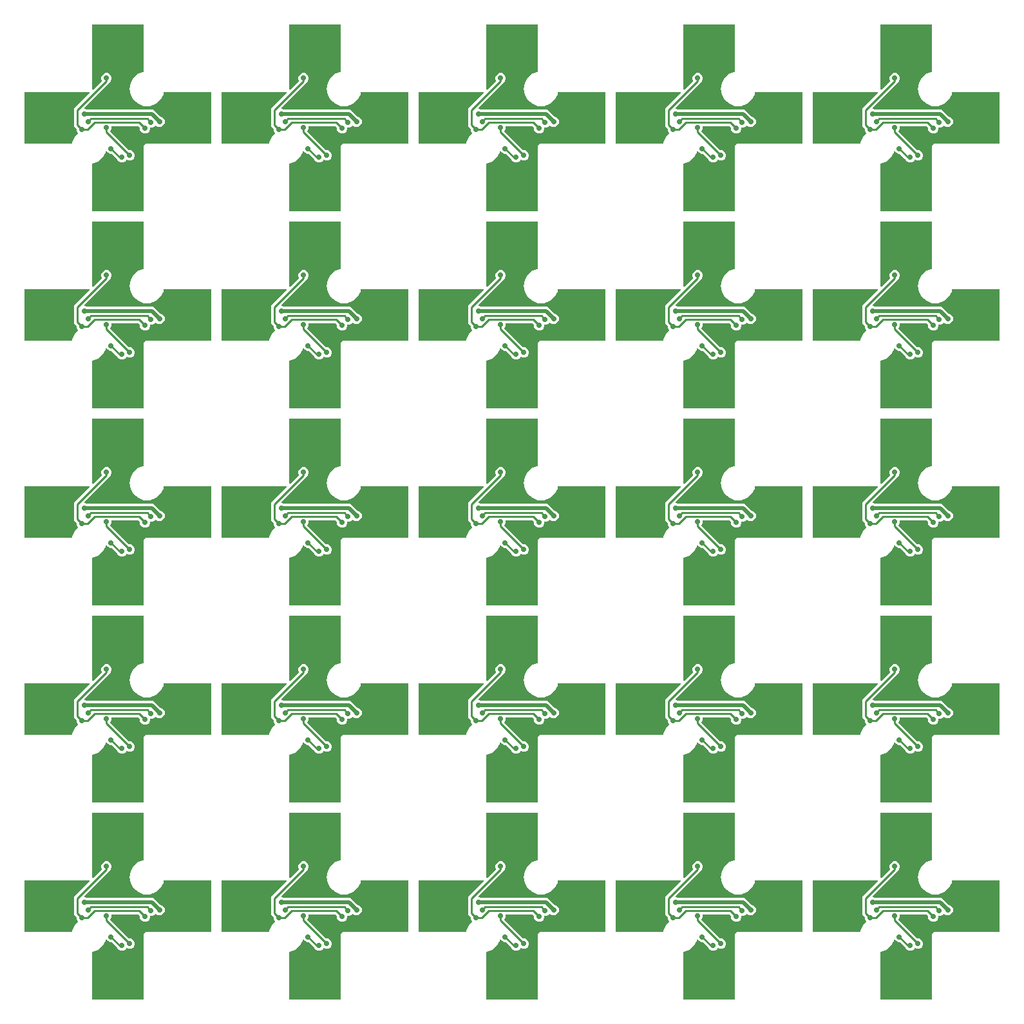
<source format=gbl>
G04 EAGLE Gerber RS-274X export*
G75*
%MOMM*%
%FSLAX34Y34*%
%LPD*%
%INBottom Copper*%
%IPPOS*%
%AMOC8*
5,1,8,0,0,1.08239X$1,22.5*%
G01*
%ADD10C,0.736600*%
%ADD11C,0.254000*%
%ADD12C,0.508000*%

G36*
X160078Y522233D02*
X160078Y522233D01*
X160136Y522231D01*
X160218Y522253D01*
X160302Y522265D01*
X160355Y522288D01*
X160411Y522303D01*
X160484Y522346D01*
X160561Y522381D01*
X160606Y522419D01*
X160656Y522448D01*
X160714Y522510D01*
X160778Y522564D01*
X160810Y522613D01*
X160850Y522656D01*
X160889Y522731D01*
X160936Y522801D01*
X160953Y522857D01*
X160980Y522909D01*
X160991Y522977D01*
X161021Y523072D01*
X161024Y523172D01*
X161035Y523240D01*
X161035Y608744D01*
X163416Y611125D01*
X248920Y611125D01*
X248978Y611133D01*
X249036Y611131D01*
X249118Y611153D01*
X249202Y611165D01*
X249255Y611188D01*
X249311Y611203D01*
X249384Y611246D01*
X249461Y611281D01*
X249506Y611319D01*
X249556Y611348D01*
X249614Y611410D01*
X249678Y611464D01*
X249710Y611513D01*
X249750Y611556D01*
X249789Y611631D01*
X249836Y611701D01*
X249853Y611757D01*
X249880Y611809D01*
X249891Y611877D01*
X249921Y611972D01*
X249924Y612072D01*
X249935Y612140D01*
X249935Y678180D01*
X249927Y678238D01*
X249929Y678296D01*
X249907Y678378D01*
X249895Y678462D01*
X249872Y678515D01*
X249857Y678571D01*
X249814Y678644D01*
X249779Y678721D01*
X249741Y678766D01*
X249712Y678816D01*
X249650Y678874D01*
X249596Y678938D01*
X249547Y678970D01*
X249504Y679010D01*
X249429Y679049D01*
X249359Y679096D01*
X249303Y679113D01*
X249251Y679140D01*
X249183Y679151D01*
X249088Y679181D01*
X248988Y679184D01*
X248920Y679195D01*
X188191Y679195D01*
X188080Y679180D01*
X187968Y679171D01*
X187939Y679160D01*
X187909Y679155D01*
X187807Y679110D01*
X187702Y679070D01*
X187678Y679052D01*
X187650Y679039D01*
X187564Y678967D01*
X187474Y678900D01*
X187456Y678875D01*
X187433Y678856D01*
X187371Y678762D01*
X187303Y678673D01*
X187294Y678647D01*
X187275Y678619D01*
X187202Y678388D01*
X187191Y678356D01*
X186671Y675409D01*
X182685Y668505D01*
X176578Y663380D01*
X169086Y660653D01*
X161114Y660653D01*
X153622Y663380D01*
X147515Y668504D01*
X143529Y675409D01*
X142145Y683260D01*
X143529Y691111D01*
X147515Y698015D01*
X153622Y703140D01*
X160367Y705595D01*
X160388Y705606D01*
X160411Y705612D01*
X160513Y705673D01*
X160618Y705729D01*
X160635Y705745D01*
X160656Y705758D01*
X160737Y705844D01*
X160822Y705927D01*
X160834Y705947D01*
X160850Y705965D01*
X160904Y706071D01*
X160963Y706173D01*
X160969Y706197D01*
X160980Y706218D01*
X160992Y706293D01*
X161030Y706450D01*
X161028Y706506D01*
X161035Y706549D01*
X161035Y767080D01*
X161027Y767138D01*
X161029Y767196D01*
X161007Y767278D01*
X160995Y767362D01*
X160972Y767415D01*
X160957Y767471D01*
X160914Y767544D01*
X160879Y767621D01*
X160841Y767666D01*
X160812Y767716D01*
X160750Y767774D01*
X160696Y767838D01*
X160647Y767870D01*
X160604Y767910D01*
X160529Y767949D01*
X160459Y767996D01*
X160403Y768013D01*
X160351Y768040D01*
X160283Y768051D01*
X160188Y768081D01*
X160088Y768084D01*
X160020Y768095D01*
X93980Y768095D01*
X93922Y768087D01*
X93864Y768089D01*
X93782Y768067D01*
X93698Y768055D01*
X93645Y768032D01*
X93589Y768017D01*
X93516Y767974D01*
X93439Y767939D01*
X93394Y767901D01*
X93344Y767872D01*
X93286Y767810D01*
X93222Y767756D01*
X93190Y767707D01*
X93150Y767664D01*
X93111Y767589D01*
X93064Y767519D01*
X93047Y767463D01*
X93020Y767411D01*
X93009Y767343D01*
X92979Y767248D01*
X92976Y767148D01*
X92965Y767080D01*
X92965Y683183D01*
X92969Y683154D01*
X92966Y683125D01*
X92989Y683014D01*
X93005Y682902D01*
X93017Y682875D01*
X93022Y682846D01*
X93074Y682746D01*
X93121Y682642D01*
X93140Y682620D01*
X93153Y682594D01*
X93231Y682512D01*
X93304Y682425D01*
X93329Y682409D01*
X93349Y682388D01*
X93447Y682331D01*
X93541Y682268D01*
X93569Y682259D01*
X93594Y682244D01*
X93704Y682216D01*
X93812Y682182D01*
X93842Y682181D01*
X93870Y682174D01*
X93983Y682178D01*
X94096Y682175D01*
X94125Y682182D01*
X94154Y682183D01*
X94262Y682218D01*
X94371Y682247D01*
X94397Y682262D01*
X94425Y682271D01*
X94488Y682316D01*
X94616Y682392D01*
X94659Y682438D01*
X94698Y682465D01*
X105625Y693392D01*
X105626Y693394D01*
X105627Y693395D01*
X105715Y693513D01*
X105796Y693620D01*
X105796Y693621D01*
X105797Y693622D01*
X105847Y693754D01*
X105897Y693885D01*
X105897Y693887D01*
X105898Y693888D01*
X105909Y694028D01*
X105921Y694169D01*
X105920Y694170D01*
X105920Y694172D01*
X105917Y694186D01*
X105865Y694447D01*
X105851Y694474D01*
X105845Y694499D01*
X105268Y695891D01*
X105268Y698569D01*
X106293Y701043D01*
X108187Y702937D01*
X110661Y703962D01*
X113339Y703962D01*
X115813Y702937D01*
X117707Y701043D01*
X118732Y698569D01*
X118732Y695891D01*
X117707Y693417D01*
X116616Y692326D01*
X116564Y692256D01*
X116504Y692192D01*
X116478Y692143D01*
X116445Y692099D01*
X116414Y692017D01*
X116374Y691939D01*
X116372Y691924D01*
X83152Y658705D01*
X83135Y658681D01*
X83112Y658662D01*
X83050Y658568D01*
X82982Y658478D01*
X82971Y658450D01*
X82955Y658426D01*
X82921Y658318D01*
X82880Y658212D01*
X82878Y658183D01*
X82869Y658155D01*
X82866Y658041D01*
X82857Y657929D01*
X82863Y657900D01*
X82862Y657871D01*
X82890Y657761D01*
X82913Y657650D01*
X82926Y657624D01*
X82934Y657596D01*
X82991Y657498D01*
X83044Y657398D01*
X83064Y657376D01*
X83079Y657351D01*
X83161Y657274D01*
X83239Y657192D01*
X83265Y657177D01*
X83286Y657157D01*
X83387Y657105D01*
X83485Y657048D01*
X83513Y657041D01*
X83539Y657027D01*
X83617Y657014D01*
X83760Y656978D01*
X83823Y656980D01*
X83870Y656972D01*
X83889Y656972D01*
X86462Y655906D01*
X86492Y655898D01*
X86519Y655884D01*
X86597Y655871D01*
X86737Y655835D01*
X86802Y655837D01*
X86850Y655829D01*
X172562Y655829D01*
X174616Y654978D01*
X182521Y647073D01*
X182546Y647054D01*
X182566Y647031D01*
X182632Y646989D01*
X182748Y646902D01*
X182808Y646879D01*
X182850Y646853D01*
X185423Y645787D01*
X187317Y643893D01*
X188342Y641419D01*
X188342Y638741D01*
X187317Y636267D01*
X185423Y634373D01*
X182949Y633348D01*
X180271Y633348D01*
X177797Y634373D01*
X177248Y634922D01*
X177201Y634957D01*
X177161Y635000D01*
X177088Y635042D01*
X177021Y635093D01*
X176966Y635114D01*
X176916Y635143D01*
X176834Y635164D01*
X176755Y635194D01*
X176697Y635199D01*
X176640Y635213D01*
X176556Y635211D01*
X176472Y635218D01*
X176414Y635206D01*
X176356Y635204D01*
X176276Y635178D01*
X176193Y635162D01*
X176141Y635135D01*
X176085Y635117D01*
X176029Y635077D01*
X175941Y635031D01*
X175868Y634962D01*
X175812Y634922D01*
X174314Y633424D01*
X171839Y632399D01*
X170307Y632399D01*
X170249Y632391D01*
X170191Y632392D01*
X170109Y632371D01*
X170025Y632359D01*
X169972Y632335D01*
X169916Y632320D01*
X169843Y632277D01*
X169766Y632243D01*
X169721Y632205D01*
X169671Y632175D01*
X169613Y632113D01*
X169549Y632059D01*
X169517Y632010D01*
X169477Y631968D01*
X169438Y631893D01*
X169391Y631822D01*
X169374Y631767D01*
X169347Y631715D01*
X169336Y631646D01*
X169306Y631551D01*
X169303Y631452D01*
X169292Y631383D01*
X169292Y629851D01*
X168267Y627377D01*
X166373Y625483D01*
X163899Y624458D01*
X161221Y624458D01*
X158747Y625483D01*
X156853Y627377D01*
X155828Y629851D01*
X155828Y631394D01*
X155816Y631480D01*
X155813Y631568D01*
X155796Y631620D01*
X155788Y631675D01*
X155753Y631755D01*
X155726Y631838D01*
X155698Y631877D01*
X155672Y631935D01*
X155576Y632048D01*
X155531Y632112D01*
X153448Y634194D01*
X153379Y634246D01*
X153315Y634306D01*
X153265Y634332D01*
X153221Y634365D01*
X153140Y634396D01*
X153062Y634436D01*
X153014Y634444D01*
X152956Y634466D01*
X152808Y634478D01*
X152731Y634491D01*
X119507Y634491D01*
X119449Y634483D01*
X119391Y634485D01*
X119309Y634463D01*
X119225Y634451D01*
X119172Y634428D01*
X119116Y634413D01*
X119043Y634370D01*
X118966Y634335D01*
X118921Y634297D01*
X118871Y634268D01*
X118813Y634206D01*
X118749Y634152D01*
X118717Y634103D01*
X118677Y634060D01*
X118638Y633985D01*
X118591Y633915D01*
X118574Y633859D01*
X118547Y633807D01*
X118536Y633739D01*
X118506Y633644D01*
X118503Y633544D01*
X118492Y633476D01*
X118492Y631121D01*
X117467Y628647D01*
X117117Y628297D01*
X117082Y628250D01*
X117039Y628210D01*
X116996Y628137D01*
X116946Y628069D01*
X116925Y628015D01*
X116895Y627964D01*
X116875Y627883D01*
X116845Y627804D01*
X116840Y627745D01*
X116825Y627689D01*
X116828Y627605D01*
X116821Y627520D01*
X116833Y627463D01*
X116834Y627405D01*
X116860Y627324D01*
X116877Y627242D01*
X116904Y627190D01*
X116922Y627134D01*
X116962Y627078D01*
X117008Y626989D01*
X117077Y626917D01*
X117117Y626861D01*
X141319Y602659D01*
X141388Y602607D01*
X141452Y602547D01*
X141502Y602521D01*
X141546Y602488D01*
X141627Y602457D01*
X141705Y602417D01*
X141753Y602409D01*
X141811Y602387D01*
X141959Y602375D01*
X142036Y602362D01*
X143579Y602362D01*
X146053Y601337D01*
X147947Y599443D01*
X148972Y596969D01*
X148972Y594291D01*
X147947Y591817D01*
X146053Y589923D01*
X143579Y588898D01*
X140901Y588898D01*
X139047Y589666D01*
X138990Y589681D01*
X138936Y589705D01*
X138853Y589716D01*
X138772Y589737D01*
X138713Y589735D01*
X138654Y589743D01*
X138571Y589731D01*
X138488Y589729D01*
X138431Y589711D01*
X138373Y589702D01*
X138297Y589668D01*
X138217Y589642D01*
X138168Y589609D01*
X138114Y589585D01*
X138050Y589531D01*
X137981Y589484D01*
X137943Y589439D01*
X137898Y589401D01*
X137876Y589366D01*
X135893Y587383D01*
X133419Y586358D01*
X130741Y586358D01*
X128267Y587383D01*
X126373Y589277D01*
X125833Y590580D01*
X125818Y590606D01*
X125808Y590636D01*
X125763Y590700D01*
X125689Y590824D01*
X125642Y590869D01*
X125613Y590909D01*
X124924Y591598D01*
X124924Y591599D01*
X118717Y597805D01*
X118647Y597858D01*
X118583Y597918D01*
X118534Y597943D01*
X118490Y597976D01*
X118408Y598007D01*
X118330Y598047D01*
X118283Y598055D01*
X118224Y598078D01*
X118076Y598090D01*
X117999Y598103D01*
X116456Y598103D01*
X113982Y599128D01*
X112364Y600746D01*
X112298Y600796D01*
X112238Y600853D01*
X112185Y600881D01*
X112137Y600917D01*
X112059Y600946D01*
X111986Y600985D01*
X111927Y600997D01*
X111871Y601018D01*
X111788Y601025D01*
X111707Y601041D01*
X111647Y601036D01*
X111588Y601041D01*
X111507Y601025D01*
X111424Y601018D01*
X111368Y600997D01*
X111309Y600985D01*
X111236Y600947D01*
X111158Y600918D01*
X111110Y600882D01*
X111057Y600854D01*
X110997Y600797D01*
X110930Y600747D01*
X110894Y600700D01*
X110851Y600659D01*
X110809Y600587D01*
X110759Y600520D01*
X110741Y600472D01*
X110707Y600413D01*
X110673Y600278D01*
X110647Y600204D01*
X110471Y599209D01*
X106485Y592304D01*
X100378Y587180D01*
X93633Y584725D01*
X93612Y584714D01*
X93589Y584708D01*
X93487Y584647D01*
X93382Y584591D01*
X93365Y584575D01*
X93344Y584562D01*
X93263Y584476D01*
X93178Y584393D01*
X93166Y584373D01*
X93150Y584355D01*
X93096Y584249D01*
X93037Y584147D01*
X93031Y584123D01*
X93020Y584102D01*
X93008Y584027D01*
X92970Y583870D01*
X92972Y583814D01*
X92965Y583771D01*
X92965Y523240D01*
X92973Y523182D01*
X92971Y523124D01*
X92993Y523042D01*
X93005Y522958D01*
X93028Y522905D01*
X93043Y522849D01*
X93086Y522776D01*
X93121Y522699D01*
X93159Y522654D01*
X93188Y522604D01*
X93250Y522546D01*
X93304Y522482D01*
X93353Y522450D01*
X93396Y522410D01*
X93471Y522371D01*
X93541Y522324D01*
X93597Y522307D01*
X93649Y522280D01*
X93717Y522269D01*
X93812Y522239D01*
X93912Y522236D01*
X93980Y522225D01*
X160020Y522225D01*
X160078Y522233D01*
G37*
G36*
X419158Y4073D02*
X419158Y4073D01*
X419216Y4071D01*
X419298Y4093D01*
X419382Y4105D01*
X419435Y4128D01*
X419491Y4143D01*
X419564Y4186D01*
X419641Y4221D01*
X419686Y4259D01*
X419736Y4288D01*
X419794Y4350D01*
X419858Y4404D01*
X419890Y4453D01*
X419930Y4496D01*
X419969Y4571D01*
X420016Y4641D01*
X420033Y4697D01*
X420060Y4749D01*
X420071Y4817D01*
X420101Y4912D01*
X420104Y5012D01*
X420115Y5080D01*
X420115Y90584D01*
X422496Y92965D01*
X508000Y92965D01*
X508058Y92973D01*
X508116Y92971D01*
X508198Y92993D01*
X508282Y93005D01*
X508335Y93028D01*
X508391Y93043D01*
X508464Y93086D01*
X508541Y93121D01*
X508586Y93159D01*
X508636Y93188D01*
X508694Y93250D01*
X508758Y93304D01*
X508790Y93353D01*
X508830Y93396D01*
X508869Y93471D01*
X508916Y93541D01*
X508933Y93597D01*
X508960Y93649D01*
X508971Y93717D01*
X509001Y93812D01*
X509004Y93912D01*
X509015Y93980D01*
X509015Y160020D01*
X509007Y160078D01*
X509009Y160136D01*
X508987Y160218D01*
X508975Y160302D01*
X508952Y160355D01*
X508937Y160411D01*
X508894Y160484D01*
X508859Y160561D01*
X508821Y160606D01*
X508792Y160656D01*
X508730Y160714D01*
X508676Y160778D01*
X508627Y160810D01*
X508584Y160850D01*
X508509Y160889D01*
X508439Y160936D01*
X508383Y160953D01*
X508331Y160980D01*
X508263Y160991D01*
X508168Y161021D01*
X508068Y161024D01*
X508000Y161035D01*
X447271Y161035D01*
X447160Y161020D01*
X447048Y161011D01*
X447019Y161000D01*
X446989Y160995D01*
X446887Y160950D01*
X446782Y160910D01*
X446758Y160892D01*
X446730Y160879D01*
X446644Y160807D01*
X446554Y160740D01*
X446536Y160715D01*
X446513Y160696D01*
X446451Y160602D01*
X446383Y160513D01*
X446374Y160487D01*
X446355Y160459D01*
X446282Y160228D01*
X446271Y160196D01*
X445751Y157249D01*
X441765Y150345D01*
X435658Y145220D01*
X428166Y142493D01*
X420194Y142493D01*
X412702Y145220D01*
X406595Y150344D01*
X402609Y157249D01*
X401225Y165100D01*
X402609Y172951D01*
X406595Y179855D01*
X412702Y184980D01*
X419447Y187435D01*
X419468Y187446D01*
X419491Y187452D01*
X419593Y187513D01*
X419698Y187569D01*
X419715Y187585D01*
X419736Y187598D01*
X419817Y187684D01*
X419902Y187767D01*
X419914Y187787D01*
X419930Y187805D01*
X419984Y187911D01*
X420043Y188013D01*
X420049Y188037D01*
X420060Y188058D01*
X420072Y188133D01*
X420110Y188290D01*
X420108Y188346D01*
X420115Y188389D01*
X420115Y248920D01*
X420107Y248978D01*
X420109Y249036D01*
X420087Y249118D01*
X420075Y249202D01*
X420052Y249255D01*
X420037Y249311D01*
X419994Y249384D01*
X419959Y249461D01*
X419921Y249506D01*
X419892Y249556D01*
X419830Y249614D01*
X419776Y249678D01*
X419727Y249710D01*
X419684Y249750D01*
X419609Y249789D01*
X419539Y249836D01*
X419483Y249853D01*
X419431Y249880D01*
X419363Y249891D01*
X419268Y249921D01*
X419168Y249924D01*
X419100Y249935D01*
X353060Y249935D01*
X353002Y249927D01*
X352944Y249929D01*
X352862Y249907D01*
X352778Y249895D01*
X352725Y249872D01*
X352669Y249857D01*
X352596Y249814D01*
X352519Y249779D01*
X352474Y249741D01*
X352424Y249712D01*
X352366Y249650D01*
X352302Y249596D01*
X352270Y249547D01*
X352230Y249504D01*
X352191Y249429D01*
X352144Y249359D01*
X352127Y249303D01*
X352100Y249251D01*
X352089Y249183D01*
X352059Y249088D01*
X352056Y248988D01*
X352045Y248920D01*
X352045Y165023D01*
X352049Y164994D01*
X352046Y164965D01*
X352069Y164854D01*
X352085Y164742D01*
X352097Y164715D01*
X352102Y164686D01*
X352154Y164586D01*
X352201Y164482D01*
X352220Y164460D01*
X352233Y164434D01*
X352311Y164352D01*
X352384Y164265D01*
X352409Y164249D01*
X352429Y164228D01*
X352527Y164171D01*
X352621Y164108D01*
X352649Y164099D01*
X352674Y164084D01*
X352784Y164056D01*
X352892Y164022D01*
X352922Y164021D01*
X352950Y164014D01*
X353063Y164018D01*
X353176Y164015D01*
X353205Y164022D01*
X353234Y164023D01*
X353342Y164058D01*
X353451Y164087D01*
X353477Y164102D01*
X353505Y164111D01*
X353568Y164156D01*
X353696Y164232D01*
X353739Y164278D01*
X353778Y164305D01*
X364705Y175232D01*
X364706Y175234D01*
X364707Y175235D01*
X364795Y175353D01*
X364876Y175460D01*
X364876Y175461D01*
X364877Y175462D01*
X364927Y175594D01*
X364977Y175725D01*
X364977Y175727D01*
X364978Y175728D01*
X364989Y175868D01*
X365001Y176009D01*
X365000Y176010D01*
X365000Y176012D01*
X364997Y176026D01*
X364945Y176287D01*
X364931Y176314D01*
X364925Y176339D01*
X364348Y177731D01*
X364348Y180409D01*
X365373Y182883D01*
X367267Y184777D01*
X369741Y185802D01*
X372419Y185802D01*
X374893Y184777D01*
X376787Y182883D01*
X377812Y180409D01*
X377812Y177731D01*
X376787Y175257D01*
X375696Y174166D01*
X375644Y174096D01*
X375584Y174032D01*
X375558Y173983D01*
X375525Y173939D01*
X375494Y173857D01*
X375454Y173779D01*
X375452Y173764D01*
X342232Y140545D01*
X342215Y140521D01*
X342192Y140502D01*
X342130Y140408D01*
X342062Y140318D01*
X342051Y140290D01*
X342035Y140266D01*
X342001Y140158D01*
X341960Y140052D01*
X341958Y140023D01*
X341949Y139995D01*
X341946Y139881D01*
X341937Y139769D01*
X341943Y139740D01*
X341942Y139711D01*
X341970Y139601D01*
X341993Y139490D01*
X342006Y139464D01*
X342014Y139436D01*
X342071Y139338D01*
X342124Y139238D01*
X342144Y139216D01*
X342159Y139191D01*
X342241Y139114D01*
X342319Y139032D01*
X342345Y139017D01*
X342366Y138997D01*
X342467Y138945D01*
X342565Y138888D01*
X342593Y138881D01*
X342619Y138867D01*
X342697Y138854D01*
X342840Y138818D01*
X342903Y138820D01*
X342950Y138812D01*
X342969Y138812D01*
X345542Y137746D01*
X345572Y137738D01*
X345599Y137724D01*
X345677Y137711D01*
X345817Y137675D01*
X345882Y137677D01*
X345930Y137669D01*
X431642Y137669D01*
X433696Y136818D01*
X441601Y128913D01*
X441626Y128894D01*
X441646Y128871D01*
X441712Y128829D01*
X441828Y128742D01*
X441888Y128719D01*
X441930Y128693D01*
X444503Y127627D01*
X446397Y125733D01*
X447422Y123259D01*
X447422Y120581D01*
X446397Y118107D01*
X444503Y116213D01*
X442029Y115188D01*
X439351Y115188D01*
X436877Y116213D01*
X436328Y116762D01*
X436281Y116797D01*
X436241Y116840D01*
X436168Y116882D01*
X436101Y116933D01*
X436046Y116954D01*
X435996Y116983D01*
X435914Y117004D01*
X435835Y117034D01*
X435777Y117039D01*
X435720Y117053D01*
X435636Y117051D01*
X435552Y117058D01*
X435494Y117046D01*
X435436Y117044D01*
X435356Y117018D01*
X435273Y117002D01*
X435221Y116975D01*
X435165Y116957D01*
X435109Y116917D01*
X435021Y116871D01*
X434948Y116802D01*
X434892Y116762D01*
X433394Y115264D01*
X430919Y114239D01*
X429387Y114239D01*
X429329Y114231D01*
X429271Y114232D01*
X429189Y114211D01*
X429105Y114199D01*
X429052Y114175D01*
X428996Y114160D01*
X428923Y114117D01*
X428846Y114083D01*
X428801Y114045D01*
X428751Y114015D01*
X428693Y113953D01*
X428629Y113899D01*
X428597Y113850D01*
X428557Y113808D01*
X428518Y113733D01*
X428471Y113662D01*
X428454Y113607D01*
X428427Y113555D01*
X428416Y113486D01*
X428386Y113391D01*
X428383Y113292D01*
X428372Y113223D01*
X428372Y111691D01*
X427347Y109217D01*
X425453Y107323D01*
X422979Y106298D01*
X420301Y106298D01*
X417827Y107323D01*
X415933Y109217D01*
X414908Y111691D01*
X414908Y113234D01*
X414896Y113320D01*
X414893Y113408D01*
X414876Y113460D01*
X414868Y113515D01*
X414833Y113595D01*
X414806Y113678D01*
X414778Y113717D01*
X414752Y113775D01*
X414656Y113888D01*
X414611Y113952D01*
X412528Y116034D01*
X412459Y116086D01*
X412395Y116146D01*
X412345Y116172D01*
X412301Y116205D01*
X412220Y116236D01*
X412142Y116276D01*
X412094Y116284D01*
X412036Y116306D01*
X411888Y116318D01*
X411811Y116331D01*
X378587Y116331D01*
X378529Y116323D01*
X378471Y116325D01*
X378389Y116303D01*
X378305Y116291D01*
X378252Y116268D01*
X378196Y116253D01*
X378123Y116210D01*
X378046Y116175D01*
X378001Y116137D01*
X377951Y116108D01*
X377893Y116046D01*
X377829Y115992D01*
X377797Y115943D01*
X377757Y115900D01*
X377718Y115825D01*
X377671Y115755D01*
X377654Y115699D01*
X377627Y115647D01*
X377616Y115579D01*
X377586Y115484D01*
X377583Y115384D01*
X377572Y115316D01*
X377572Y112961D01*
X376547Y110487D01*
X376197Y110137D01*
X376162Y110090D01*
X376119Y110050D01*
X376076Y109977D01*
X376026Y109909D01*
X376005Y109855D01*
X375975Y109804D01*
X375955Y109723D01*
X375925Y109644D01*
X375920Y109585D01*
X375905Y109529D01*
X375908Y109445D01*
X375901Y109360D01*
X375913Y109303D01*
X375914Y109245D01*
X375940Y109164D01*
X375957Y109082D01*
X375984Y109030D01*
X376002Y108974D01*
X376042Y108918D01*
X376088Y108829D01*
X376157Y108757D01*
X376197Y108701D01*
X400399Y84499D01*
X400468Y84447D01*
X400532Y84387D01*
X400582Y84361D01*
X400626Y84328D01*
X400707Y84297D01*
X400785Y84257D01*
X400833Y84249D01*
X400891Y84227D01*
X401039Y84215D01*
X401116Y84202D01*
X402659Y84202D01*
X405133Y83177D01*
X407027Y81283D01*
X408052Y78809D01*
X408052Y76131D01*
X407027Y73657D01*
X405133Y71763D01*
X402659Y70738D01*
X399981Y70738D01*
X398127Y71506D01*
X398070Y71521D01*
X398016Y71545D01*
X397933Y71556D01*
X397852Y71577D01*
X397793Y71575D01*
X397734Y71583D01*
X397651Y71571D01*
X397568Y71569D01*
X397511Y71551D01*
X397453Y71542D01*
X397377Y71508D01*
X397297Y71482D01*
X397248Y71449D01*
X397194Y71425D01*
X397130Y71371D01*
X397061Y71324D01*
X397023Y71279D01*
X396978Y71241D01*
X396956Y71206D01*
X394973Y69223D01*
X392499Y68198D01*
X389821Y68198D01*
X387347Y69223D01*
X385453Y71117D01*
X384913Y72420D01*
X384898Y72446D01*
X384888Y72476D01*
X384843Y72540D01*
X384769Y72664D01*
X384722Y72709D01*
X384693Y72749D01*
X384004Y73438D01*
X384004Y73439D01*
X377797Y79645D01*
X377727Y79698D01*
X377663Y79758D01*
X377614Y79783D01*
X377570Y79816D01*
X377488Y79847D01*
X377410Y79887D01*
X377363Y79895D01*
X377304Y79918D01*
X377156Y79930D01*
X377079Y79943D01*
X375536Y79943D01*
X373062Y80968D01*
X371444Y82586D01*
X371378Y82636D01*
X371318Y82693D01*
X371265Y82721D01*
X371217Y82757D01*
X371139Y82786D01*
X371066Y82825D01*
X371007Y82837D01*
X370951Y82858D01*
X370869Y82865D01*
X370787Y82881D01*
X370728Y82876D01*
X370668Y82881D01*
X370587Y82865D01*
X370504Y82858D01*
X370448Y82837D01*
X370389Y82825D01*
X370316Y82787D01*
X370238Y82758D01*
X370190Y82722D01*
X370137Y82694D01*
X370077Y82637D01*
X370010Y82587D01*
X369974Y82540D01*
X369931Y82499D01*
X369889Y82427D01*
X369839Y82360D01*
X369821Y82312D01*
X369787Y82253D01*
X369753Y82118D01*
X369727Y82044D01*
X369551Y81049D01*
X365565Y74145D01*
X359458Y69020D01*
X352713Y66565D01*
X352692Y66554D01*
X352669Y66548D01*
X352567Y66487D01*
X352462Y66431D01*
X352445Y66415D01*
X352424Y66402D01*
X352343Y66316D01*
X352258Y66233D01*
X352246Y66213D01*
X352230Y66195D01*
X352176Y66089D01*
X352117Y65987D01*
X352111Y65963D01*
X352100Y65942D01*
X352088Y65867D01*
X352050Y65710D01*
X352052Y65654D01*
X352045Y65611D01*
X352045Y5080D01*
X352053Y5022D01*
X352051Y4964D01*
X352073Y4882D01*
X352085Y4798D01*
X352108Y4745D01*
X352123Y4689D01*
X352166Y4616D01*
X352201Y4539D01*
X352239Y4494D01*
X352268Y4444D01*
X352330Y4386D01*
X352384Y4322D01*
X352433Y4290D01*
X352476Y4250D01*
X352551Y4211D01*
X352621Y4164D01*
X352677Y4147D01*
X352729Y4120D01*
X352797Y4109D01*
X352892Y4079D01*
X352992Y4076D01*
X353060Y4065D01*
X419100Y4065D01*
X419158Y4073D01*
G37*
G36*
X1196398Y781313D02*
X1196398Y781313D01*
X1196456Y781311D01*
X1196538Y781333D01*
X1196622Y781345D01*
X1196675Y781368D01*
X1196731Y781383D01*
X1196804Y781426D01*
X1196881Y781461D01*
X1196926Y781499D01*
X1196976Y781528D01*
X1197034Y781590D01*
X1197098Y781644D01*
X1197130Y781693D01*
X1197170Y781736D01*
X1197209Y781811D01*
X1197256Y781881D01*
X1197273Y781937D01*
X1197300Y781989D01*
X1197311Y782057D01*
X1197341Y782152D01*
X1197344Y782252D01*
X1197355Y782320D01*
X1197355Y867824D01*
X1199736Y870205D01*
X1285240Y870205D01*
X1285298Y870213D01*
X1285356Y870211D01*
X1285438Y870233D01*
X1285522Y870245D01*
X1285575Y870268D01*
X1285631Y870283D01*
X1285704Y870326D01*
X1285781Y870361D01*
X1285826Y870399D01*
X1285876Y870428D01*
X1285934Y870490D01*
X1285998Y870544D01*
X1286030Y870593D01*
X1286070Y870636D01*
X1286109Y870711D01*
X1286156Y870781D01*
X1286173Y870837D01*
X1286200Y870889D01*
X1286211Y870957D01*
X1286241Y871052D01*
X1286244Y871152D01*
X1286255Y871220D01*
X1286255Y937260D01*
X1286247Y937318D01*
X1286249Y937376D01*
X1286227Y937458D01*
X1286215Y937542D01*
X1286192Y937595D01*
X1286177Y937651D01*
X1286134Y937724D01*
X1286099Y937801D01*
X1286061Y937846D01*
X1286032Y937896D01*
X1285970Y937954D01*
X1285916Y938018D01*
X1285867Y938050D01*
X1285824Y938090D01*
X1285749Y938129D01*
X1285679Y938176D01*
X1285623Y938193D01*
X1285571Y938220D01*
X1285503Y938231D01*
X1285408Y938261D01*
X1285308Y938264D01*
X1285240Y938275D01*
X1224511Y938275D01*
X1224400Y938260D01*
X1224288Y938251D01*
X1224259Y938240D01*
X1224229Y938235D01*
X1224127Y938190D01*
X1224022Y938150D01*
X1223998Y938132D01*
X1223970Y938119D01*
X1223884Y938047D01*
X1223794Y937980D01*
X1223776Y937955D01*
X1223753Y937936D01*
X1223691Y937842D01*
X1223623Y937753D01*
X1223614Y937727D01*
X1223595Y937699D01*
X1223522Y937468D01*
X1223511Y937436D01*
X1222991Y934489D01*
X1219005Y927585D01*
X1212898Y922460D01*
X1205406Y919733D01*
X1197434Y919733D01*
X1189942Y922460D01*
X1183835Y927584D01*
X1179849Y934489D01*
X1178465Y942340D01*
X1179849Y950191D01*
X1183835Y957095D01*
X1189942Y962220D01*
X1196687Y964675D01*
X1196708Y964686D01*
X1196731Y964692D01*
X1196833Y964753D01*
X1196938Y964809D01*
X1196955Y964825D01*
X1196976Y964838D01*
X1197057Y964924D01*
X1197142Y965007D01*
X1197154Y965027D01*
X1197170Y965045D01*
X1197224Y965151D01*
X1197283Y965253D01*
X1197289Y965277D01*
X1197300Y965298D01*
X1197312Y965373D01*
X1197350Y965530D01*
X1197348Y965586D01*
X1197355Y965629D01*
X1197355Y1026160D01*
X1197347Y1026218D01*
X1197349Y1026276D01*
X1197327Y1026358D01*
X1197315Y1026442D01*
X1197292Y1026495D01*
X1197277Y1026551D01*
X1197234Y1026624D01*
X1197199Y1026701D01*
X1197161Y1026746D01*
X1197132Y1026796D01*
X1197070Y1026854D01*
X1197016Y1026918D01*
X1196967Y1026950D01*
X1196924Y1026990D01*
X1196849Y1027029D01*
X1196779Y1027076D01*
X1196723Y1027093D01*
X1196671Y1027120D01*
X1196603Y1027131D01*
X1196508Y1027161D01*
X1196408Y1027164D01*
X1196340Y1027175D01*
X1130300Y1027175D01*
X1130242Y1027167D01*
X1130184Y1027169D01*
X1130102Y1027147D01*
X1130018Y1027135D01*
X1129965Y1027112D01*
X1129909Y1027097D01*
X1129836Y1027054D01*
X1129759Y1027019D01*
X1129714Y1026981D01*
X1129664Y1026952D01*
X1129606Y1026890D01*
X1129542Y1026836D01*
X1129510Y1026787D01*
X1129470Y1026744D01*
X1129431Y1026669D01*
X1129384Y1026599D01*
X1129367Y1026543D01*
X1129340Y1026491D01*
X1129329Y1026423D01*
X1129299Y1026328D01*
X1129296Y1026228D01*
X1129285Y1026160D01*
X1129285Y942263D01*
X1129289Y942234D01*
X1129286Y942205D01*
X1129309Y942094D01*
X1129325Y941982D01*
X1129337Y941955D01*
X1129342Y941926D01*
X1129394Y941826D01*
X1129441Y941722D01*
X1129460Y941700D01*
X1129473Y941674D01*
X1129551Y941592D01*
X1129624Y941505D01*
X1129649Y941489D01*
X1129669Y941468D01*
X1129767Y941411D01*
X1129861Y941348D01*
X1129889Y941339D01*
X1129914Y941324D01*
X1130024Y941296D01*
X1130132Y941262D01*
X1130162Y941261D01*
X1130190Y941254D01*
X1130303Y941258D01*
X1130416Y941255D01*
X1130445Y941262D01*
X1130474Y941263D01*
X1130582Y941298D01*
X1130691Y941327D01*
X1130717Y941342D01*
X1130745Y941351D01*
X1130808Y941396D01*
X1130936Y941472D01*
X1130979Y941518D01*
X1131018Y941545D01*
X1141945Y952472D01*
X1141946Y952474D01*
X1141947Y952475D01*
X1142035Y952593D01*
X1142116Y952700D01*
X1142116Y952701D01*
X1142117Y952702D01*
X1142167Y952834D01*
X1142217Y952965D01*
X1142217Y952967D01*
X1142218Y952968D01*
X1142229Y953108D01*
X1142241Y953249D01*
X1142240Y953250D01*
X1142240Y953252D01*
X1142237Y953266D01*
X1142185Y953527D01*
X1142171Y953554D01*
X1142165Y953579D01*
X1141588Y954971D01*
X1141588Y957649D01*
X1142613Y960123D01*
X1144507Y962017D01*
X1146981Y963042D01*
X1149659Y963042D01*
X1152133Y962017D01*
X1154027Y960123D01*
X1155052Y957649D01*
X1155052Y954971D01*
X1154027Y952497D01*
X1152936Y951406D01*
X1152884Y951336D01*
X1152824Y951272D01*
X1152798Y951223D01*
X1152765Y951179D01*
X1152734Y951097D01*
X1152694Y951019D01*
X1152692Y951004D01*
X1119472Y917785D01*
X1119455Y917761D01*
X1119432Y917742D01*
X1119370Y917648D01*
X1119302Y917558D01*
X1119291Y917530D01*
X1119275Y917506D01*
X1119241Y917398D01*
X1119200Y917292D01*
X1119198Y917263D01*
X1119189Y917235D01*
X1119186Y917121D01*
X1119177Y917009D01*
X1119183Y916980D01*
X1119182Y916951D01*
X1119210Y916841D01*
X1119233Y916730D01*
X1119246Y916704D01*
X1119254Y916676D01*
X1119311Y916578D01*
X1119364Y916478D01*
X1119384Y916456D01*
X1119399Y916431D01*
X1119481Y916354D01*
X1119559Y916272D01*
X1119585Y916257D01*
X1119606Y916237D01*
X1119707Y916185D01*
X1119805Y916128D01*
X1119833Y916121D01*
X1119859Y916107D01*
X1119937Y916094D01*
X1120080Y916058D01*
X1120143Y916060D01*
X1120190Y916052D01*
X1120209Y916052D01*
X1122782Y914986D01*
X1122812Y914978D01*
X1122839Y914964D01*
X1122917Y914951D01*
X1123057Y914915D01*
X1123122Y914917D01*
X1123170Y914909D01*
X1208882Y914909D01*
X1210936Y914058D01*
X1218841Y906153D01*
X1218866Y906134D01*
X1218886Y906111D01*
X1218952Y906069D01*
X1219068Y905982D01*
X1219128Y905959D01*
X1219170Y905933D01*
X1221743Y904867D01*
X1223637Y902973D01*
X1224662Y900499D01*
X1224662Y897821D01*
X1223637Y895347D01*
X1221743Y893453D01*
X1219269Y892428D01*
X1216591Y892428D01*
X1214117Y893453D01*
X1213568Y894002D01*
X1213521Y894037D01*
X1213481Y894080D01*
X1213408Y894122D01*
X1213341Y894173D01*
X1213286Y894194D01*
X1213236Y894223D01*
X1213154Y894244D01*
X1213075Y894274D01*
X1213017Y894279D01*
X1212960Y894293D01*
X1212876Y894291D01*
X1212792Y894298D01*
X1212734Y894286D01*
X1212676Y894284D01*
X1212596Y894258D01*
X1212513Y894242D01*
X1212461Y894215D01*
X1212405Y894197D01*
X1212349Y894157D01*
X1212261Y894111D01*
X1212188Y894042D01*
X1212132Y894002D01*
X1210634Y892504D01*
X1208159Y891479D01*
X1206627Y891479D01*
X1206569Y891471D01*
X1206511Y891472D01*
X1206429Y891451D01*
X1206345Y891439D01*
X1206292Y891415D01*
X1206236Y891400D01*
X1206163Y891357D01*
X1206086Y891323D01*
X1206041Y891285D01*
X1205991Y891255D01*
X1205933Y891193D01*
X1205869Y891139D01*
X1205837Y891090D01*
X1205797Y891048D01*
X1205758Y890973D01*
X1205711Y890902D01*
X1205694Y890847D01*
X1205667Y890795D01*
X1205656Y890726D01*
X1205626Y890631D01*
X1205623Y890532D01*
X1205612Y890463D01*
X1205612Y888931D01*
X1204587Y886457D01*
X1202693Y884563D01*
X1200219Y883538D01*
X1197541Y883538D01*
X1195067Y884563D01*
X1193173Y886457D01*
X1192148Y888931D01*
X1192148Y890474D01*
X1192136Y890560D01*
X1192133Y890648D01*
X1192116Y890700D01*
X1192108Y890755D01*
X1192073Y890835D01*
X1192046Y890918D01*
X1192018Y890957D01*
X1191992Y891015D01*
X1191896Y891128D01*
X1191851Y891192D01*
X1189768Y893274D01*
X1189699Y893326D01*
X1189635Y893386D01*
X1189585Y893412D01*
X1189541Y893445D01*
X1189460Y893476D01*
X1189382Y893516D01*
X1189334Y893524D01*
X1189276Y893546D01*
X1189128Y893558D01*
X1189051Y893571D01*
X1155827Y893571D01*
X1155769Y893563D01*
X1155711Y893565D01*
X1155629Y893543D01*
X1155545Y893531D01*
X1155492Y893508D01*
X1155436Y893493D01*
X1155363Y893450D01*
X1155286Y893415D01*
X1155241Y893377D01*
X1155191Y893348D01*
X1155133Y893286D01*
X1155069Y893232D01*
X1155037Y893183D01*
X1154997Y893140D01*
X1154958Y893065D01*
X1154911Y892995D01*
X1154894Y892939D01*
X1154867Y892887D01*
X1154856Y892819D01*
X1154826Y892724D01*
X1154823Y892624D01*
X1154812Y892556D01*
X1154812Y890201D01*
X1153787Y887727D01*
X1153437Y887377D01*
X1153402Y887330D01*
X1153359Y887290D01*
X1153316Y887217D01*
X1153266Y887149D01*
X1153245Y887095D01*
X1153215Y887044D01*
X1153195Y886963D01*
X1153165Y886884D01*
X1153160Y886825D01*
X1153145Y886769D01*
X1153148Y886685D01*
X1153141Y886600D01*
X1153153Y886543D01*
X1153154Y886485D01*
X1153180Y886404D01*
X1153197Y886322D01*
X1153224Y886270D01*
X1153242Y886214D01*
X1153282Y886158D01*
X1153328Y886069D01*
X1153397Y885997D01*
X1153437Y885941D01*
X1177639Y861739D01*
X1177708Y861687D01*
X1177772Y861627D01*
X1177822Y861601D01*
X1177866Y861568D01*
X1177947Y861537D01*
X1178025Y861497D01*
X1178073Y861489D01*
X1178131Y861467D01*
X1178279Y861455D01*
X1178356Y861442D01*
X1179899Y861442D01*
X1182373Y860417D01*
X1184267Y858523D01*
X1185292Y856049D01*
X1185292Y853371D01*
X1184267Y850897D01*
X1182373Y849003D01*
X1179899Y847978D01*
X1177221Y847978D01*
X1175367Y848746D01*
X1175310Y848761D01*
X1175256Y848785D01*
X1175173Y848796D01*
X1175092Y848817D01*
X1175033Y848815D01*
X1174974Y848823D01*
X1174891Y848811D01*
X1174808Y848809D01*
X1174751Y848791D01*
X1174693Y848782D01*
X1174617Y848748D01*
X1174537Y848722D01*
X1174488Y848689D01*
X1174434Y848665D01*
X1174370Y848611D01*
X1174301Y848564D01*
X1174263Y848519D01*
X1174218Y848481D01*
X1174196Y848446D01*
X1172213Y846463D01*
X1169739Y845438D01*
X1167061Y845438D01*
X1164587Y846463D01*
X1162693Y848357D01*
X1162153Y849660D01*
X1162138Y849686D01*
X1162128Y849716D01*
X1162083Y849780D01*
X1162009Y849904D01*
X1161962Y849949D01*
X1161933Y849989D01*
X1161244Y850678D01*
X1161244Y850679D01*
X1155037Y856885D01*
X1154967Y856938D01*
X1154903Y856998D01*
X1154854Y857023D01*
X1154810Y857056D01*
X1154728Y857087D01*
X1154650Y857127D01*
X1154603Y857135D01*
X1154544Y857158D01*
X1154396Y857170D01*
X1154319Y857183D01*
X1152776Y857183D01*
X1150302Y858208D01*
X1148684Y859826D01*
X1148618Y859876D01*
X1148558Y859933D01*
X1148505Y859961D01*
X1148457Y859997D01*
X1148379Y860026D01*
X1148306Y860065D01*
X1148247Y860077D01*
X1148191Y860098D01*
X1148109Y860105D01*
X1148027Y860121D01*
X1147968Y860116D01*
X1147908Y860121D01*
X1147827Y860105D01*
X1147744Y860098D01*
X1147688Y860077D01*
X1147629Y860065D01*
X1147556Y860027D01*
X1147478Y859998D01*
X1147430Y859962D01*
X1147377Y859934D01*
X1147317Y859877D01*
X1147250Y859827D01*
X1147214Y859780D01*
X1147171Y859739D01*
X1147129Y859667D01*
X1147079Y859600D01*
X1147061Y859552D01*
X1147027Y859493D01*
X1146993Y859358D01*
X1146967Y859284D01*
X1146791Y858289D01*
X1142805Y851385D01*
X1136698Y846260D01*
X1129953Y843805D01*
X1129932Y843794D01*
X1129909Y843788D01*
X1129807Y843727D01*
X1129702Y843671D01*
X1129685Y843655D01*
X1129664Y843642D01*
X1129583Y843556D01*
X1129498Y843473D01*
X1129486Y843453D01*
X1129470Y843435D01*
X1129416Y843329D01*
X1129357Y843227D01*
X1129351Y843203D01*
X1129340Y843182D01*
X1129328Y843107D01*
X1129290Y842950D01*
X1129292Y842894D01*
X1129285Y842851D01*
X1129285Y782320D01*
X1129293Y782262D01*
X1129291Y782204D01*
X1129313Y782122D01*
X1129325Y782038D01*
X1129348Y781985D01*
X1129363Y781929D01*
X1129406Y781856D01*
X1129441Y781779D01*
X1129479Y781734D01*
X1129508Y781684D01*
X1129570Y781626D01*
X1129624Y781562D01*
X1129673Y781530D01*
X1129716Y781490D01*
X1129791Y781451D01*
X1129861Y781404D01*
X1129917Y781387D01*
X1129969Y781360D01*
X1130037Y781349D01*
X1130132Y781319D01*
X1130232Y781316D01*
X1130300Y781305D01*
X1196340Y781305D01*
X1196398Y781313D01*
G37*
G36*
X1196398Y522233D02*
X1196398Y522233D01*
X1196456Y522231D01*
X1196538Y522253D01*
X1196622Y522265D01*
X1196675Y522288D01*
X1196731Y522303D01*
X1196804Y522346D01*
X1196881Y522381D01*
X1196926Y522419D01*
X1196976Y522448D01*
X1197034Y522510D01*
X1197098Y522564D01*
X1197130Y522613D01*
X1197170Y522656D01*
X1197209Y522731D01*
X1197256Y522801D01*
X1197273Y522857D01*
X1197300Y522909D01*
X1197311Y522977D01*
X1197341Y523072D01*
X1197344Y523172D01*
X1197355Y523240D01*
X1197355Y608744D01*
X1199736Y611125D01*
X1285240Y611125D01*
X1285298Y611133D01*
X1285356Y611131D01*
X1285438Y611153D01*
X1285522Y611165D01*
X1285575Y611188D01*
X1285631Y611203D01*
X1285704Y611246D01*
X1285781Y611281D01*
X1285826Y611319D01*
X1285876Y611348D01*
X1285934Y611410D01*
X1285998Y611464D01*
X1286030Y611513D01*
X1286070Y611556D01*
X1286109Y611631D01*
X1286156Y611701D01*
X1286173Y611757D01*
X1286200Y611809D01*
X1286211Y611877D01*
X1286241Y611972D01*
X1286244Y612072D01*
X1286255Y612140D01*
X1286255Y678180D01*
X1286247Y678238D01*
X1286249Y678296D01*
X1286227Y678378D01*
X1286215Y678462D01*
X1286192Y678515D01*
X1286177Y678571D01*
X1286134Y678644D01*
X1286099Y678721D01*
X1286061Y678766D01*
X1286032Y678816D01*
X1285970Y678874D01*
X1285916Y678938D01*
X1285867Y678970D01*
X1285824Y679010D01*
X1285749Y679049D01*
X1285679Y679096D01*
X1285623Y679113D01*
X1285571Y679140D01*
X1285503Y679151D01*
X1285408Y679181D01*
X1285308Y679184D01*
X1285240Y679195D01*
X1224511Y679195D01*
X1224400Y679180D01*
X1224288Y679171D01*
X1224259Y679160D01*
X1224229Y679155D01*
X1224127Y679110D01*
X1224022Y679070D01*
X1223998Y679052D01*
X1223970Y679039D01*
X1223884Y678967D01*
X1223794Y678900D01*
X1223776Y678875D01*
X1223753Y678856D01*
X1223691Y678762D01*
X1223623Y678673D01*
X1223614Y678647D01*
X1223595Y678619D01*
X1223522Y678388D01*
X1223511Y678356D01*
X1222991Y675409D01*
X1219005Y668505D01*
X1212898Y663380D01*
X1205406Y660653D01*
X1197434Y660653D01*
X1189942Y663380D01*
X1183835Y668504D01*
X1179849Y675409D01*
X1178465Y683260D01*
X1179849Y691111D01*
X1183835Y698015D01*
X1189942Y703140D01*
X1196687Y705595D01*
X1196708Y705606D01*
X1196731Y705612D01*
X1196833Y705673D01*
X1196938Y705729D01*
X1196955Y705745D01*
X1196976Y705758D01*
X1197057Y705844D01*
X1197142Y705927D01*
X1197154Y705947D01*
X1197170Y705965D01*
X1197224Y706071D01*
X1197283Y706173D01*
X1197289Y706197D01*
X1197300Y706218D01*
X1197312Y706293D01*
X1197350Y706450D01*
X1197348Y706506D01*
X1197355Y706549D01*
X1197355Y767080D01*
X1197347Y767138D01*
X1197349Y767196D01*
X1197327Y767278D01*
X1197315Y767362D01*
X1197292Y767415D01*
X1197277Y767471D01*
X1197234Y767544D01*
X1197199Y767621D01*
X1197161Y767666D01*
X1197132Y767716D01*
X1197070Y767774D01*
X1197016Y767838D01*
X1196967Y767870D01*
X1196924Y767910D01*
X1196849Y767949D01*
X1196779Y767996D01*
X1196723Y768013D01*
X1196671Y768040D01*
X1196603Y768051D01*
X1196508Y768081D01*
X1196408Y768084D01*
X1196340Y768095D01*
X1130300Y768095D01*
X1130242Y768087D01*
X1130184Y768089D01*
X1130102Y768067D01*
X1130018Y768055D01*
X1129965Y768032D01*
X1129909Y768017D01*
X1129836Y767974D01*
X1129759Y767939D01*
X1129714Y767901D01*
X1129664Y767872D01*
X1129606Y767810D01*
X1129542Y767756D01*
X1129510Y767707D01*
X1129470Y767664D01*
X1129431Y767589D01*
X1129384Y767519D01*
X1129367Y767463D01*
X1129340Y767411D01*
X1129329Y767343D01*
X1129299Y767248D01*
X1129296Y767148D01*
X1129285Y767080D01*
X1129285Y683183D01*
X1129289Y683154D01*
X1129286Y683125D01*
X1129309Y683014D01*
X1129325Y682902D01*
X1129337Y682875D01*
X1129342Y682846D01*
X1129394Y682746D01*
X1129441Y682642D01*
X1129460Y682620D01*
X1129473Y682594D01*
X1129551Y682512D01*
X1129624Y682425D01*
X1129649Y682409D01*
X1129669Y682388D01*
X1129767Y682331D01*
X1129861Y682268D01*
X1129889Y682259D01*
X1129914Y682244D01*
X1130024Y682216D01*
X1130132Y682182D01*
X1130162Y682181D01*
X1130190Y682174D01*
X1130303Y682178D01*
X1130416Y682175D01*
X1130445Y682182D01*
X1130474Y682183D01*
X1130582Y682218D01*
X1130691Y682247D01*
X1130717Y682262D01*
X1130745Y682271D01*
X1130808Y682316D01*
X1130936Y682392D01*
X1130979Y682438D01*
X1131018Y682465D01*
X1141945Y693392D01*
X1141946Y693394D01*
X1141947Y693395D01*
X1142035Y693513D01*
X1142116Y693620D01*
X1142116Y693621D01*
X1142117Y693622D01*
X1142167Y693754D01*
X1142217Y693885D01*
X1142217Y693887D01*
X1142218Y693888D01*
X1142229Y694028D01*
X1142241Y694169D01*
X1142240Y694170D01*
X1142240Y694172D01*
X1142237Y694186D01*
X1142185Y694447D01*
X1142171Y694474D01*
X1142165Y694499D01*
X1141588Y695891D01*
X1141588Y698569D01*
X1142613Y701043D01*
X1144507Y702937D01*
X1146981Y703962D01*
X1149659Y703962D01*
X1152133Y702937D01*
X1154027Y701043D01*
X1155052Y698569D01*
X1155052Y695891D01*
X1154027Y693417D01*
X1152936Y692326D01*
X1152884Y692256D01*
X1152824Y692192D01*
X1152798Y692143D01*
X1152765Y692099D01*
X1152734Y692017D01*
X1152694Y691939D01*
X1152692Y691924D01*
X1119472Y658705D01*
X1119455Y658681D01*
X1119432Y658662D01*
X1119370Y658568D01*
X1119302Y658478D01*
X1119291Y658450D01*
X1119275Y658426D01*
X1119241Y658318D01*
X1119200Y658212D01*
X1119198Y658183D01*
X1119189Y658155D01*
X1119186Y658041D01*
X1119177Y657929D01*
X1119183Y657900D01*
X1119182Y657871D01*
X1119210Y657761D01*
X1119233Y657650D01*
X1119246Y657624D01*
X1119254Y657596D01*
X1119311Y657498D01*
X1119364Y657398D01*
X1119384Y657376D01*
X1119399Y657351D01*
X1119481Y657274D01*
X1119559Y657192D01*
X1119585Y657177D01*
X1119606Y657157D01*
X1119707Y657105D01*
X1119805Y657048D01*
X1119833Y657041D01*
X1119859Y657027D01*
X1119937Y657014D01*
X1120080Y656978D01*
X1120143Y656980D01*
X1120190Y656972D01*
X1120209Y656972D01*
X1122782Y655906D01*
X1122812Y655898D01*
X1122839Y655884D01*
X1122917Y655871D01*
X1123057Y655835D01*
X1123122Y655837D01*
X1123170Y655829D01*
X1208882Y655829D01*
X1210936Y654978D01*
X1218841Y647073D01*
X1218866Y647054D01*
X1218886Y647031D01*
X1218952Y646989D01*
X1219068Y646902D01*
X1219128Y646879D01*
X1219170Y646853D01*
X1221743Y645787D01*
X1223637Y643893D01*
X1224662Y641419D01*
X1224662Y638741D01*
X1223637Y636267D01*
X1221743Y634373D01*
X1219269Y633348D01*
X1216591Y633348D01*
X1214117Y634373D01*
X1213568Y634922D01*
X1213521Y634957D01*
X1213481Y635000D01*
X1213408Y635042D01*
X1213341Y635093D01*
X1213286Y635114D01*
X1213236Y635143D01*
X1213154Y635164D01*
X1213075Y635194D01*
X1213017Y635199D01*
X1212960Y635213D01*
X1212876Y635211D01*
X1212792Y635218D01*
X1212734Y635206D01*
X1212676Y635204D01*
X1212596Y635178D01*
X1212513Y635162D01*
X1212461Y635135D01*
X1212405Y635117D01*
X1212349Y635077D01*
X1212261Y635031D01*
X1212188Y634962D01*
X1212132Y634922D01*
X1210634Y633424D01*
X1208159Y632399D01*
X1206627Y632399D01*
X1206569Y632391D01*
X1206511Y632392D01*
X1206429Y632371D01*
X1206345Y632359D01*
X1206292Y632335D01*
X1206236Y632320D01*
X1206163Y632277D01*
X1206086Y632243D01*
X1206041Y632205D01*
X1205991Y632175D01*
X1205933Y632113D01*
X1205869Y632059D01*
X1205837Y632010D01*
X1205797Y631968D01*
X1205758Y631893D01*
X1205711Y631822D01*
X1205694Y631767D01*
X1205667Y631715D01*
X1205656Y631646D01*
X1205626Y631551D01*
X1205623Y631452D01*
X1205612Y631383D01*
X1205612Y629851D01*
X1204587Y627377D01*
X1202693Y625483D01*
X1200219Y624458D01*
X1197541Y624458D01*
X1195067Y625483D01*
X1193173Y627377D01*
X1192148Y629851D01*
X1192148Y631394D01*
X1192136Y631480D01*
X1192133Y631568D01*
X1192116Y631620D01*
X1192108Y631675D01*
X1192073Y631755D01*
X1192046Y631838D01*
X1192018Y631877D01*
X1191992Y631934D01*
X1191896Y632048D01*
X1191851Y632111D01*
X1189768Y634194D01*
X1189699Y634246D01*
X1189635Y634306D01*
X1189585Y634332D01*
X1189541Y634365D01*
X1189460Y634396D01*
X1189382Y634436D01*
X1189334Y634444D01*
X1189276Y634466D01*
X1189128Y634478D01*
X1189051Y634491D01*
X1155827Y634491D01*
X1155769Y634483D01*
X1155711Y634485D01*
X1155629Y634463D01*
X1155545Y634451D01*
X1155492Y634428D01*
X1155436Y634413D01*
X1155363Y634370D01*
X1155286Y634335D01*
X1155241Y634297D01*
X1155191Y634268D01*
X1155133Y634206D01*
X1155069Y634152D01*
X1155037Y634103D01*
X1154997Y634060D01*
X1154958Y633985D01*
X1154911Y633915D01*
X1154894Y633859D01*
X1154867Y633807D01*
X1154856Y633739D01*
X1154826Y633644D01*
X1154823Y633544D01*
X1154812Y633476D01*
X1154812Y631121D01*
X1153787Y628647D01*
X1153437Y628297D01*
X1153402Y628250D01*
X1153359Y628210D01*
X1153317Y628137D01*
X1153266Y628069D01*
X1153245Y628015D01*
X1153215Y627964D01*
X1153195Y627883D01*
X1153165Y627804D01*
X1153160Y627745D01*
X1153145Y627689D01*
X1153148Y627605D01*
X1153141Y627521D01*
X1153153Y627463D01*
X1153154Y627405D01*
X1153180Y627325D01*
X1153197Y627242D01*
X1153224Y627190D01*
X1153242Y627134D01*
X1153282Y627078D01*
X1153328Y626989D01*
X1153397Y626917D01*
X1153437Y626861D01*
X1177639Y602659D01*
X1177708Y602607D01*
X1177772Y602547D01*
X1177822Y602521D01*
X1177866Y602488D01*
X1177947Y602457D01*
X1178025Y602417D01*
X1178073Y602409D01*
X1178131Y602387D01*
X1178279Y602375D01*
X1178356Y602362D01*
X1179899Y602362D01*
X1182373Y601337D01*
X1184267Y599443D01*
X1185292Y596969D01*
X1185292Y594291D01*
X1184267Y591817D01*
X1182373Y589923D01*
X1179899Y588898D01*
X1177221Y588898D01*
X1175367Y589666D01*
X1175310Y589681D01*
X1175256Y589705D01*
X1175173Y589716D01*
X1175092Y589737D01*
X1175033Y589735D01*
X1174975Y589743D01*
X1174892Y589731D01*
X1174808Y589729D01*
X1174752Y589711D01*
X1174693Y589703D01*
X1174617Y589668D01*
X1174537Y589642D01*
X1174488Y589610D01*
X1174434Y589585D01*
X1174370Y589531D01*
X1174301Y589484D01*
X1174263Y589439D01*
X1174218Y589401D01*
X1174197Y589367D01*
X1172213Y587383D01*
X1169739Y586358D01*
X1167061Y586358D01*
X1164587Y587383D01*
X1162693Y589277D01*
X1162153Y590580D01*
X1162138Y590606D01*
X1162128Y590636D01*
X1162083Y590700D01*
X1162009Y590824D01*
X1161962Y590869D01*
X1161933Y590909D01*
X1161244Y591598D01*
X1161244Y591599D01*
X1155037Y597805D01*
X1154967Y597858D01*
X1154903Y597918D01*
X1154854Y597943D01*
X1154810Y597976D01*
X1154728Y598007D01*
X1154650Y598047D01*
X1154603Y598055D01*
X1154544Y598078D01*
X1154396Y598090D01*
X1154319Y598103D01*
X1152776Y598103D01*
X1150302Y599128D01*
X1148684Y600746D01*
X1148618Y600796D01*
X1148558Y600853D01*
X1148505Y600881D01*
X1148457Y600917D01*
X1148379Y600946D01*
X1148306Y600985D01*
X1148247Y600997D01*
X1148191Y601018D01*
X1148109Y601025D01*
X1148027Y601041D01*
X1147968Y601036D01*
X1147908Y601041D01*
X1147827Y601025D01*
X1147744Y601018D01*
X1147688Y600997D01*
X1147629Y600985D01*
X1147556Y600947D01*
X1147478Y600918D01*
X1147430Y600882D01*
X1147377Y600854D01*
X1147317Y600797D01*
X1147250Y600747D01*
X1147214Y600700D01*
X1147171Y600659D01*
X1147129Y600587D01*
X1147079Y600520D01*
X1147061Y600472D01*
X1147027Y600413D01*
X1146993Y600278D01*
X1146967Y600204D01*
X1146791Y599209D01*
X1142805Y592305D01*
X1136698Y587180D01*
X1129953Y584725D01*
X1129932Y584714D01*
X1129909Y584708D01*
X1129807Y584647D01*
X1129702Y584591D01*
X1129685Y584575D01*
X1129664Y584562D01*
X1129583Y584476D01*
X1129498Y584393D01*
X1129486Y584373D01*
X1129470Y584355D01*
X1129416Y584249D01*
X1129357Y584147D01*
X1129351Y584123D01*
X1129340Y584102D01*
X1129328Y584027D01*
X1129290Y583870D01*
X1129292Y583814D01*
X1129285Y583771D01*
X1129285Y523240D01*
X1129293Y523182D01*
X1129291Y523124D01*
X1129313Y523042D01*
X1129325Y522958D01*
X1129348Y522905D01*
X1129363Y522849D01*
X1129406Y522776D01*
X1129441Y522699D01*
X1129479Y522654D01*
X1129508Y522604D01*
X1129570Y522546D01*
X1129624Y522482D01*
X1129673Y522450D01*
X1129716Y522410D01*
X1129791Y522371D01*
X1129861Y522324D01*
X1129917Y522307D01*
X1129969Y522280D01*
X1130037Y522269D01*
X1130132Y522239D01*
X1130232Y522236D01*
X1130300Y522225D01*
X1196340Y522225D01*
X1196398Y522233D01*
G37*
G36*
X937318Y1040393D02*
X937318Y1040393D01*
X937376Y1040391D01*
X937458Y1040413D01*
X937542Y1040425D01*
X937595Y1040448D01*
X937651Y1040463D01*
X937724Y1040506D01*
X937801Y1040541D01*
X937846Y1040579D01*
X937896Y1040608D01*
X937954Y1040670D01*
X938018Y1040724D01*
X938050Y1040773D01*
X938090Y1040816D01*
X938129Y1040891D01*
X938176Y1040961D01*
X938193Y1041017D01*
X938220Y1041069D01*
X938231Y1041137D01*
X938261Y1041232D01*
X938264Y1041332D01*
X938275Y1041400D01*
X938275Y1126904D01*
X940656Y1129285D01*
X1026160Y1129285D01*
X1026218Y1129293D01*
X1026276Y1129291D01*
X1026358Y1129313D01*
X1026442Y1129325D01*
X1026495Y1129348D01*
X1026551Y1129363D01*
X1026624Y1129406D01*
X1026701Y1129441D01*
X1026746Y1129479D01*
X1026796Y1129508D01*
X1026854Y1129570D01*
X1026918Y1129624D01*
X1026950Y1129673D01*
X1026990Y1129716D01*
X1027029Y1129791D01*
X1027076Y1129861D01*
X1027093Y1129917D01*
X1027120Y1129969D01*
X1027131Y1130037D01*
X1027161Y1130132D01*
X1027164Y1130232D01*
X1027175Y1130300D01*
X1027175Y1196340D01*
X1027167Y1196398D01*
X1027169Y1196456D01*
X1027147Y1196538D01*
X1027135Y1196622D01*
X1027112Y1196675D01*
X1027097Y1196731D01*
X1027054Y1196804D01*
X1027019Y1196881D01*
X1026981Y1196926D01*
X1026952Y1196976D01*
X1026890Y1197034D01*
X1026836Y1197098D01*
X1026787Y1197130D01*
X1026744Y1197170D01*
X1026669Y1197209D01*
X1026599Y1197256D01*
X1026543Y1197273D01*
X1026491Y1197300D01*
X1026423Y1197311D01*
X1026328Y1197341D01*
X1026228Y1197344D01*
X1026160Y1197355D01*
X965431Y1197355D01*
X965320Y1197340D01*
X965208Y1197331D01*
X965179Y1197320D01*
X965149Y1197315D01*
X965047Y1197270D01*
X964942Y1197230D01*
X964918Y1197212D01*
X964890Y1197199D01*
X964804Y1197127D01*
X964714Y1197060D01*
X964696Y1197035D01*
X964673Y1197016D01*
X964611Y1196922D01*
X964543Y1196833D01*
X964534Y1196807D01*
X964515Y1196779D01*
X964442Y1196548D01*
X964431Y1196516D01*
X963911Y1193569D01*
X959925Y1186665D01*
X953818Y1181540D01*
X946326Y1178813D01*
X938354Y1178813D01*
X930862Y1181540D01*
X924755Y1186664D01*
X920769Y1193569D01*
X919385Y1201420D01*
X920769Y1209271D01*
X924755Y1216175D01*
X930862Y1221300D01*
X937607Y1223755D01*
X937628Y1223766D01*
X937651Y1223772D01*
X937753Y1223833D01*
X937858Y1223889D01*
X937875Y1223905D01*
X937896Y1223918D01*
X937977Y1224004D01*
X938062Y1224087D01*
X938074Y1224107D01*
X938090Y1224125D01*
X938144Y1224231D01*
X938203Y1224333D01*
X938209Y1224357D01*
X938220Y1224378D01*
X938232Y1224453D01*
X938270Y1224610D01*
X938268Y1224666D01*
X938275Y1224709D01*
X938275Y1285240D01*
X938267Y1285298D01*
X938269Y1285356D01*
X938247Y1285438D01*
X938235Y1285522D01*
X938212Y1285575D01*
X938197Y1285631D01*
X938154Y1285704D01*
X938119Y1285781D01*
X938081Y1285826D01*
X938052Y1285876D01*
X937990Y1285934D01*
X937936Y1285998D01*
X937887Y1286030D01*
X937844Y1286070D01*
X937769Y1286109D01*
X937699Y1286156D01*
X937643Y1286173D01*
X937591Y1286200D01*
X937523Y1286211D01*
X937428Y1286241D01*
X937328Y1286244D01*
X937260Y1286255D01*
X871220Y1286255D01*
X871162Y1286247D01*
X871104Y1286249D01*
X871022Y1286227D01*
X870938Y1286215D01*
X870885Y1286192D01*
X870829Y1286177D01*
X870756Y1286134D01*
X870679Y1286099D01*
X870634Y1286061D01*
X870584Y1286032D01*
X870526Y1285970D01*
X870462Y1285916D01*
X870430Y1285867D01*
X870390Y1285824D01*
X870351Y1285749D01*
X870304Y1285679D01*
X870287Y1285623D01*
X870260Y1285571D01*
X870249Y1285503D01*
X870219Y1285408D01*
X870216Y1285308D01*
X870205Y1285240D01*
X870205Y1201343D01*
X870209Y1201314D01*
X870206Y1201285D01*
X870229Y1201174D01*
X870245Y1201062D01*
X870257Y1201035D01*
X870262Y1201006D01*
X870314Y1200906D01*
X870361Y1200802D01*
X870380Y1200780D01*
X870393Y1200754D01*
X870471Y1200672D01*
X870544Y1200585D01*
X870569Y1200569D01*
X870589Y1200548D01*
X870687Y1200491D01*
X870781Y1200428D01*
X870809Y1200419D01*
X870834Y1200404D01*
X870944Y1200376D01*
X871052Y1200342D01*
X871082Y1200341D01*
X871110Y1200334D01*
X871223Y1200338D01*
X871336Y1200335D01*
X871365Y1200342D01*
X871394Y1200343D01*
X871502Y1200378D01*
X871611Y1200407D01*
X871637Y1200422D01*
X871665Y1200431D01*
X871728Y1200476D01*
X871856Y1200552D01*
X871899Y1200598D01*
X871938Y1200625D01*
X882865Y1211552D01*
X882866Y1211554D01*
X882867Y1211555D01*
X882955Y1211673D01*
X883036Y1211780D01*
X883036Y1211781D01*
X883037Y1211782D01*
X883087Y1211914D01*
X883137Y1212045D01*
X883137Y1212047D01*
X883138Y1212048D01*
X883149Y1212188D01*
X883161Y1212329D01*
X883160Y1212330D01*
X883160Y1212332D01*
X883157Y1212346D01*
X883105Y1212607D01*
X883091Y1212634D01*
X883085Y1212659D01*
X882508Y1214051D01*
X882508Y1216729D01*
X883533Y1219203D01*
X885427Y1221097D01*
X887901Y1222122D01*
X890579Y1222122D01*
X893053Y1221097D01*
X894947Y1219203D01*
X895972Y1216729D01*
X895972Y1214051D01*
X894947Y1211577D01*
X893856Y1210486D01*
X893804Y1210416D01*
X893744Y1210352D01*
X893718Y1210303D01*
X893685Y1210259D01*
X893654Y1210177D01*
X893614Y1210099D01*
X893612Y1210084D01*
X860392Y1176865D01*
X860375Y1176841D01*
X860352Y1176822D01*
X860290Y1176728D01*
X860222Y1176638D01*
X860211Y1176610D01*
X860195Y1176586D01*
X860161Y1176478D01*
X860120Y1176372D01*
X860118Y1176343D01*
X860109Y1176315D01*
X860106Y1176201D01*
X860097Y1176089D01*
X860103Y1176060D01*
X860102Y1176031D01*
X860130Y1175921D01*
X860153Y1175810D01*
X860166Y1175784D01*
X860174Y1175756D01*
X860231Y1175658D01*
X860284Y1175558D01*
X860304Y1175536D01*
X860319Y1175511D01*
X860401Y1175434D01*
X860479Y1175352D01*
X860505Y1175337D01*
X860526Y1175317D01*
X860627Y1175265D01*
X860725Y1175208D01*
X860753Y1175201D01*
X860779Y1175187D01*
X860857Y1175174D01*
X861000Y1175138D01*
X861063Y1175140D01*
X861110Y1175132D01*
X861129Y1175132D01*
X863702Y1174066D01*
X863732Y1174058D01*
X863759Y1174044D01*
X863837Y1174031D01*
X863977Y1173995D01*
X864042Y1173997D01*
X864090Y1173989D01*
X949802Y1173989D01*
X951856Y1173138D01*
X959761Y1165233D01*
X959786Y1165214D01*
X959806Y1165191D01*
X959872Y1165149D01*
X959988Y1165062D01*
X960048Y1165039D01*
X960090Y1165013D01*
X962663Y1163947D01*
X964557Y1162053D01*
X965582Y1159579D01*
X965582Y1156901D01*
X964557Y1154427D01*
X962663Y1152533D01*
X960189Y1151508D01*
X957511Y1151508D01*
X955037Y1152533D01*
X954488Y1153082D01*
X954441Y1153117D01*
X954401Y1153160D01*
X954328Y1153202D01*
X954261Y1153253D01*
X954206Y1153274D01*
X954156Y1153303D01*
X954074Y1153324D01*
X953995Y1153354D01*
X953937Y1153359D01*
X953880Y1153373D01*
X953796Y1153371D01*
X953712Y1153378D01*
X953654Y1153366D01*
X953596Y1153364D01*
X953516Y1153338D01*
X953433Y1153322D01*
X953381Y1153295D01*
X953325Y1153277D01*
X953269Y1153237D01*
X953181Y1153191D01*
X953108Y1153122D01*
X953052Y1153082D01*
X951554Y1151584D01*
X949079Y1150559D01*
X947547Y1150559D01*
X947489Y1150551D01*
X947431Y1150552D01*
X947349Y1150531D01*
X947265Y1150519D01*
X947212Y1150495D01*
X947156Y1150480D01*
X947083Y1150437D01*
X947006Y1150403D01*
X946961Y1150365D01*
X946911Y1150335D01*
X946853Y1150273D01*
X946789Y1150219D01*
X946757Y1150170D01*
X946717Y1150128D01*
X946678Y1150053D01*
X946631Y1149982D01*
X946614Y1149927D01*
X946587Y1149875D01*
X946576Y1149806D01*
X946546Y1149711D01*
X946543Y1149612D01*
X946532Y1149543D01*
X946532Y1148011D01*
X945507Y1145537D01*
X943613Y1143643D01*
X941139Y1142618D01*
X938461Y1142618D01*
X935987Y1143643D01*
X934093Y1145537D01*
X933068Y1148011D01*
X933068Y1149554D01*
X933056Y1149640D01*
X933053Y1149728D01*
X933036Y1149780D01*
X933028Y1149835D01*
X932993Y1149915D01*
X932966Y1149998D01*
X932938Y1150037D01*
X932912Y1150094D01*
X932816Y1150208D01*
X932771Y1150271D01*
X930688Y1152354D01*
X930619Y1152406D01*
X930555Y1152466D01*
X930505Y1152492D01*
X930461Y1152525D01*
X930380Y1152556D01*
X930302Y1152596D01*
X930254Y1152604D01*
X930196Y1152626D01*
X930048Y1152638D01*
X929971Y1152651D01*
X896747Y1152651D01*
X896689Y1152643D01*
X896631Y1152645D01*
X896549Y1152623D01*
X896465Y1152611D01*
X896412Y1152588D01*
X896356Y1152573D01*
X896283Y1152530D01*
X896206Y1152495D01*
X896161Y1152457D01*
X896111Y1152428D01*
X896053Y1152366D01*
X895989Y1152312D01*
X895957Y1152263D01*
X895917Y1152220D01*
X895878Y1152145D01*
X895831Y1152075D01*
X895814Y1152019D01*
X895787Y1151967D01*
X895776Y1151899D01*
X895746Y1151804D01*
X895743Y1151704D01*
X895732Y1151636D01*
X895732Y1149281D01*
X894707Y1146807D01*
X894357Y1146457D01*
X894322Y1146410D01*
X894279Y1146370D01*
X894237Y1146297D01*
X894186Y1146229D01*
X894165Y1146175D01*
X894135Y1146124D01*
X894115Y1146043D01*
X894085Y1145964D01*
X894080Y1145905D01*
X894065Y1145849D01*
X894068Y1145765D01*
X894061Y1145681D01*
X894073Y1145623D01*
X894074Y1145565D01*
X894100Y1145485D01*
X894117Y1145402D01*
X894144Y1145350D01*
X894162Y1145294D01*
X894202Y1145238D01*
X894248Y1145149D01*
X894317Y1145077D01*
X894357Y1145021D01*
X918559Y1120819D01*
X918628Y1120767D01*
X918692Y1120707D01*
X918742Y1120681D01*
X918786Y1120648D01*
X918867Y1120617D01*
X918945Y1120577D01*
X918993Y1120569D01*
X919051Y1120547D01*
X919199Y1120535D01*
X919276Y1120522D01*
X920819Y1120522D01*
X923293Y1119497D01*
X925187Y1117603D01*
X926212Y1115129D01*
X926212Y1112451D01*
X925187Y1109977D01*
X923293Y1108083D01*
X920819Y1107058D01*
X918141Y1107058D01*
X916287Y1107826D01*
X916230Y1107841D01*
X916176Y1107865D01*
X916093Y1107876D01*
X916012Y1107897D01*
X915953Y1107895D01*
X915895Y1107903D01*
X915812Y1107891D01*
X915728Y1107889D01*
X915672Y1107871D01*
X915613Y1107863D01*
X915537Y1107828D01*
X915457Y1107802D01*
X915408Y1107770D01*
X915354Y1107745D01*
X915290Y1107691D01*
X915221Y1107644D01*
X915183Y1107599D01*
X915138Y1107561D01*
X915117Y1107527D01*
X913133Y1105543D01*
X910659Y1104518D01*
X907981Y1104518D01*
X905507Y1105543D01*
X903613Y1107437D01*
X903073Y1108740D01*
X903058Y1108766D01*
X903048Y1108796D01*
X903003Y1108860D01*
X902929Y1108984D01*
X902882Y1109029D01*
X902853Y1109069D01*
X902164Y1109758D01*
X902164Y1109759D01*
X895957Y1115965D01*
X895887Y1116018D01*
X895823Y1116078D01*
X895774Y1116103D01*
X895730Y1116136D01*
X895648Y1116167D01*
X895570Y1116207D01*
X895523Y1116215D01*
X895464Y1116238D01*
X895316Y1116250D01*
X895239Y1116263D01*
X893696Y1116263D01*
X891222Y1117288D01*
X889604Y1118906D01*
X889538Y1118956D01*
X889478Y1119013D01*
X889425Y1119041D01*
X889377Y1119077D01*
X889299Y1119106D01*
X889226Y1119145D01*
X889167Y1119157D01*
X889111Y1119178D01*
X889028Y1119185D01*
X888947Y1119201D01*
X888887Y1119196D01*
X888828Y1119201D01*
X888747Y1119185D01*
X888664Y1119178D01*
X888608Y1119157D01*
X888549Y1119145D01*
X888476Y1119107D01*
X888398Y1119078D01*
X888350Y1119042D01*
X888297Y1119014D01*
X888237Y1118957D01*
X888170Y1118907D01*
X888134Y1118860D01*
X888091Y1118819D01*
X888049Y1118747D01*
X887999Y1118680D01*
X887981Y1118632D01*
X887947Y1118573D01*
X887913Y1118438D01*
X887887Y1118364D01*
X887711Y1117369D01*
X883725Y1110465D01*
X877618Y1105340D01*
X870873Y1102885D01*
X870852Y1102874D01*
X870829Y1102868D01*
X870727Y1102807D01*
X870622Y1102751D01*
X870605Y1102735D01*
X870584Y1102722D01*
X870503Y1102636D01*
X870418Y1102553D01*
X870406Y1102533D01*
X870390Y1102515D01*
X870336Y1102409D01*
X870277Y1102307D01*
X870271Y1102283D01*
X870260Y1102262D01*
X870248Y1102187D01*
X870210Y1102030D01*
X870212Y1101974D01*
X870205Y1101931D01*
X870205Y1041400D01*
X870213Y1041342D01*
X870211Y1041284D01*
X870233Y1041202D01*
X870245Y1041118D01*
X870268Y1041065D01*
X870283Y1041009D01*
X870326Y1040936D01*
X870361Y1040859D01*
X870399Y1040814D01*
X870428Y1040764D01*
X870490Y1040706D01*
X870544Y1040642D01*
X870593Y1040610D01*
X870636Y1040570D01*
X870711Y1040531D01*
X870781Y1040484D01*
X870837Y1040467D01*
X870889Y1040440D01*
X870957Y1040429D01*
X871052Y1040399D01*
X871152Y1040396D01*
X871220Y1040385D01*
X937260Y1040385D01*
X937318Y1040393D01*
G37*
G36*
X419158Y1040393D02*
X419158Y1040393D01*
X419216Y1040391D01*
X419298Y1040413D01*
X419382Y1040425D01*
X419435Y1040448D01*
X419491Y1040463D01*
X419564Y1040506D01*
X419641Y1040541D01*
X419686Y1040579D01*
X419736Y1040608D01*
X419794Y1040670D01*
X419858Y1040724D01*
X419890Y1040773D01*
X419930Y1040816D01*
X419969Y1040891D01*
X420016Y1040961D01*
X420033Y1041017D01*
X420060Y1041069D01*
X420071Y1041137D01*
X420101Y1041232D01*
X420104Y1041332D01*
X420115Y1041400D01*
X420115Y1126904D01*
X422496Y1129285D01*
X508000Y1129285D01*
X508058Y1129293D01*
X508116Y1129291D01*
X508198Y1129313D01*
X508282Y1129325D01*
X508335Y1129348D01*
X508391Y1129363D01*
X508464Y1129406D01*
X508541Y1129441D01*
X508586Y1129479D01*
X508636Y1129508D01*
X508694Y1129570D01*
X508758Y1129624D01*
X508790Y1129673D01*
X508830Y1129716D01*
X508869Y1129791D01*
X508916Y1129861D01*
X508933Y1129917D01*
X508960Y1129969D01*
X508971Y1130037D01*
X509001Y1130132D01*
X509004Y1130232D01*
X509015Y1130300D01*
X509015Y1196340D01*
X509007Y1196398D01*
X509009Y1196456D01*
X508987Y1196538D01*
X508975Y1196622D01*
X508952Y1196675D01*
X508937Y1196731D01*
X508894Y1196804D01*
X508859Y1196881D01*
X508821Y1196926D01*
X508792Y1196976D01*
X508730Y1197034D01*
X508676Y1197098D01*
X508627Y1197130D01*
X508584Y1197170D01*
X508509Y1197209D01*
X508439Y1197256D01*
X508383Y1197273D01*
X508331Y1197300D01*
X508263Y1197311D01*
X508168Y1197341D01*
X508068Y1197344D01*
X508000Y1197355D01*
X447271Y1197355D01*
X447160Y1197340D01*
X447048Y1197331D01*
X447019Y1197320D01*
X446989Y1197315D01*
X446887Y1197270D01*
X446782Y1197230D01*
X446758Y1197212D01*
X446730Y1197199D01*
X446644Y1197127D01*
X446554Y1197060D01*
X446536Y1197035D01*
X446513Y1197016D01*
X446451Y1196922D01*
X446383Y1196833D01*
X446374Y1196807D01*
X446355Y1196779D01*
X446282Y1196548D01*
X446271Y1196516D01*
X445751Y1193569D01*
X441765Y1186665D01*
X435658Y1181540D01*
X428166Y1178813D01*
X420194Y1178813D01*
X412702Y1181540D01*
X406595Y1186664D01*
X402609Y1193569D01*
X401225Y1201420D01*
X402609Y1209271D01*
X406595Y1216175D01*
X412702Y1221300D01*
X419447Y1223755D01*
X419468Y1223766D01*
X419491Y1223772D01*
X419593Y1223833D01*
X419698Y1223889D01*
X419715Y1223905D01*
X419736Y1223918D01*
X419817Y1224004D01*
X419902Y1224087D01*
X419914Y1224107D01*
X419930Y1224125D01*
X419984Y1224231D01*
X420043Y1224333D01*
X420049Y1224357D01*
X420060Y1224378D01*
X420072Y1224453D01*
X420110Y1224610D01*
X420108Y1224666D01*
X420115Y1224709D01*
X420115Y1285240D01*
X420107Y1285298D01*
X420109Y1285356D01*
X420087Y1285438D01*
X420075Y1285522D01*
X420052Y1285575D01*
X420037Y1285631D01*
X419994Y1285704D01*
X419959Y1285781D01*
X419921Y1285826D01*
X419892Y1285876D01*
X419830Y1285934D01*
X419776Y1285998D01*
X419727Y1286030D01*
X419684Y1286070D01*
X419609Y1286109D01*
X419539Y1286156D01*
X419483Y1286173D01*
X419431Y1286200D01*
X419363Y1286211D01*
X419268Y1286241D01*
X419168Y1286244D01*
X419100Y1286255D01*
X353060Y1286255D01*
X353002Y1286247D01*
X352944Y1286249D01*
X352862Y1286227D01*
X352778Y1286215D01*
X352725Y1286192D01*
X352669Y1286177D01*
X352596Y1286134D01*
X352519Y1286099D01*
X352474Y1286061D01*
X352424Y1286032D01*
X352366Y1285970D01*
X352302Y1285916D01*
X352270Y1285867D01*
X352230Y1285824D01*
X352191Y1285749D01*
X352144Y1285679D01*
X352127Y1285623D01*
X352100Y1285571D01*
X352089Y1285503D01*
X352059Y1285408D01*
X352056Y1285308D01*
X352045Y1285240D01*
X352045Y1201343D01*
X352049Y1201314D01*
X352046Y1201285D01*
X352069Y1201174D01*
X352085Y1201062D01*
X352097Y1201035D01*
X352102Y1201006D01*
X352154Y1200906D01*
X352201Y1200802D01*
X352220Y1200780D01*
X352233Y1200754D01*
X352311Y1200672D01*
X352384Y1200585D01*
X352409Y1200569D01*
X352429Y1200548D01*
X352527Y1200491D01*
X352621Y1200428D01*
X352649Y1200419D01*
X352674Y1200404D01*
X352784Y1200376D01*
X352892Y1200342D01*
X352922Y1200341D01*
X352950Y1200334D01*
X353063Y1200338D01*
X353176Y1200335D01*
X353205Y1200342D01*
X353234Y1200343D01*
X353342Y1200378D01*
X353451Y1200407D01*
X353477Y1200422D01*
X353505Y1200431D01*
X353568Y1200476D01*
X353696Y1200552D01*
X353739Y1200598D01*
X353778Y1200625D01*
X364705Y1211552D01*
X364706Y1211554D01*
X364707Y1211555D01*
X364795Y1211673D01*
X364876Y1211780D01*
X364876Y1211781D01*
X364877Y1211782D01*
X364927Y1211914D01*
X364977Y1212045D01*
X364977Y1212047D01*
X364978Y1212048D01*
X364989Y1212188D01*
X365001Y1212329D01*
X365000Y1212330D01*
X365000Y1212332D01*
X364997Y1212346D01*
X364945Y1212607D01*
X364931Y1212634D01*
X364925Y1212659D01*
X364348Y1214051D01*
X364348Y1216729D01*
X365373Y1219203D01*
X367267Y1221097D01*
X369741Y1222122D01*
X372419Y1222122D01*
X374893Y1221097D01*
X376787Y1219203D01*
X377812Y1216729D01*
X377812Y1214051D01*
X376787Y1211577D01*
X375696Y1210486D01*
X375644Y1210416D01*
X375584Y1210352D01*
X375558Y1210303D01*
X375525Y1210259D01*
X375494Y1210177D01*
X375454Y1210099D01*
X375452Y1210084D01*
X342232Y1176865D01*
X342215Y1176841D01*
X342192Y1176822D01*
X342130Y1176728D01*
X342062Y1176638D01*
X342051Y1176610D01*
X342035Y1176586D01*
X342001Y1176478D01*
X341960Y1176372D01*
X341958Y1176343D01*
X341949Y1176315D01*
X341946Y1176201D01*
X341937Y1176089D01*
X341943Y1176060D01*
X341942Y1176031D01*
X341970Y1175921D01*
X341993Y1175810D01*
X342006Y1175784D01*
X342014Y1175756D01*
X342071Y1175658D01*
X342124Y1175558D01*
X342144Y1175536D01*
X342159Y1175511D01*
X342241Y1175434D01*
X342319Y1175352D01*
X342345Y1175337D01*
X342366Y1175317D01*
X342467Y1175265D01*
X342565Y1175208D01*
X342593Y1175201D01*
X342619Y1175187D01*
X342697Y1175174D01*
X342840Y1175138D01*
X342903Y1175140D01*
X342950Y1175132D01*
X342969Y1175132D01*
X345542Y1174066D01*
X345572Y1174058D01*
X345599Y1174044D01*
X345677Y1174031D01*
X345817Y1173995D01*
X345882Y1173997D01*
X345930Y1173989D01*
X431642Y1173989D01*
X433696Y1173138D01*
X441601Y1165233D01*
X441626Y1165214D01*
X441646Y1165191D01*
X441712Y1165149D01*
X441828Y1165062D01*
X441888Y1165039D01*
X441930Y1165013D01*
X444503Y1163947D01*
X446397Y1162053D01*
X447422Y1159579D01*
X447422Y1156901D01*
X446397Y1154427D01*
X444503Y1152533D01*
X442029Y1151508D01*
X439351Y1151508D01*
X436877Y1152533D01*
X436328Y1153082D01*
X436281Y1153117D01*
X436241Y1153160D01*
X436168Y1153202D01*
X436101Y1153253D01*
X436046Y1153274D01*
X435996Y1153303D01*
X435914Y1153324D01*
X435835Y1153354D01*
X435777Y1153359D01*
X435720Y1153373D01*
X435636Y1153371D01*
X435552Y1153378D01*
X435494Y1153366D01*
X435436Y1153364D01*
X435356Y1153338D01*
X435273Y1153322D01*
X435221Y1153295D01*
X435165Y1153277D01*
X435109Y1153237D01*
X435021Y1153191D01*
X434948Y1153122D01*
X434892Y1153082D01*
X433394Y1151584D01*
X430919Y1150559D01*
X429387Y1150559D01*
X429329Y1150551D01*
X429271Y1150552D01*
X429189Y1150531D01*
X429105Y1150519D01*
X429052Y1150495D01*
X428996Y1150480D01*
X428923Y1150437D01*
X428846Y1150403D01*
X428801Y1150365D01*
X428751Y1150335D01*
X428693Y1150273D01*
X428629Y1150219D01*
X428597Y1150170D01*
X428557Y1150128D01*
X428518Y1150053D01*
X428471Y1149982D01*
X428454Y1149927D01*
X428427Y1149875D01*
X428416Y1149806D01*
X428386Y1149711D01*
X428383Y1149612D01*
X428372Y1149543D01*
X428372Y1148011D01*
X427347Y1145537D01*
X425453Y1143643D01*
X422979Y1142618D01*
X420301Y1142618D01*
X417827Y1143643D01*
X415933Y1145537D01*
X414908Y1148011D01*
X414908Y1149554D01*
X414896Y1149640D01*
X414893Y1149728D01*
X414876Y1149780D01*
X414868Y1149835D01*
X414833Y1149915D01*
X414806Y1149998D01*
X414778Y1150037D01*
X414752Y1150095D01*
X414656Y1150208D01*
X414611Y1150271D01*
X412528Y1152354D01*
X412459Y1152406D01*
X412395Y1152466D01*
X412345Y1152492D01*
X412301Y1152525D01*
X412220Y1152556D01*
X412142Y1152596D01*
X412094Y1152604D01*
X412036Y1152626D01*
X411888Y1152638D01*
X411811Y1152651D01*
X378587Y1152651D01*
X378529Y1152643D01*
X378471Y1152645D01*
X378389Y1152623D01*
X378305Y1152611D01*
X378252Y1152588D01*
X378196Y1152573D01*
X378123Y1152530D01*
X378046Y1152495D01*
X378001Y1152457D01*
X377951Y1152428D01*
X377893Y1152366D01*
X377829Y1152312D01*
X377797Y1152263D01*
X377757Y1152220D01*
X377718Y1152145D01*
X377671Y1152075D01*
X377654Y1152019D01*
X377627Y1151967D01*
X377616Y1151899D01*
X377586Y1151804D01*
X377583Y1151704D01*
X377572Y1151636D01*
X377572Y1149281D01*
X376547Y1146807D01*
X376197Y1146457D01*
X376162Y1146410D01*
X376119Y1146370D01*
X376077Y1146297D01*
X376026Y1146229D01*
X376005Y1146175D01*
X375975Y1146124D01*
X375955Y1146043D01*
X375925Y1145964D01*
X375920Y1145905D01*
X375905Y1145849D01*
X375908Y1145765D01*
X375901Y1145681D01*
X375913Y1145623D01*
X375914Y1145565D01*
X375940Y1145485D01*
X375957Y1145402D01*
X375984Y1145350D01*
X376002Y1145294D01*
X376042Y1145238D01*
X376088Y1145149D01*
X376157Y1145077D01*
X376197Y1145021D01*
X400399Y1120819D01*
X400468Y1120767D01*
X400532Y1120707D01*
X400582Y1120681D01*
X400626Y1120648D01*
X400707Y1120617D01*
X400785Y1120577D01*
X400833Y1120569D01*
X400891Y1120547D01*
X401039Y1120535D01*
X401116Y1120522D01*
X402659Y1120522D01*
X405133Y1119497D01*
X407027Y1117603D01*
X408052Y1115129D01*
X408052Y1112451D01*
X407027Y1109977D01*
X405133Y1108083D01*
X402659Y1107058D01*
X399981Y1107058D01*
X398127Y1107826D01*
X398070Y1107841D01*
X398016Y1107865D01*
X397933Y1107876D01*
X397852Y1107897D01*
X397793Y1107895D01*
X397735Y1107903D01*
X397652Y1107891D01*
X397568Y1107889D01*
X397512Y1107871D01*
X397453Y1107863D01*
X397377Y1107828D01*
X397297Y1107802D01*
X397248Y1107770D01*
X397194Y1107745D01*
X397130Y1107691D01*
X397061Y1107644D01*
X397023Y1107599D01*
X396978Y1107561D01*
X396957Y1107527D01*
X394973Y1105543D01*
X392499Y1104518D01*
X389821Y1104518D01*
X387347Y1105543D01*
X385453Y1107437D01*
X384913Y1108740D01*
X384898Y1108766D01*
X384888Y1108796D01*
X384843Y1108860D01*
X384769Y1108984D01*
X384722Y1109029D01*
X384693Y1109069D01*
X384004Y1109758D01*
X384004Y1109759D01*
X377797Y1115965D01*
X377727Y1116018D01*
X377663Y1116078D01*
X377614Y1116103D01*
X377570Y1116136D01*
X377488Y1116167D01*
X377410Y1116207D01*
X377363Y1116215D01*
X377304Y1116238D01*
X377156Y1116250D01*
X377079Y1116263D01*
X375536Y1116263D01*
X373062Y1117288D01*
X371444Y1118906D01*
X371378Y1118956D01*
X371318Y1119013D01*
X371265Y1119041D01*
X371217Y1119077D01*
X371139Y1119106D01*
X371066Y1119145D01*
X371007Y1119157D01*
X370951Y1119178D01*
X370869Y1119185D01*
X370787Y1119201D01*
X370728Y1119196D01*
X370668Y1119201D01*
X370587Y1119185D01*
X370504Y1119178D01*
X370448Y1119157D01*
X370389Y1119145D01*
X370316Y1119107D01*
X370238Y1119078D01*
X370190Y1119042D01*
X370137Y1119014D01*
X370077Y1118957D01*
X370010Y1118907D01*
X369974Y1118860D01*
X369931Y1118819D01*
X369889Y1118747D01*
X369839Y1118680D01*
X369821Y1118632D01*
X369787Y1118573D01*
X369753Y1118438D01*
X369727Y1118364D01*
X369551Y1117369D01*
X365565Y1110465D01*
X359458Y1105340D01*
X352713Y1102885D01*
X352692Y1102874D01*
X352669Y1102868D01*
X352567Y1102807D01*
X352462Y1102751D01*
X352445Y1102735D01*
X352424Y1102722D01*
X352343Y1102636D01*
X352258Y1102553D01*
X352246Y1102533D01*
X352230Y1102515D01*
X352176Y1102409D01*
X352117Y1102307D01*
X352111Y1102283D01*
X352100Y1102262D01*
X352088Y1102187D01*
X352050Y1102030D01*
X352052Y1101974D01*
X352045Y1101931D01*
X352045Y1041400D01*
X352053Y1041342D01*
X352051Y1041284D01*
X352073Y1041202D01*
X352085Y1041118D01*
X352108Y1041065D01*
X352123Y1041009D01*
X352166Y1040936D01*
X352201Y1040859D01*
X352239Y1040814D01*
X352268Y1040764D01*
X352330Y1040706D01*
X352384Y1040642D01*
X352433Y1040610D01*
X352476Y1040570D01*
X352551Y1040531D01*
X352621Y1040484D01*
X352677Y1040467D01*
X352729Y1040440D01*
X352797Y1040429D01*
X352892Y1040399D01*
X352992Y1040396D01*
X353060Y1040385D01*
X419100Y1040385D01*
X419158Y1040393D01*
G37*
G36*
X937318Y4073D02*
X937318Y4073D01*
X937376Y4071D01*
X937458Y4093D01*
X937542Y4105D01*
X937595Y4128D01*
X937651Y4143D01*
X937724Y4186D01*
X937801Y4221D01*
X937846Y4259D01*
X937896Y4288D01*
X937954Y4350D01*
X938018Y4404D01*
X938050Y4453D01*
X938090Y4496D01*
X938129Y4571D01*
X938176Y4641D01*
X938193Y4697D01*
X938220Y4749D01*
X938231Y4817D01*
X938261Y4912D01*
X938264Y5012D01*
X938275Y5080D01*
X938275Y90584D01*
X940656Y92965D01*
X1026160Y92965D01*
X1026218Y92973D01*
X1026276Y92971D01*
X1026358Y92993D01*
X1026442Y93005D01*
X1026495Y93028D01*
X1026551Y93043D01*
X1026624Y93086D01*
X1026701Y93121D01*
X1026746Y93159D01*
X1026796Y93188D01*
X1026854Y93250D01*
X1026918Y93304D01*
X1026950Y93353D01*
X1026990Y93396D01*
X1027029Y93471D01*
X1027076Y93541D01*
X1027093Y93597D01*
X1027120Y93649D01*
X1027131Y93717D01*
X1027161Y93812D01*
X1027164Y93912D01*
X1027175Y93980D01*
X1027175Y160020D01*
X1027167Y160078D01*
X1027169Y160136D01*
X1027147Y160218D01*
X1027135Y160302D01*
X1027112Y160355D01*
X1027097Y160411D01*
X1027054Y160484D01*
X1027019Y160561D01*
X1026981Y160606D01*
X1026952Y160656D01*
X1026890Y160714D01*
X1026836Y160778D01*
X1026787Y160810D01*
X1026744Y160850D01*
X1026669Y160889D01*
X1026599Y160936D01*
X1026543Y160953D01*
X1026491Y160980D01*
X1026423Y160991D01*
X1026328Y161021D01*
X1026228Y161024D01*
X1026160Y161035D01*
X965431Y161035D01*
X965320Y161020D01*
X965208Y161011D01*
X965179Y161000D01*
X965149Y160995D01*
X965047Y160950D01*
X964942Y160910D01*
X964918Y160892D01*
X964890Y160879D01*
X964804Y160807D01*
X964714Y160740D01*
X964696Y160715D01*
X964673Y160696D01*
X964611Y160602D01*
X964543Y160513D01*
X964534Y160487D01*
X964515Y160459D01*
X964442Y160228D01*
X964431Y160196D01*
X963911Y157249D01*
X959925Y150345D01*
X953818Y145220D01*
X946326Y142493D01*
X938354Y142493D01*
X930862Y145220D01*
X924755Y150344D01*
X920769Y157249D01*
X919385Y165100D01*
X920769Y172951D01*
X924755Y179855D01*
X930862Y184980D01*
X937607Y187435D01*
X937628Y187446D01*
X937651Y187452D01*
X937753Y187513D01*
X937858Y187569D01*
X937875Y187585D01*
X937896Y187598D01*
X937977Y187684D01*
X938062Y187767D01*
X938074Y187787D01*
X938090Y187805D01*
X938144Y187911D01*
X938203Y188013D01*
X938209Y188037D01*
X938220Y188058D01*
X938232Y188133D01*
X938270Y188290D01*
X938268Y188346D01*
X938275Y188389D01*
X938275Y248920D01*
X938267Y248978D01*
X938269Y249036D01*
X938247Y249118D01*
X938235Y249202D01*
X938212Y249255D01*
X938197Y249311D01*
X938154Y249384D01*
X938119Y249461D01*
X938081Y249506D01*
X938052Y249556D01*
X937990Y249614D01*
X937936Y249678D01*
X937887Y249710D01*
X937844Y249750D01*
X937769Y249789D01*
X937699Y249836D01*
X937643Y249853D01*
X937591Y249880D01*
X937523Y249891D01*
X937428Y249921D01*
X937328Y249924D01*
X937260Y249935D01*
X871220Y249935D01*
X871162Y249927D01*
X871104Y249929D01*
X871022Y249907D01*
X870938Y249895D01*
X870885Y249872D01*
X870829Y249857D01*
X870756Y249814D01*
X870679Y249779D01*
X870634Y249741D01*
X870584Y249712D01*
X870526Y249650D01*
X870462Y249596D01*
X870430Y249547D01*
X870390Y249504D01*
X870351Y249429D01*
X870304Y249359D01*
X870287Y249303D01*
X870260Y249251D01*
X870249Y249183D01*
X870219Y249088D01*
X870216Y248988D01*
X870205Y248920D01*
X870205Y165023D01*
X870209Y164994D01*
X870206Y164965D01*
X870229Y164854D01*
X870245Y164742D01*
X870257Y164715D01*
X870262Y164686D01*
X870314Y164586D01*
X870361Y164482D01*
X870380Y164460D01*
X870393Y164434D01*
X870471Y164352D01*
X870544Y164265D01*
X870569Y164249D01*
X870589Y164228D01*
X870687Y164171D01*
X870781Y164108D01*
X870809Y164099D01*
X870834Y164084D01*
X870944Y164056D01*
X871052Y164022D01*
X871082Y164021D01*
X871110Y164014D01*
X871223Y164018D01*
X871336Y164015D01*
X871365Y164022D01*
X871394Y164023D01*
X871502Y164058D01*
X871611Y164087D01*
X871637Y164102D01*
X871665Y164111D01*
X871728Y164156D01*
X871856Y164232D01*
X871899Y164278D01*
X871938Y164305D01*
X882865Y175232D01*
X882866Y175234D01*
X882867Y175235D01*
X882955Y175353D01*
X883036Y175460D01*
X883036Y175461D01*
X883037Y175462D01*
X883087Y175594D01*
X883137Y175725D01*
X883137Y175727D01*
X883138Y175728D01*
X883149Y175868D01*
X883161Y176009D01*
X883160Y176010D01*
X883160Y176012D01*
X883157Y176026D01*
X883105Y176287D01*
X883091Y176314D01*
X883085Y176339D01*
X882508Y177731D01*
X882508Y180409D01*
X883533Y182883D01*
X885427Y184777D01*
X887901Y185802D01*
X890579Y185802D01*
X893053Y184777D01*
X894947Y182883D01*
X895972Y180409D01*
X895972Y177731D01*
X894947Y175257D01*
X893856Y174166D01*
X893804Y174096D01*
X893744Y174032D01*
X893718Y173983D01*
X893685Y173939D01*
X893654Y173857D01*
X893614Y173779D01*
X893612Y173764D01*
X860392Y140545D01*
X860375Y140521D01*
X860352Y140502D01*
X860290Y140408D01*
X860222Y140318D01*
X860211Y140290D01*
X860195Y140266D01*
X860161Y140158D01*
X860120Y140052D01*
X860118Y140023D01*
X860109Y139995D01*
X860106Y139881D01*
X860097Y139769D01*
X860103Y139740D01*
X860102Y139711D01*
X860130Y139601D01*
X860153Y139490D01*
X860166Y139464D01*
X860174Y139436D01*
X860231Y139338D01*
X860284Y139238D01*
X860304Y139216D01*
X860319Y139191D01*
X860401Y139114D01*
X860479Y139032D01*
X860505Y139017D01*
X860526Y138997D01*
X860627Y138945D01*
X860725Y138888D01*
X860753Y138881D01*
X860779Y138867D01*
X860857Y138854D01*
X861000Y138818D01*
X861063Y138820D01*
X861110Y138812D01*
X861129Y138812D01*
X863702Y137746D01*
X863732Y137738D01*
X863759Y137724D01*
X863837Y137711D01*
X863977Y137675D01*
X864042Y137677D01*
X864090Y137669D01*
X949802Y137669D01*
X951856Y136818D01*
X959761Y128913D01*
X959786Y128894D01*
X959806Y128871D01*
X959872Y128829D01*
X959988Y128742D01*
X960048Y128719D01*
X960090Y128693D01*
X962663Y127627D01*
X964557Y125733D01*
X965582Y123259D01*
X965582Y120581D01*
X964557Y118107D01*
X962663Y116213D01*
X960189Y115188D01*
X957511Y115188D01*
X955037Y116213D01*
X954488Y116762D01*
X954441Y116797D01*
X954401Y116840D01*
X954328Y116882D01*
X954261Y116933D01*
X954206Y116954D01*
X954156Y116983D01*
X954074Y117004D01*
X953995Y117034D01*
X953937Y117039D01*
X953880Y117053D01*
X953796Y117051D01*
X953712Y117058D01*
X953654Y117046D01*
X953596Y117044D01*
X953516Y117018D01*
X953433Y117002D01*
X953381Y116975D01*
X953325Y116957D01*
X953269Y116917D01*
X953181Y116871D01*
X953108Y116802D01*
X953052Y116762D01*
X951554Y115264D01*
X949079Y114239D01*
X947547Y114239D01*
X947489Y114231D01*
X947431Y114232D01*
X947349Y114211D01*
X947265Y114199D01*
X947212Y114175D01*
X947156Y114160D01*
X947083Y114117D01*
X947006Y114083D01*
X946961Y114045D01*
X946911Y114015D01*
X946853Y113953D01*
X946789Y113899D01*
X946757Y113850D01*
X946717Y113808D01*
X946678Y113733D01*
X946631Y113662D01*
X946614Y113607D01*
X946587Y113555D01*
X946576Y113486D01*
X946546Y113391D01*
X946543Y113292D01*
X946532Y113223D01*
X946532Y111691D01*
X945507Y109217D01*
X943613Y107323D01*
X941139Y106298D01*
X938461Y106298D01*
X935987Y107323D01*
X934093Y109217D01*
X933068Y111691D01*
X933068Y113234D01*
X933056Y113320D01*
X933053Y113408D01*
X933036Y113460D01*
X933028Y113515D01*
X932993Y113595D01*
X932966Y113678D01*
X932938Y113717D01*
X932912Y113775D01*
X932816Y113888D01*
X932771Y113951D01*
X930688Y116034D01*
X930619Y116086D01*
X930555Y116146D01*
X930505Y116172D01*
X930461Y116205D01*
X930380Y116236D01*
X930302Y116276D01*
X930254Y116284D01*
X930196Y116306D01*
X930048Y116318D01*
X929971Y116331D01*
X896747Y116331D01*
X896689Y116323D01*
X896631Y116325D01*
X896549Y116303D01*
X896465Y116291D01*
X896412Y116268D01*
X896356Y116253D01*
X896283Y116210D01*
X896206Y116175D01*
X896161Y116137D01*
X896111Y116108D01*
X896053Y116046D01*
X895989Y115992D01*
X895957Y115943D01*
X895917Y115900D01*
X895878Y115825D01*
X895831Y115755D01*
X895814Y115699D01*
X895787Y115647D01*
X895776Y115579D01*
X895746Y115484D01*
X895743Y115384D01*
X895732Y115316D01*
X895732Y112961D01*
X894707Y110487D01*
X894357Y110137D01*
X894322Y110090D01*
X894279Y110050D01*
X894237Y109977D01*
X894186Y109909D01*
X894165Y109855D01*
X894135Y109804D01*
X894115Y109723D01*
X894085Y109644D01*
X894080Y109585D01*
X894065Y109529D01*
X894068Y109445D01*
X894061Y109361D01*
X894073Y109303D01*
X894074Y109245D01*
X894100Y109165D01*
X894117Y109082D01*
X894144Y109030D01*
X894162Y108974D01*
X894202Y108918D01*
X894248Y108829D01*
X894317Y108757D01*
X894357Y108701D01*
X918559Y84499D01*
X918628Y84447D01*
X918692Y84387D01*
X918742Y84361D01*
X918786Y84328D01*
X918867Y84297D01*
X918945Y84257D01*
X918993Y84249D01*
X919051Y84227D01*
X919199Y84215D01*
X919276Y84202D01*
X920819Y84202D01*
X923293Y83177D01*
X925187Y81283D01*
X926212Y78809D01*
X926212Y76131D01*
X925187Y73657D01*
X923293Y71763D01*
X920819Y70738D01*
X918141Y70738D01*
X916287Y71506D01*
X916230Y71521D01*
X916176Y71545D01*
X916093Y71556D01*
X916012Y71577D01*
X915953Y71575D01*
X915895Y71583D01*
X915812Y71571D01*
X915728Y71569D01*
X915672Y71551D01*
X915613Y71543D01*
X915537Y71508D01*
X915457Y71482D01*
X915408Y71450D01*
X915354Y71425D01*
X915290Y71371D01*
X915221Y71324D01*
X915183Y71279D01*
X915138Y71241D01*
X915117Y71207D01*
X913133Y69223D01*
X910659Y68198D01*
X907981Y68198D01*
X905507Y69223D01*
X903613Y71117D01*
X903073Y72420D01*
X903058Y72446D01*
X903048Y72476D01*
X903003Y72540D01*
X902929Y72664D01*
X902882Y72709D01*
X902853Y72749D01*
X902164Y73438D01*
X902164Y73439D01*
X895957Y79645D01*
X895887Y79698D01*
X895823Y79758D01*
X895774Y79783D01*
X895730Y79816D01*
X895648Y79847D01*
X895570Y79887D01*
X895523Y79895D01*
X895464Y79918D01*
X895316Y79930D01*
X895239Y79943D01*
X893696Y79943D01*
X891222Y80968D01*
X889604Y82586D01*
X889538Y82636D01*
X889478Y82693D01*
X889425Y82721D01*
X889377Y82757D01*
X889299Y82786D01*
X889226Y82825D01*
X889167Y82837D01*
X889111Y82858D01*
X889029Y82865D01*
X888947Y82881D01*
X888888Y82876D01*
X888828Y82881D01*
X888747Y82865D01*
X888664Y82858D01*
X888608Y82837D01*
X888549Y82825D01*
X888476Y82787D01*
X888398Y82758D01*
X888350Y82722D01*
X888297Y82694D01*
X888237Y82637D01*
X888170Y82587D01*
X888134Y82540D01*
X888091Y82499D01*
X888049Y82427D01*
X887999Y82360D01*
X887981Y82312D01*
X887947Y82253D01*
X887913Y82118D01*
X887887Y82044D01*
X887711Y81049D01*
X883725Y74145D01*
X877618Y69020D01*
X870873Y66565D01*
X870852Y66554D01*
X870829Y66548D01*
X870727Y66487D01*
X870622Y66431D01*
X870605Y66415D01*
X870584Y66402D01*
X870503Y66316D01*
X870418Y66233D01*
X870406Y66213D01*
X870390Y66195D01*
X870336Y66089D01*
X870277Y65987D01*
X870271Y65963D01*
X870260Y65942D01*
X870248Y65867D01*
X870210Y65710D01*
X870212Y65654D01*
X870205Y65611D01*
X870205Y5080D01*
X870213Y5022D01*
X870211Y4964D01*
X870233Y4882D01*
X870245Y4798D01*
X870268Y4745D01*
X870283Y4689D01*
X870326Y4616D01*
X870361Y4539D01*
X870399Y4494D01*
X870428Y4444D01*
X870490Y4386D01*
X870544Y4322D01*
X870593Y4290D01*
X870636Y4250D01*
X870711Y4211D01*
X870781Y4164D01*
X870837Y4147D01*
X870889Y4120D01*
X870957Y4109D01*
X871052Y4079D01*
X871152Y4076D01*
X871220Y4065D01*
X937260Y4065D01*
X937318Y4073D01*
G37*
G36*
X160078Y1040393D02*
X160078Y1040393D01*
X160136Y1040391D01*
X160218Y1040413D01*
X160302Y1040425D01*
X160355Y1040448D01*
X160411Y1040463D01*
X160484Y1040506D01*
X160561Y1040541D01*
X160606Y1040579D01*
X160656Y1040608D01*
X160714Y1040670D01*
X160778Y1040724D01*
X160810Y1040773D01*
X160850Y1040816D01*
X160889Y1040891D01*
X160936Y1040961D01*
X160953Y1041017D01*
X160980Y1041069D01*
X160991Y1041137D01*
X161021Y1041232D01*
X161024Y1041332D01*
X161035Y1041400D01*
X161035Y1126904D01*
X163416Y1129285D01*
X248920Y1129285D01*
X248978Y1129293D01*
X249036Y1129291D01*
X249118Y1129313D01*
X249202Y1129325D01*
X249255Y1129348D01*
X249311Y1129363D01*
X249384Y1129406D01*
X249461Y1129441D01*
X249506Y1129479D01*
X249556Y1129508D01*
X249614Y1129570D01*
X249678Y1129624D01*
X249710Y1129673D01*
X249750Y1129716D01*
X249789Y1129791D01*
X249836Y1129861D01*
X249853Y1129917D01*
X249880Y1129969D01*
X249891Y1130037D01*
X249921Y1130132D01*
X249924Y1130232D01*
X249935Y1130300D01*
X249935Y1196340D01*
X249927Y1196398D01*
X249929Y1196456D01*
X249907Y1196538D01*
X249895Y1196622D01*
X249872Y1196675D01*
X249857Y1196731D01*
X249814Y1196804D01*
X249779Y1196881D01*
X249741Y1196926D01*
X249712Y1196976D01*
X249650Y1197034D01*
X249596Y1197098D01*
X249547Y1197130D01*
X249504Y1197170D01*
X249429Y1197209D01*
X249359Y1197256D01*
X249303Y1197273D01*
X249251Y1197300D01*
X249183Y1197311D01*
X249088Y1197341D01*
X248988Y1197344D01*
X248920Y1197355D01*
X188191Y1197355D01*
X188080Y1197340D01*
X187968Y1197331D01*
X187939Y1197320D01*
X187909Y1197315D01*
X187807Y1197270D01*
X187702Y1197230D01*
X187678Y1197212D01*
X187650Y1197199D01*
X187564Y1197127D01*
X187474Y1197060D01*
X187456Y1197035D01*
X187433Y1197016D01*
X187371Y1196922D01*
X187303Y1196833D01*
X187294Y1196807D01*
X187275Y1196779D01*
X187202Y1196548D01*
X187191Y1196516D01*
X186671Y1193569D01*
X182685Y1186665D01*
X176578Y1181540D01*
X169086Y1178813D01*
X161114Y1178813D01*
X153622Y1181540D01*
X147515Y1186664D01*
X143529Y1193569D01*
X142145Y1201420D01*
X143529Y1209271D01*
X147515Y1216175D01*
X153622Y1221300D01*
X160367Y1223755D01*
X160388Y1223766D01*
X160411Y1223772D01*
X160513Y1223833D01*
X160618Y1223889D01*
X160635Y1223905D01*
X160656Y1223918D01*
X160737Y1224004D01*
X160822Y1224087D01*
X160834Y1224107D01*
X160850Y1224125D01*
X160904Y1224231D01*
X160963Y1224333D01*
X160969Y1224357D01*
X160980Y1224378D01*
X160992Y1224453D01*
X161030Y1224610D01*
X161028Y1224666D01*
X161035Y1224709D01*
X161035Y1285240D01*
X161027Y1285298D01*
X161029Y1285356D01*
X161007Y1285438D01*
X160995Y1285522D01*
X160972Y1285575D01*
X160957Y1285631D01*
X160914Y1285704D01*
X160879Y1285781D01*
X160841Y1285826D01*
X160812Y1285876D01*
X160750Y1285934D01*
X160696Y1285998D01*
X160647Y1286030D01*
X160604Y1286070D01*
X160529Y1286109D01*
X160459Y1286156D01*
X160403Y1286173D01*
X160351Y1286200D01*
X160283Y1286211D01*
X160188Y1286241D01*
X160088Y1286244D01*
X160020Y1286255D01*
X93980Y1286255D01*
X93922Y1286247D01*
X93864Y1286249D01*
X93782Y1286227D01*
X93698Y1286215D01*
X93645Y1286192D01*
X93589Y1286177D01*
X93516Y1286134D01*
X93439Y1286099D01*
X93394Y1286061D01*
X93344Y1286032D01*
X93286Y1285970D01*
X93222Y1285916D01*
X93190Y1285867D01*
X93150Y1285824D01*
X93111Y1285749D01*
X93064Y1285679D01*
X93047Y1285623D01*
X93020Y1285571D01*
X93009Y1285503D01*
X92979Y1285408D01*
X92976Y1285308D01*
X92965Y1285240D01*
X92965Y1201343D01*
X92969Y1201314D01*
X92966Y1201285D01*
X92989Y1201174D01*
X93005Y1201062D01*
X93017Y1201035D01*
X93022Y1201006D01*
X93074Y1200906D01*
X93121Y1200802D01*
X93140Y1200780D01*
X93153Y1200754D01*
X93231Y1200672D01*
X93304Y1200585D01*
X93329Y1200569D01*
X93349Y1200548D01*
X93447Y1200491D01*
X93541Y1200428D01*
X93569Y1200419D01*
X93594Y1200404D01*
X93704Y1200376D01*
X93812Y1200342D01*
X93842Y1200341D01*
X93870Y1200334D01*
X93983Y1200338D01*
X94096Y1200335D01*
X94125Y1200342D01*
X94154Y1200343D01*
X94262Y1200378D01*
X94371Y1200407D01*
X94397Y1200422D01*
X94425Y1200431D01*
X94488Y1200476D01*
X94616Y1200552D01*
X94659Y1200598D01*
X94698Y1200625D01*
X105625Y1211552D01*
X105626Y1211554D01*
X105627Y1211555D01*
X105715Y1211673D01*
X105796Y1211780D01*
X105796Y1211781D01*
X105797Y1211782D01*
X105847Y1211914D01*
X105897Y1212045D01*
X105897Y1212047D01*
X105898Y1212048D01*
X105909Y1212188D01*
X105921Y1212329D01*
X105920Y1212330D01*
X105920Y1212332D01*
X105917Y1212346D01*
X105865Y1212607D01*
X105851Y1212634D01*
X105845Y1212659D01*
X105268Y1214051D01*
X105268Y1216729D01*
X106293Y1219203D01*
X108187Y1221097D01*
X110661Y1222122D01*
X113339Y1222122D01*
X115813Y1221097D01*
X117707Y1219203D01*
X118732Y1216729D01*
X118732Y1214051D01*
X117707Y1211577D01*
X116616Y1210486D01*
X116564Y1210416D01*
X116504Y1210352D01*
X116478Y1210303D01*
X116445Y1210259D01*
X116414Y1210177D01*
X116374Y1210099D01*
X116372Y1210084D01*
X83152Y1176865D01*
X83135Y1176841D01*
X83112Y1176822D01*
X83050Y1176728D01*
X82982Y1176638D01*
X82971Y1176610D01*
X82955Y1176586D01*
X82921Y1176478D01*
X82880Y1176372D01*
X82878Y1176343D01*
X82869Y1176315D01*
X82866Y1176201D01*
X82857Y1176089D01*
X82863Y1176060D01*
X82862Y1176031D01*
X82890Y1175921D01*
X82913Y1175810D01*
X82926Y1175784D01*
X82934Y1175756D01*
X82991Y1175658D01*
X83044Y1175558D01*
X83064Y1175536D01*
X83079Y1175511D01*
X83161Y1175434D01*
X83239Y1175352D01*
X83265Y1175337D01*
X83286Y1175317D01*
X83387Y1175265D01*
X83485Y1175208D01*
X83513Y1175201D01*
X83539Y1175187D01*
X83617Y1175174D01*
X83760Y1175138D01*
X83823Y1175140D01*
X83870Y1175132D01*
X83889Y1175132D01*
X86462Y1174066D01*
X86492Y1174058D01*
X86519Y1174044D01*
X86597Y1174031D01*
X86737Y1173995D01*
X86802Y1173997D01*
X86850Y1173989D01*
X172562Y1173989D01*
X174616Y1173138D01*
X182521Y1165233D01*
X182546Y1165214D01*
X182566Y1165191D01*
X182632Y1165149D01*
X182748Y1165062D01*
X182808Y1165039D01*
X182850Y1165013D01*
X185423Y1163947D01*
X187317Y1162053D01*
X188342Y1159579D01*
X188342Y1156901D01*
X187317Y1154427D01*
X185423Y1152533D01*
X182949Y1151508D01*
X180271Y1151508D01*
X177797Y1152533D01*
X177248Y1153082D01*
X177201Y1153117D01*
X177161Y1153160D01*
X177088Y1153202D01*
X177021Y1153253D01*
X176966Y1153274D01*
X176916Y1153303D01*
X176834Y1153324D01*
X176755Y1153354D01*
X176697Y1153359D01*
X176640Y1153373D01*
X176556Y1153371D01*
X176472Y1153378D01*
X176414Y1153366D01*
X176356Y1153364D01*
X176276Y1153338D01*
X176193Y1153322D01*
X176141Y1153295D01*
X176085Y1153277D01*
X176029Y1153237D01*
X175941Y1153191D01*
X175868Y1153122D01*
X175812Y1153082D01*
X174314Y1151584D01*
X171839Y1150559D01*
X170307Y1150559D01*
X170249Y1150551D01*
X170191Y1150552D01*
X170109Y1150531D01*
X170025Y1150519D01*
X169972Y1150495D01*
X169916Y1150480D01*
X169843Y1150437D01*
X169766Y1150403D01*
X169721Y1150365D01*
X169671Y1150335D01*
X169613Y1150273D01*
X169549Y1150219D01*
X169517Y1150170D01*
X169477Y1150128D01*
X169438Y1150053D01*
X169391Y1149982D01*
X169374Y1149927D01*
X169347Y1149875D01*
X169336Y1149806D01*
X169306Y1149711D01*
X169303Y1149612D01*
X169292Y1149543D01*
X169292Y1148011D01*
X168267Y1145537D01*
X166373Y1143643D01*
X163899Y1142618D01*
X161221Y1142618D01*
X158747Y1143643D01*
X156853Y1145537D01*
X155828Y1148011D01*
X155828Y1149554D01*
X155816Y1149640D01*
X155813Y1149728D01*
X155796Y1149780D01*
X155788Y1149835D01*
X155753Y1149915D01*
X155726Y1149998D01*
X155698Y1150037D01*
X155672Y1150095D01*
X155576Y1150208D01*
X155531Y1150272D01*
X153448Y1152354D01*
X153379Y1152406D01*
X153315Y1152466D01*
X153265Y1152492D01*
X153221Y1152525D01*
X153140Y1152556D01*
X153062Y1152596D01*
X153014Y1152604D01*
X152956Y1152626D01*
X152808Y1152638D01*
X152731Y1152651D01*
X119507Y1152651D01*
X119449Y1152643D01*
X119391Y1152645D01*
X119309Y1152623D01*
X119225Y1152611D01*
X119172Y1152588D01*
X119116Y1152573D01*
X119043Y1152530D01*
X118966Y1152495D01*
X118921Y1152457D01*
X118871Y1152428D01*
X118813Y1152366D01*
X118749Y1152312D01*
X118717Y1152263D01*
X118677Y1152220D01*
X118638Y1152145D01*
X118591Y1152075D01*
X118574Y1152019D01*
X118547Y1151967D01*
X118536Y1151899D01*
X118506Y1151804D01*
X118503Y1151704D01*
X118492Y1151636D01*
X118492Y1149281D01*
X117467Y1146807D01*
X117117Y1146457D01*
X117082Y1146410D01*
X117039Y1146370D01*
X116997Y1146297D01*
X116946Y1146229D01*
X116925Y1146175D01*
X116895Y1146124D01*
X116875Y1146043D01*
X116845Y1145964D01*
X116840Y1145905D01*
X116825Y1145849D01*
X116828Y1145765D01*
X116821Y1145681D01*
X116833Y1145623D01*
X116834Y1145565D01*
X116860Y1145485D01*
X116877Y1145402D01*
X116904Y1145350D01*
X116922Y1145294D01*
X116962Y1145238D01*
X117008Y1145149D01*
X117077Y1145077D01*
X117117Y1145021D01*
X141319Y1120819D01*
X141388Y1120767D01*
X141452Y1120707D01*
X141502Y1120681D01*
X141546Y1120648D01*
X141627Y1120617D01*
X141705Y1120577D01*
X141753Y1120569D01*
X141811Y1120547D01*
X141959Y1120535D01*
X142036Y1120522D01*
X143579Y1120522D01*
X146053Y1119497D01*
X147947Y1117603D01*
X148972Y1115129D01*
X148972Y1112451D01*
X147947Y1109977D01*
X146053Y1108083D01*
X143579Y1107058D01*
X140901Y1107058D01*
X139047Y1107826D01*
X138990Y1107841D01*
X138936Y1107865D01*
X138853Y1107876D01*
X138772Y1107897D01*
X138713Y1107895D01*
X138655Y1107903D01*
X138572Y1107891D01*
X138488Y1107889D01*
X138432Y1107871D01*
X138373Y1107863D01*
X138297Y1107828D01*
X138217Y1107802D01*
X138168Y1107770D01*
X138114Y1107745D01*
X138050Y1107691D01*
X137981Y1107644D01*
X137943Y1107599D01*
X137898Y1107561D01*
X137877Y1107527D01*
X135893Y1105543D01*
X133419Y1104518D01*
X130741Y1104518D01*
X128267Y1105543D01*
X126373Y1107437D01*
X125833Y1108740D01*
X125818Y1108766D01*
X125808Y1108796D01*
X125763Y1108860D01*
X125689Y1108984D01*
X125642Y1109029D01*
X125613Y1109069D01*
X124924Y1109758D01*
X124924Y1109759D01*
X118717Y1115965D01*
X118647Y1116018D01*
X118583Y1116078D01*
X118534Y1116103D01*
X118490Y1116136D01*
X118408Y1116167D01*
X118330Y1116207D01*
X118283Y1116215D01*
X118224Y1116238D01*
X118076Y1116250D01*
X117999Y1116263D01*
X116456Y1116263D01*
X113982Y1117288D01*
X112364Y1118906D01*
X112298Y1118956D01*
X112238Y1119013D01*
X112185Y1119041D01*
X112137Y1119077D01*
X112059Y1119106D01*
X111986Y1119145D01*
X111927Y1119157D01*
X111871Y1119178D01*
X111789Y1119185D01*
X111707Y1119201D01*
X111648Y1119196D01*
X111588Y1119201D01*
X111507Y1119185D01*
X111424Y1119178D01*
X111368Y1119157D01*
X111309Y1119145D01*
X111236Y1119107D01*
X111158Y1119078D01*
X111110Y1119042D01*
X111057Y1119014D01*
X110997Y1118957D01*
X110930Y1118907D01*
X110894Y1118860D01*
X110851Y1118819D01*
X110809Y1118747D01*
X110759Y1118680D01*
X110741Y1118632D01*
X110707Y1118573D01*
X110673Y1118438D01*
X110647Y1118364D01*
X110471Y1117369D01*
X106485Y1110465D01*
X100378Y1105340D01*
X93633Y1102885D01*
X93612Y1102874D01*
X93589Y1102868D01*
X93487Y1102807D01*
X93382Y1102751D01*
X93365Y1102735D01*
X93344Y1102722D01*
X93263Y1102636D01*
X93178Y1102553D01*
X93166Y1102533D01*
X93150Y1102515D01*
X93096Y1102409D01*
X93037Y1102307D01*
X93031Y1102283D01*
X93020Y1102262D01*
X93008Y1102187D01*
X92970Y1102030D01*
X92972Y1101974D01*
X92965Y1101931D01*
X92965Y1041400D01*
X92973Y1041342D01*
X92971Y1041284D01*
X92993Y1041202D01*
X93005Y1041118D01*
X93028Y1041065D01*
X93043Y1041009D01*
X93086Y1040936D01*
X93121Y1040859D01*
X93159Y1040814D01*
X93188Y1040764D01*
X93250Y1040706D01*
X93304Y1040642D01*
X93353Y1040610D01*
X93396Y1040570D01*
X93471Y1040531D01*
X93541Y1040484D01*
X93597Y1040467D01*
X93649Y1040440D01*
X93717Y1040429D01*
X93812Y1040399D01*
X93912Y1040396D01*
X93980Y1040385D01*
X160020Y1040385D01*
X160078Y1040393D01*
G37*
G36*
X678238Y4073D02*
X678238Y4073D01*
X678296Y4071D01*
X678378Y4093D01*
X678462Y4105D01*
X678515Y4128D01*
X678571Y4143D01*
X678644Y4186D01*
X678721Y4221D01*
X678766Y4259D01*
X678816Y4288D01*
X678874Y4350D01*
X678938Y4404D01*
X678970Y4453D01*
X679010Y4496D01*
X679049Y4571D01*
X679096Y4641D01*
X679113Y4697D01*
X679140Y4749D01*
X679151Y4817D01*
X679181Y4912D01*
X679184Y5012D01*
X679195Y5080D01*
X679195Y90584D01*
X681576Y92965D01*
X767080Y92965D01*
X767138Y92973D01*
X767196Y92971D01*
X767278Y92993D01*
X767362Y93005D01*
X767415Y93028D01*
X767471Y93043D01*
X767544Y93086D01*
X767621Y93121D01*
X767666Y93159D01*
X767716Y93188D01*
X767774Y93250D01*
X767838Y93304D01*
X767870Y93353D01*
X767910Y93396D01*
X767949Y93471D01*
X767996Y93541D01*
X768013Y93597D01*
X768040Y93649D01*
X768051Y93717D01*
X768081Y93812D01*
X768084Y93912D01*
X768095Y93980D01*
X768095Y160020D01*
X768087Y160078D01*
X768089Y160136D01*
X768067Y160218D01*
X768055Y160302D01*
X768032Y160355D01*
X768017Y160411D01*
X767974Y160484D01*
X767939Y160561D01*
X767901Y160606D01*
X767872Y160656D01*
X767810Y160714D01*
X767756Y160778D01*
X767707Y160810D01*
X767664Y160850D01*
X767589Y160889D01*
X767519Y160936D01*
X767463Y160953D01*
X767411Y160980D01*
X767343Y160991D01*
X767248Y161021D01*
X767148Y161024D01*
X767080Y161035D01*
X706351Y161035D01*
X706240Y161020D01*
X706128Y161011D01*
X706099Y161000D01*
X706069Y160995D01*
X705967Y160950D01*
X705862Y160910D01*
X705838Y160892D01*
X705810Y160879D01*
X705724Y160807D01*
X705634Y160740D01*
X705616Y160715D01*
X705593Y160696D01*
X705531Y160602D01*
X705463Y160513D01*
X705454Y160487D01*
X705435Y160459D01*
X705362Y160228D01*
X705351Y160196D01*
X704831Y157249D01*
X700845Y150345D01*
X694738Y145220D01*
X687246Y142493D01*
X679274Y142493D01*
X671782Y145220D01*
X665675Y150344D01*
X661689Y157249D01*
X660305Y165100D01*
X661689Y172951D01*
X665675Y179855D01*
X671782Y184980D01*
X678527Y187435D01*
X678548Y187446D01*
X678571Y187452D01*
X678673Y187513D01*
X678778Y187569D01*
X678795Y187585D01*
X678816Y187598D01*
X678897Y187684D01*
X678982Y187767D01*
X678994Y187787D01*
X679010Y187805D01*
X679064Y187911D01*
X679123Y188013D01*
X679129Y188037D01*
X679140Y188058D01*
X679152Y188133D01*
X679190Y188290D01*
X679188Y188346D01*
X679195Y188389D01*
X679195Y248920D01*
X679187Y248978D01*
X679189Y249036D01*
X679167Y249118D01*
X679155Y249202D01*
X679132Y249255D01*
X679117Y249311D01*
X679074Y249384D01*
X679039Y249461D01*
X679001Y249506D01*
X678972Y249556D01*
X678910Y249614D01*
X678856Y249678D01*
X678807Y249710D01*
X678764Y249750D01*
X678689Y249789D01*
X678619Y249836D01*
X678563Y249853D01*
X678511Y249880D01*
X678443Y249891D01*
X678348Y249921D01*
X678248Y249924D01*
X678180Y249935D01*
X612140Y249935D01*
X612082Y249927D01*
X612024Y249929D01*
X611942Y249907D01*
X611858Y249895D01*
X611805Y249872D01*
X611749Y249857D01*
X611676Y249814D01*
X611599Y249779D01*
X611554Y249741D01*
X611504Y249712D01*
X611446Y249650D01*
X611382Y249596D01*
X611350Y249547D01*
X611310Y249504D01*
X611271Y249429D01*
X611224Y249359D01*
X611207Y249303D01*
X611180Y249251D01*
X611169Y249183D01*
X611139Y249088D01*
X611136Y248988D01*
X611125Y248920D01*
X611125Y165023D01*
X611129Y164994D01*
X611126Y164965D01*
X611149Y164854D01*
X611165Y164742D01*
X611177Y164715D01*
X611182Y164686D01*
X611234Y164586D01*
X611281Y164482D01*
X611300Y164460D01*
X611313Y164434D01*
X611391Y164352D01*
X611464Y164265D01*
X611489Y164249D01*
X611509Y164228D01*
X611607Y164171D01*
X611701Y164108D01*
X611729Y164099D01*
X611754Y164084D01*
X611864Y164056D01*
X611972Y164022D01*
X612002Y164021D01*
X612030Y164014D01*
X612143Y164018D01*
X612256Y164015D01*
X612285Y164022D01*
X612314Y164023D01*
X612422Y164058D01*
X612531Y164087D01*
X612557Y164102D01*
X612585Y164111D01*
X612648Y164156D01*
X612776Y164232D01*
X612819Y164278D01*
X612858Y164305D01*
X623785Y175232D01*
X623786Y175234D01*
X623787Y175235D01*
X623875Y175353D01*
X623956Y175460D01*
X623956Y175461D01*
X623957Y175462D01*
X624007Y175594D01*
X624057Y175725D01*
X624057Y175727D01*
X624058Y175728D01*
X624069Y175868D01*
X624081Y176009D01*
X624080Y176010D01*
X624080Y176012D01*
X624077Y176026D01*
X624025Y176287D01*
X624011Y176314D01*
X624005Y176339D01*
X623428Y177731D01*
X623428Y180409D01*
X624453Y182883D01*
X626347Y184777D01*
X628821Y185802D01*
X631499Y185802D01*
X633973Y184777D01*
X635867Y182883D01*
X636892Y180409D01*
X636892Y177731D01*
X635867Y175257D01*
X634776Y174166D01*
X634724Y174096D01*
X634664Y174032D01*
X634638Y173983D01*
X634605Y173939D01*
X634574Y173857D01*
X634534Y173779D01*
X634532Y173764D01*
X601312Y140545D01*
X601295Y140521D01*
X601272Y140502D01*
X601210Y140408D01*
X601142Y140318D01*
X601131Y140290D01*
X601115Y140266D01*
X601081Y140158D01*
X601040Y140052D01*
X601038Y140023D01*
X601029Y139995D01*
X601026Y139881D01*
X601017Y139769D01*
X601023Y139740D01*
X601022Y139711D01*
X601050Y139601D01*
X601073Y139490D01*
X601086Y139464D01*
X601094Y139436D01*
X601151Y139338D01*
X601204Y139238D01*
X601224Y139216D01*
X601239Y139191D01*
X601321Y139114D01*
X601399Y139032D01*
X601425Y139017D01*
X601446Y138997D01*
X601547Y138945D01*
X601645Y138888D01*
X601673Y138881D01*
X601699Y138867D01*
X601777Y138854D01*
X601920Y138818D01*
X601983Y138820D01*
X602030Y138812D01*
X602049Y138812D01*
X604622Y137746D01*
X604652Y137738D01*
X604679Y137724D01*
X604757Y137711D01*
X604897Y137675D01*
X604962Y137677D01*
X605010Y137669D01*
X690722Y137669D01*
X692776Y136818D01*
X700681Y128913D01*
X700706Y128894D01*
X700726Y128871D01*
X700792Y128829D01*
X700908Y128742D01*
X700968Y128719D01*
X701010Y128693D01*
X703583Y127627D01*
X705477Y125733D01*
X706502Y123259D01*
X706502Y120581D01*
X705477Y118107D01*
X703583Y116213D01*
X701109Y115188D01*
X698431Y115188D01*
X695957Y116213D01*
X695408Y116762D01*
X695361Y116797D01*
X695321Y116840D01*
X695248Y116882D01*
X695181Y116933D01*
X695126Y116954D01*
X695076Y116983D01*
X694994Y117004D01*
X694915Y117034D01*
X694857Y117039D01*
X694800Y117053D01*
X694716Y117051D01*
X694632Y117058D01*
X694574Y117046D01*
X694516Y117044D01*
X694436Y117018D01*
X694353Y117002D01*
X694301Y116975D01*
X694245Y116957D01*
X694189Y116917D01*
X694101Y116871D01*
X694028Y116802D01*
X693972Y116762D01*
X692474Y115264D01*
X689999Y114239D01*
X688467Y114239D01*
X688409Y114231D01*
X688351Y114232D01*
X688269Y114211D01*
X688185Y114199D01*
X688132Y114175D01*
X688076Y114160D01*
X688003Y114117D01*
X687926Y114083D01*
X687881Y114045D01*
X687831Y114015D01*
X687773Y113953D01*
X687709Y113899D01*
X687677Y113850D01*
X687637Y113808D01*
X687598Y113733D01*
X687551Y113662D01*
X687534Y113607D01*
X687507Y113555D01*
X687496Y113486D01*
X687466Y113391D01*
X687463Y113292D01*
X687452Y113223D01*
X687452Y111691D01*
X686427Y109217D01*
X684533Y107323D01*
X682059Y106298D01*
X679381Y106298D01*
X676907Y107323D01*
X675013Y109217D01*
X673988Y111691D01*
X673988Y113234D01*
X673976Y113320D01*
X673973Y113408D01*
X673956Y113460D01*
X673948Y113515D01*
X673913Y113595D01*
X673886Y113678D01*
X673858Y113717D01*
X673832Y113775D01*
X673736Y113888D01*
X673691Y113952D01*
X671608Y116034D01*
X671539Y116086D01*
X671475Y116146D01*
X671425Y116172D01*
X671381Y116205D01*
X671300Y116236D01*
X671222Y116276D01*
X671174Y116284D01*
X671116Y116306D01*
X670968Y116318D01*
X670891Y116331D01*
X637667Y116331D01*
X637609Y116323D01*
X637551Y116325D01*
X637469Y116303D01*
X637385Y116291D01*
X637332Y116268D01*
X637276Y116253D01*
X637203Y116210D01*
X637126Y116175D01*
X637081Y116137D01*
X637031Y116108D01*
X636973Y116046D01*
X636909Y115992D01*
X636877Y115943D01*
X636837Y115900D01*
X636798Y115825D01*
X636751Y115755D01*
X636734Y115699D01*
X636707Y115647D01*
X636696Y115579D01*
X636666Y115484D01*
X636663Y115384D01*
X636652Y115316D01*
X636652Y112961D01*
X635627Y110487D01*
X635277Y110137D01*
X635242Y110090D01*
X635199Y110050D01*
X635157Y109977D01*
X635106Y109909D01*
X635085Y109855D01*
X635055Y109804D01*
X635035Y109723D01*
X635005Y109644D01*
X635000Y109585D01*
X634985Y109529D01*
X634988Y109445D01*
X634981Y109361D01*
X634993Y109303D01*
X634994Y109245D01*
X635020Y109165D01*
X635037Y109082D01*
X635064Y109030D01*
X635082Y108974D01*
X635122Y108918D01*
X635168Y108829D01*
X635237Y108757D01*
X635277Y108701D01*
X659479Y84499D01*
X659548Y84447D01*
X659612Y84387D01*
X659662Y84361D01*
X659706Y84328D01*
X659787Y84297D01*
X659865Y84257D01*
X659913Y84249D01*
X659971Y84227D01*
X660119Y84215D01*
X660196Y84202D01*
X661739Y84202D01*
X664213Y83177D01*
X666107Y81283D01*
X667132Y78809D01*
X667132Y76131D01*
X666107Y73657D01*
X664213Y71763D01*
X661739Y70738D01*
X659061Y70738D01*
X657207Y71506D01*
X657150Y71521D01*
X657096Y71545D01*
X657013Y71556D01*
X656932Y71577D01*
X656873Y71575D01*
X656815Y71583D01*
X656732Y71571D01*
X656648Y71569D01*
X656592Y71551D01*
X656533Y71543D01*
X656457Y71508D01*
X656377Y71482D01*
X656328Y71450D01*
X656274Y71425D01*
X656210Y71371D01*
X656141Y71324D01*
X656103Y71279D01*
X656058Y71241D01*
X656037Y71207D01*
X654053Y69223D01*
X651579Y68198D01*
X648901Y68198D01*
X646427Y69223D01*
X644533Y71117D01*
X643993Y72420D01*
X643978Y72446D01*
X643968Y72476D01*
X643923Y72540D01*
X643849Y72664D01*
X643802Y72709D01*
X643773Y72749D01*
X643084Y73438D01*
X643084Y73439D01*
X636877Y79645D01*
X636807Y79698D01*
X636743Y79758D01*
X636694Y79783D01*
X636650Y79816D01*
X636568Y79847D01*
X636490Y79887D01*
X636443Y79895D01*
X636384Y79918D01*
X636236Y79930D01*
X636159Y79943D01*
X634616Y79943D01*
X632142Y80968D01*
X630524Y82586D01*
X630458Y82636D01*
X630398Y82693D01*
X630345Y82721D01*
X630297Y82757D01*
X630219Y82786D01*
X630146Y82825D01*
X630087Y82837D01*
X630031Y82858D01*
X629949Y82865D01*
X629867Y82881D01*
X629808Y82876D01*
X629748Y82881D01*
X629667Y82865D01*
X629584Y82858D01*
X629528Y82837D01*
X629469Y82825D01*
X629396Y82787D01*
X629318Y82758D01*
X629270Y82722D01*
X629217Y82694D01*
X629157Y82637D01*
X629090Y82587D01*
X629054Y82540D01*
X629011Y82499D01*
X628969Y82427D01*
X628919Y82360D01*
X628901Y82312D01*
X628867Y82253D01*
X628833Y82118D01*
X628807Y82044D01*
X628631Y81049D01*
X624645Y74145D01*
X618538Y69020D01*
X611793Y66565D01*
X611772Y66554D01*
X611749Y66548D01*
X611647Y66487D01*
X611542Y66431D01*
X611525Y66415D01*
X611504Y66402D01*
X611423Y66316D01*
X611338Y66233D01*
X611326Y66213D01*
X611310Y66195D01*
X611256Y66089D01*
X611197Y65987D01*
X611191Y65963D01*
X611180Y65942D01*
X611168Y65867D01*
X611130Y65710D01*
X611132Y65654D01*
X611125Y65611D01*
X611125Y5080D01*
X611133Y5022D01*
X611131Y4964D01*
X611153Y4882D01*
X611165Y4798D01*
X611188Y4745D01*
X611203Y4689D01*
X611246Y4616D01*
X611281Y4539D01*
X611319Y4494D01*
X611348Y4444D01*
X611410Y4386D01*
X611464Y4322D01*
X611513Y4290D01*
X611556Y4250D01*
X611631Y4211D01*
X611701Y4164D01*
X611757Y4147D01*
X611809Y4120D01*
X611877Y4109D01*
X611972Y4079D01*
X612072Y4076D01*
X612140Y4065D01*
X678180Y4065D01*
X678238Y4073D01*
G37*
G36*
X678238Y1040393D02*
X678238Y1040393D01*
X678296Y1040391D01*
X678378Y1040413D01*
X678462Y1040425D01*
X678515Y1040448D01*
X678571Y1040463D01*
X678644Y1040506D01*
X678721Y1040541D01*
X678766Y1040579D01*
X678816Y1040608D01*
X678874Y1040670D01*
X678938Y1040724D01*
X678970Y1040773D01*
X679010Y1040816D01*
X679049Y1040891D01*
X679096Y1040961D01*
X679113Y1041017D01*
X679140Y1041069D01*
X679151Y1041137D01*
X679181Y1041232D01*
X679184Y1041332D01*
X679195Y1041400D01*
X679195Y1126904D01*
X681576Y1129285D01*
X767080Y1129285D01*
X767138Y1129293D01*
X767196Y1129291D01*
X767278Y1129313D01*
X767362Y1129325D01*
X767415Y1129348D01*
X767471Y1129363D01*
X767544Y1129406D01*
X767621Y1129441D01*
X767666Y1129479D01*
X767716Y1129508D01*
X767774Y1129570D01*
X767838Y1129624D01*
X767870Y1129673D01*
X767910Y1129716D01*
X767949Y1129791D01*
X767996Y1129861D01*
X768013Y1129917D01*
X768040Y1129969D01*
X768051Y1130037D01*
X768081Y1130132D01*
X768084Y1130232D01*
X768095Y1130300D01*
X768095Y1196340D01*
X768087Y1196398D01*
X768089Y1196456D01*
X768067Y1196538D01*
X768055Y1196622D01*
X768032Y1196675D01*
X768017Y1196731D01*
X767974Y1196804D01*
X767939Y1196881D01*
X767901Y1196926D01*
X767872Y1196976D01*
X767810Y1197034D01*
X767756Y1197098D01*
X767707Y1197130D01*
X767664Y1197170D01*
X767589Y1197209D01*
X767519Y1197256D01*
X767463Y1197273D01*
X767411Y1197300D01*
X767343Y1197311D01*
X767248Y1197341D01*
X767148Y1197344D01*
X767080Y1197355D01*
X706351Y1197355D01*
X706240Y1197340D01*
X706128Y1197331D01*
X706099Y1197320D01*
X706069Y1197315D01*
X705967Y1197270D01*
X705862Y1197230D01*
X705838Y1197212D01*
X705810Y1197199D01*
X705724Y1197127D01*
X705634Y1197060D01*
X705616Y1197035D01*
X705593Y1197016D01*
X705531Y1196922D01*
X705463Y1196833D01*
X705454Y1196807D01*
X705435Y1196779D01*
X705362Y1196548D01*
X705351Y1196516D01*
X704831Y1193569D01*
X700845Y1186665D01*
X694738Y1181540D01*
X687246Y1178813D01*
X679274Y1178813D01*
X671782Y1181540D01*
X665675Y1186664D01*
X661689Y1193569D01*
X660305Y1201420D01*
X661689Y1209271D01*
X665675Y1216175D01*
X671782Y1221300D01*
X678527Y1223755D01*
X678548Y1223766D01*
X678571Y1223772D01*
X678673Y1223833D01*
X678778Y1223889D01*
X678795Y1223905D01*
X678816Y1223918D01*
X678897Y1224004D01*
X678982Y1224087D01*
X678994Y1224107D01*
X679010Y1224125D01*
X679064Y1224231D01*
X679123Y1224333D01*
X679129Y1224357D01*
X679140Y1224378D01*
X679152Y1224453D01*
X679190Y1224610D01*
X679188Y1224666D01*
X679195Y1224709D01*
X679195Y1285240D01*
X679187Y1285298D01*
X679189Y1285356D01*
X679167Y1285438D01*
X679155Y1285522D01*
X679132Y1285575D01*
X679117Y1285631D01*
X679074Y1285704D01*
X679039Y1285781D01*
X679001Y1285826D01*
X678972Y1285876D01*
X678910Y1285934D01*
X678856Y1285998D01*
X678807Y1286030D01*
X678764Y1286070D01*
X678689Y1286109D01*
X678619Y1286156D01*
X678563Y1286173D01*
X678511Y1286200D01*
X678443Y1286211D01*
X678348Y1286241D01*
X678248Y1286244D01*
X678180Y1286255D01*
X612140Y1286255D01*
X612082Y1286247D01*
X612024Y1286249D01*
X611942Y1286227D01*
X611858Y1286215D01*
X611805Y1286192D01*
X611749Y1286177D01*
X611676Y1286134D01*
X611599Y1286099D01*
X611554Y1286061D01*
X611504Y1286032D01*
X611446Y1285970D01*
X611382Y1285916D01*
X611350Y1285867D01*
X611310Y1285824D01*
X611271Y1285749D01*
X611224Y1285679D01*
X611207Y1285623D01*
X611180Y1285571D01*
X611169Y1285503D01*
X611139Y1285408D01*
X611136Y1285308D01*
X611125Y1285240D01*
X611125Y1201343D01*
X611129Y1201314D01*
X611126Y1201285D01*
X611149Y1201174D01*
X611165Y1201062D01*
X611177Y1201035D01*
X611182Y1201006D01*
X611234Y1200906D01*
X611281Y1200802D01*
X611300Y1200780D01*
X611313Y1200754D01*
X611391Y1200672D01*
X611464Y1200585D01*
X611489Y1200569D01*
X611509Y1200548D01*
X611607Y1200491D01*
X611701Y1200428D01*
X611729Y1200419D01*
X611754Y1200404D01*
X611864Y1200376D01*
X611972Y1200342D01*
X612002Y1200341D01*
X612030Y1200334D01*
X612143Y1200338D01*
X612256Y1200335D01*
X612285Y1200342D01*
X612314Y1200343D01*
X612422Y1200378D01*
X612531Y1200407D01*
X612557Y1200422D01*
X612585Y1200431D01*
X612648Y1200476D01*
X612776Y1200552D01*
X612819Y1200598D01*
X612858Y1200625D01*
X623785Y1211552D01*
X623786Y1211554D01*
X623787Y1211555D01*
X623875Y1211673D01*
X623956Y1211780D01*
X623956Y1211781D01*
X623957Y1211782D01*
X624007Y1211914D01*
X624057Y1212045D01*
X624057Y1212047D01*
X624058Y1212048D01*
X624069Y1212188D01*
X624081Y1212329D01*
X624080Y1212330D01*
X624080Y1212332D01*
X624077Y1212346D01*
X624025Y1212607D01*
X624011Y1212634D01*
X624005Y1212659D01*
X623428Y1214051D01*
X623428Y1216729D01*
X624453Y1219203D01*
X626347Y1221097D01*
X628821Y1222122D01*
X631499Y1222122D01*
X633973Y1221097D01*
X635867Y1219203D01*
X636892Y1216729D01*
X636892Y1214051D01*
X635867Y1211577D01*
X634776Y1210486D01*
X634724Y1210416D01*
X634664Y1210352D01*
X634638Y1210303D01*
X634605Y1210259D01*
X634574Y1210177D01*
X634534Y1210099D01*
X634532Y1210084D01*
X601312Y1176865D01*
X601295Y1176841D01*
X601272Y1176822D01*
X601210Y1176728D01*
X601142Y1176638D01*
X601131Y1176610D01*
X601115Y1176586D01*
X601081Y1176478D01*
X601040Y1176372D01*
X601038Y1176343D01*
X601029Y1176315D01*
X601026Y1176201D01*
X601017Y1176089D01*
X601023Y1176060D01*
X601022Y1176031D01*
X601050Y1175921D01*
X601073Y1175810D01*
X601086Y1175784D01*
X601094Y1175756D01*
X601151Y1175658D01*
X601204Y1175558D01*
X601224Y1175536D01*
X601239Y1175511D01*
X601321Y1175434D01*
X601399Y1175352D01*
X601425Y1175337D01*
X601446Y1175317D01*
X601547Y1175265D01*
X601645Y1175208D01*
X601673Y1175201D01*
X601699Y1175187D01*
X601777Y1175174D01*
X601920Y1175138D01*
X601983Y1175140D01*
X602030Y1175132D01*
X602049Y1175132D01*
X604622Y1174066D01*
X604652Y1174058D01*
X604679Y1174044D01*
X604757Y1174031D01*
X604897Y1173995D01*
X604962Y1173997D01*
X605010Y1173989D01*
X690722Y1173989D01*
X692776Y1173138D01*
X700681Y1165233D01*
X700706Y1165214D01*
X700726Y1165191D01*
X700792Y1165149D01*
X700908Y1165062D01*
X700968Y1165039D01*
X701010Y1165013D01*
X703583Y1163947D01*
X705477Y1162053D01*
X706502Y1159579D01*
X706502Y1156901D01*
X705477Y1154427D01*
X703583Y1152533D01*
X701109Y1151508D01*
X698431Y1151508D01*
X695957Y1152533D01*
X695408Y1153082D01*
X695361Y1153117D01*
X695321Y1153160D01*
X695248Y1153202D01*
X695181Y1153253D01*
X695126Y1153274D01*
X695076Y1153303D01*
X694994Y1153324D01*
X694915Y1153354D01*
X694857Y1153359D01*
X694800Y1153373D01*
X694716Y1153371D01*
X694632Y1153378D01*
X694574Y1153366D01*
X694516Y1153364D01*
X694436Y1153338D01*
X694353Y1153322D01*
X694301Y1153295D01*
X694245Y1153277D01*
X694189Y1153237D01*
X694101Y1153191D01*
X694028Y1153122D01*
X693972Y1153082D01*
X692474Y1151584D01*
X689999Y1150559D01*
X688467Y1150559D01*
X688409Y1150551D01*
X688351Y1150552D01*
X688269Y1150531D01*
X688185Y1150519D01*
X688132Y1150495D01*
X688076Y1150480D01*
X688003Y1150437D01*
X687926Y1150403D01*
X687881Y1150365D01*
X687831Y1150335D01*
X687773Y1150273D01*
X687709Y1150219D01*
X687677Y1150170D01*
X687637Y1150128D01*
X687598Y1150053D01*
X687551Y1149982D01*
X687534Y1149927D01*
X687507Y1149875D01*
X687496Y1149806D01*
X687466Y1149711D01*
X687463Y1149612D01*
X687452Y1149543D01*
X687452Y1148011D01*
X686427Y1145537D01*
X684533Y1143643D01*
X682059Y1142618D01*
X679381Y1142618D01*
X676907Y1143643D01*
X675013Y1145537D01*
X673988Y1148011D01*
X673988Y1149554D01*
X673976Y1149640D01*
X673973Y1149728D01*
X673956Y1149780D01*
X673948Y1149835D01*
X673913Y1149915D01*
X673886Y1149998D01*
X673858Y1150037D01*
X673832Y1150094D01*
X673736Y1150208D01*
X673691Y1150271D01*
X671608Y1152354D01*
X671539Y1152406D01*
X671475Y1152466D01*
X671425Y1152492D01*
X671381Y1152525D01*
X671300Y1152556D01*
X671222Y1152596D01*
X671174Y1152604D01*
X671116Y1152626D01*
X670968Y1152638D01*
X670891Y1152651D01*
X637667Y1152651D01*
X637609Y1152643D01*
X637551Y1152645D01*
X637469Y1152623D01*
X637385Y1152611D01*
X637332Y1152588D01*
X637276Y1152573D01*
X637203Y1152530D01*
X637126Y1152495D01*
X637081Y1152457D01*
X637031Y1152428D01*
X636973Y1152366D01*
X636909Y1152312D01*
X636877Y1152263D01*
X636837Y1152220D01*
X636798Y1152145D01*
X636751Y1152075D01*
X636734Y1152019D01*
X636707Y1151967D01*
X636696Y1151899D01*
X636666Y1151804D01*
X636663Y1151704D01*
X636652Y1151636D01*
X636652Y1149281D01*
X635627Y1146807D01*
X635277Y1146457D01*
X635242Y1146410D01*
X635199Y1146370D01*
X635157Y1146297D01*
X635106Y1146229D01*
X635085Y1146175D01*
X635055Y1146124D01*
X635035Y1146043D01*
X635005Y1145964D01*
X635000Y1145905D01*
X634985Y1145849D01*
X634988Y1145765D01*
X634981Y1145681D01*
X634993Y1145623D01*
X634994Y1145565D01*
X635020Y1145485D01*
X635037Y1145402D01*
X635064Y1145350D01*
X635082Y1145294D01*
X635122Y1145238D01*
X635168Y1145149D01*
X635237Y1145077D01*
X635277Y1145021D01*
X659479Y1120819D01*
X659548Y1120767D01*
X659612Y1120707D01*
X659662Y1120681D01*
X659706Y1120648D01*
X659787Y1120617D01*
X659865Y1120577D01*
X659913Y1120569D01*
X659971Y1120547D01*
X660119Y1120535D01*
X660196Y1120522D01*
X661739Y1120522D01*
X664213Y1119497D01*
X666107Y1117603D01*
X667132Y1115129D01*
X667132Y1112451D01*
X666107Y1109977D01*
X664213Y1108083D01*
X661739Y1107058D01*
X659061Y1107058D01*
X657207Y1107826D01*
X657150Y1107841D01*
X657096Y1107865D01*
X657013Y1107876D01*
X656932Y1107897D01*
X656873Y1107895D01*
X656815Y1107903D01*
X656732Y1107891D01*
X656648Y1107889D01*
X656592Y1107871D01*
X656533Y1107863D01*
X656457Y1107828D01*
X656377Y1107802D01*
X656328Y1107770D01*
X656274Y1107745D01*
X656210Y1107691D01*
X656141Y1107644D01*
X656103Y1107599D01*
X656058Y1107561D01*
X656037Y1107527D01*
X654053Y1105543D01*
X651579Y1104518D01*
X648901Y1104518D01*
X646427Y1105543D01*
X644533Y1107437D01*
X643993Y1108740D01*
X643978Y1108766D01*
X643968Y1108796D01*
X643923Y1108860D01*
X643849Y1108984D01*
X643802Y1109029D01*
X643773Y1109069D01*
X643084Y1109758D01*
X643084Y1109759D01*
X636877Y1115965D01*
X636807Y1116018D01*
X636743Y1116078D01*
X636694Y1116103D01*
X636650Y1116136D01*
X636568Y1116167D01*
X636490Y1116207D01*
X636443Y1116215D01*
X636384Y1116238D01*
X636236Y1116250D01*
X636159Y1116263D01*
X634616Y1116263D01*
X632142Y1117288D01*
X630524Y1118906D01*
X630458Y1118956D01*
X630398Y1119013D01*
X630345Y1119041D01*
X630297Y1119077D01*
X630219Y1119106D01*
X630146Y1119145D01*
X630087Y1119157D01*
X630031Y1119178D01*
X629949Y1119185D01*
X629867Y1119201D01*
X629808Y1119196D01*
X629748Y1119201D01*
X629667Y1119185D01*
X629584Y1119178D01*
X629528Y1119157D01*
X629469Y1119145D01*
X629396Y1119107D01*
X629318Y1119078D01*
X629270Y1119042D01*
X629217Y1119014D01*
X629157Y1118957D01*
X629090Y1118907D01*
X629054Y1118860D01*
X629011Y1118819D01*
X628969Y1118747D01*
X628919Y1118680D01*
X628901Y1118632D01*
X628867Y1118573D01*
X628833Y1118438D01*
X628807Y1118364D01*
X628631Y1117369D01*
X624645Y1110465D01*
X618538Y1105340D01*
X611793Y1102885D01*
X611772Y1102874D01*
X611749Y1102868D01*
X611647Y1102807D01*
X611542Y1102751D01*
X611525Y1102735D01*
X611504Y1102722D01*
X611423Y1102636D01*
X611338Y1102553D01*
X611326Y1102533D01*
X611310Y1102515D01*
X611256Y1102409D01*
X611197Y1102307D01*
X611191Y1102283D01*
X611180Y1102262D01*
X611168Y1102187D01*
X611130Y1102030D01*
X611132Y1101974D01*
X611125Y1101931D01*
X611125Y1041400D01*
X611133Y1041342D01*
X611131Y1041284D01*
X611153Y1041202D01*
X611165Y1041118D01*
X611188Y1041065D01*
X611203Y1041009D01*
X611246Y1040936D01*
X611281Y1040859D01*
X611319Y1040814D01*
X611348Y1040764D01*
X611410Y1040706D01*
X611464Y1040642D01*
X611513Y1040610D01*
X611556Y1040570D01*
X611631Y1040531D01*
X611701Y1040484D01*
X611757Y1040467D01*
X611809Y1040440D01*
X611877Y1040429D01*
X611972Y1040399D01*
X612072Y1040396D01*
X612140Y1040385D01*
X678180Y1040385D01*
X678238Y1040393D01*
G37*
G36*
X1196398Y4073D02*
X1196398Y4073D01*
X1196456Y4071D01*
X1196538Y4093D01*
X1196622Y4105D01*
X1196675Y4128D01*
X1196731Y4143D01*
X1196804Y4186D01*
X1196881Y4221D01*
X1196926Y4259D01*
X1196976Y4288D01*
X1197034Y4350D01*
X1197098Y4404D01*
X1197130Y4453D01*
X1197170Y4496D01*
X1197209Y4571D01*
X1197256Y4641D01*
X1197273Y4697D01*
X1197300Y4749D01*
X1197311Y4817D01*
X1197341Y4912D01*
X1197344Y5012D01*
X1197355Y5080D01*
X1197355Y90584D01*
X1199736Y92965D01*
X1285240Y92965D01*
X1285298Y92973D01*
X1285356Y92971D01*
X1285438Y92993D01*
X1285522Y93005D01*
X1285575Y93028D01*
X1285631Y93043D01*
X1285704Y93086D01*
X1285781Y93121D01*
X1285826Y93159D01*
X1285876Y93188D01*
X1285934Y93250D01*
X1285998Y93304D01*
X1286030Y93353D01*
X1286070Y93396D01*
X1286109Y93471D01*
X1286156Y93541D01*
X1286173Y93597D01*
X1286200Y93649D01*
X1286211Y93717D01*
X1286241Y93812D01*
X1286244Y93912D01*
X1286255Y93980D01*
X1286255Y160020D01*
X1286247Y160078D01*
X1286249Y160136D01*
X1286227Y160218D01*
X1286215Y160302D01*
X1286192Y160355D01*
X1286177Y160411D01*
X1286134Y160484D01*
X1286099Y160561D01*
X1286061Y160606D01*
X1286032Y160656D01*
X1285970Y160714D01*
X1285916Y160778D01*
X1285867Y160810D01*
X1285824Y160850D01*
X1285749Y160889D01*
X1285679Y160936D01*
X1285623Y160953D01*
X1285571Y160980D01*
X1285503Y160991D01*
X1285408Y161021D01*
X1285308Y161024D01*
X1285240Y161035D01*
X1224511Y161035D01*
X1224400Y161020D01*
X1224288Y161011D01*
X1224259Y161000D01*
X1224229Y160995D01*
X1224127Y160950D01*
X1224022Y160910D01*
X1223998Y160892D01*
X1223970Y160879D01*
X1223884Y160807D01*
X1223794Y160740D01*
X1223776Y160715D01*
X1223753Y160696D01*
X1223691Y160602D01*
X1223623Y160513D01*
X1223614Y160487D01*
X1223595Y160459D01*
X1223522Y160228D01*
X1223511Y160196D01*
X1222991Y157249D01*
X1219005Y150345D01*
X1212898Y145220D01*
X1205406Y142493D01*
X1197434Y142493D01*
X1189942Y145220D01*
X1183835Y150344D01*
X1179849Y157249D01*
X1178465Y165100D01*
X1179849Y172951D01*
X1183835Y179855D01*
X1189942Y184980D01*
X1196687Y187435D01*
X1196708Y187446D01*
X1196731Y187452D01*
X1196833Y187513D01*
X1196938Y187569D01*
X1196955Y187585D01*
X1196976Y187598D01*
X1197057Y187684D01*
X1197142Y187767D01*
X1197154Y187787D01*
X1197170Y187805D01*
X1197224Y187911D01*
X1197283Y188013D01*
X1197289Y188037D01*
X1197300Y188058D01*
X1197312Y188133D01*
X1197350Y188290D01*
X1197348Y188346D01*
X1197355Y188389D01*
X1197355Y248920D01*
X1197347Y248978D01*
X1197349Y249036D01*
X1197327Y249118D01*
X1197315Y249202D01*
X1197292Y249255D01*
X1197277Y249311D01*
X1197234Y249384D01*
X1197199Y249461D01*
X1197161Y249506D01*
X1197132Y249556D01*
X1197070Y249614D01*
X1197016Y249678D01*
X1196967Y249710D01*
X1196924Y249750D01*
X1196849Y249789D01*
X1196779Y249836D01*
X1196723Y249853D01*
X1196671Y249880D01*
X1196603Y249891D01*
X1196508Y249921D01*
X1196408Y249924D01*
X1196340Y249935D01*
X1130300Y249935D01*
X1130242Y249927D01*
X1130184Y249929D01*
X1130102Y249907D01*
X1130018Y249895D01*
X1129965Y249872D01*
X1129909Y249857D01*
X1129836Y249814D01*
X1129759Y249779D01*
X1129714Y249741D01*
X1129664Y249712D01*
X1129606Y249650D01*
X1129542Y249596D01*
X1129510Y249547D01*
X1129470Y249504D01*
X1129431Y249429D01*
X1129384Y249359D01*
X1129367Y249303D01*
X1129340Y249251D01*
X1129329Y249183D01*
X1129299Y249088D01*
X1129296Y248988D01*
X1129285Y248920D01*
X1129285Y165023D01*
X1129289Y164994D01*
X1129286Y164965D01*
X1129309Y164854D01*
X1129325Y164742D01*
X1129337Y164715D01*
X1129342Y164686D01*
X1129394Y164586D01*
X1129441Y164482D01*
X1129460Y164460D01*
X1129473Y164434D01*
X1129551Y164352D01*
X1129624Y164265D01*
X1129649Y164249D01*
X1129669Y164228D01*
X1129767Y164171D01*
X1129861Y164108D01*
X1129889Y164099D01*
X1129914Y164084D01*
X1130024Y164056D01*
X1130132Y164022D01*
X1130162Y164021D01*
X1130190Y164014D01*
X1130303Y164018D01*
X1130416Y164015D01*
X1130445Y164022D01*
X1130474Y164023D01*
X1130582Y164058D01*
X1130691Y164087D01*
X1130717Y164102D01*
X1130745Y164111D01*
X1130808Y164156D01*
X1130936Y164232D01*
X1130979Y164278D01*
X1131018Y164305D01*
X1141945Y175232D01*
X1141946Y175234D01*
X1141947Y175235D01*
X1142035Y175353D01*
X1142116Y175460D01*
X1142116Y175461D01*
X1142117Y175462D01*
X1142167Y175594D01*
X1142217Y175725D01*
X1142217Y175727D01*
X1142218Y175728D01*
X1142229Y175868D01*
X1142241Y176009D01*
X1142240Y176010D01*
X1142240Y176012D01*
X1142237Y176026D01*
X1142185Y176287D01*
X1142171Y176314D01*
X1142165Y176339D01*
X1141588Y177731D01*
X1141588Y180409D01*
X1142613Y182883D01*
X1144507Y184777D01*
X1146981Y185802D01*
X1149659Y185802D01*
X1152133Y184777D01*
X1154027Y182883D01*
X1155052Y180409D01*
X1155052Y177731D01*
X1154027Y175257D01*
X1152936Y174166D01*
X1152884Y174096D01*
X1152824Y174032D01*
X1152798Y173983D01*
X1152765Y173939D01*
X1152734Y173857D01*
X1152694Y173779D01*
X1152692Y173764D01*
X1119472Y140545D01*
X1119455Y140521D01*
X1119432Y140502D01*
X1119370Y140408D01*
X1119302Y140318D01*
X1119291Y140290D01*
X1119275Y140266D01*
X1119241Y140158D01*
X1119200Y140052D01*
X1119198Y140023D01*
X1119189Y139995D01*
X1119186Y139881D01*
X1119177Y139769D01*
X1119183Y139740D01*
X1119182Y139711D01*
X1119210Y139601D01*
X1119233Y139490D01*
X1119246Y139464D01*
X1119254Y139436D01*
X1119311Y139338D01*
X1119364Y139238D01*
X1119384Y139216D01*
X1119399Y139191D01*
X1119481Y139114D01*
X1119559Y139032D01*
X1119585Y139017D01*
X1119606Y138997D01*
X1119707Y138945D01*
X1119805Y138888D01*
X1119833Y138881D01*
X1119859Y138867D01*
X1119937Y138854D01*
X1120080Y138818D01*
X1120143Y138820D01*
X1120190Y138812D01*
X1120209Y138812D01*
X1122782Y137746D01*
X1122812Y137738D01*
X1122839Y137724D01*
X1122917Y137711D01*
X1123057Y137675D01*
X1123122Y137677D01*
X1123170Y137669D01*
X1208882Y137669D01*
X1210936Y136818D01*
X1218841Y128913D01*
X1218866Y128894D01*
X1218886Y128871D01*
X1218952Y128829D01*
X1219068Y128742D01*
X1219128Y128719D01*
X1219170Y128693D01*
X1221743Y127627D01*
X1223637Y125733D01*
X1224662Y123259D01*
X1224662Y120581D01*
X1223637Y118107D01*
X1221743Y116213D01*
X1219269Y115188D01*
X1216591Y115188D01*
X1214117Y116213D01*
X1213568Y116762D01*
X1213521Y116797D01*
X1213481Y116840D01*
X1213408Y116882D01*
X1213341Y116933D01*
X1213286Y116954D01*
X1213236Y116983D01*
X1213154Y117004D01*
X1213075Y117034D01*
X1213017Y117039D01*
X1212960Y117053D01*
X1212876Y117051D01*
X1212792Y117058D01*
X1212734Y117046D01*
X1212676Y117044D01*
X1212596Y117018D01*
X1212513Y117002D01*
X1212461Y116975D01*
X1212405Y116957D01*
X1212349Y116917D01*
X1212261Y116871D01*
X1212188Y116802D01*
X1212132Y116762D01*
X1210634Y115264D01*
X1208159Y114239D01*
X1206627Y114239D01*
X1206569Y114231D01*
X1206511Y114232D01*
X1206429Y114211D01*
X1206345Y114199D01*
X1206292Y114175D01*
X1206236Y114160D01*
X1206163Y114117D01*
X1206086Y114083D01*
X1206041Y114045D01*
X1205991Y114015D01*
X1205933Y113953D01*
X1205869Y113899D01*
X1205837Y113850D01*
X1205797Y113808D01*
X1205758Y113733D01*
X1205711Y113662D01*
X1205694Y113607D01*
X1205667Y113555D01*
X1205656Y113486D01*
X1205626Y113391D01*
X1205623Y113292D01*
X1205612Y113223D01*
X1205612Y111691D01*
X1204587Y109217D01*
X1202693Y107323D01*
X1200219Y106298D01*
X1197541Y106298D01*
X1195067Y107323D01*
X1193173Y109217D01*
X1192148Y111691D01*
X1192148Y113234D01*
X1192136Y113320D01*
X1192133Y113408D01*
X1192116Y113460D01*
X1192108Y113515D01*
X1192073Y113595D01*
X1192046Y113678D01*
X1192018Y113717D01*
X1191992Y113774D01*
X1191896Y113888D01*
X1191851Y113951D01*
X1189768Y116034D01*
X1189699Y116086D01*
X1189635Y116146D01*
X1189585Y116172D01*
X1189541Y116205D01*
X1189460Y116236D01*
X1189382Y116276D01*
X1189334Y116284D01*
X1189276Y116306D01*
X1189128Y116318D01*
X1189051Y116331D01*
X1155827Y116331D01*
X1155769Y116323D01*
X1155711Y116325D01*
X1155629Y116303D01*
X1155545Y116291D01*
X1155492Y116268D01*
X1155436Y116253D01*
X1155363Y116210D01*
X1155286Y116175D01*
X1155241Y116137D01*
X1155191Y116108D01*
X1155133Y116046D01*
X1155069Y115992D01*
X1155037Y115943D01*
X1154997Y115900D01*
X1154958Y115825D01*
X1154911Y115755D01*
X1154894Y115699D01*
X1154867Y115647D01*
X1154856Y115579D01*
X1154826Y115484D01*
X1154823Y115384D01*
X1154812Y115316D01*
X1154812Y112961D01*
X1153787Y110487D01*
X1153437Y110137D01*
X1153402Y110090D01*
X1153359Y110050D01*
X1153317Y109977D01*
X1153266Y109909D01*
X1153245Y109855D01*
X1153215Y109804D01*
X1153195Y109723D01*
X1153165Y109644D01*
X1153160Y109585D01*
X1153145Y109529D01*
X1153148Y109445D01*
X1153141Y109361D01*
X1153153Y109303D01*
X1153154Y109245D01*
X1153180Y109165D01*
X1153197Y109082D01*
X1153224Y109030D01*
X1153242Y108974D01*
X1153282Y108918D01*
X1153328Y108829D01*
X1153397Y108757D01*
X1153437Y108701D01*
X1177639Y84499D01*
X1177708Y84447D01*
X1177772Y84387D01*
X1177822Y84361D01*
X1177866Y84328D01*
X1177947Y84297D01*
X1178025Y84257D01*
X1178073Y84249D01*
X1178131Y84227D01*
X1178279Y84215D01*
X1178356Y84202D01*
X1179899Y84202D01*
X1182373Y83177D01*
X1184267Y81283D01*
X1185292Y78809D01*
X1185292Y76131D01*
X1184267Y73657D01*
X1182373Y71763D01*
X1179899Y70738D01*
X1177221Y70738D01*
X1175367Y71506D01*
X1175310Y71521D01*
X1175256Y71545D01*
X1175173Y71556D01*
X1175092Y71577D01*
X1175033Y71575D01*
X1174975Y71583D01*
X1174892Y71571D01*
X1174808Y71569D01*
X1174752Y71551D01*
X1174693Y71543D01*
X1174617Y71508D01*
X1174537Y71482D01*
X1174488Y71450D01*
X1174434Y71425D01*
X1174370Y71371D01*
X1174301Y71324D01*
X1174263Y71279D01*
X1174218Y71241D01*
X1174197Y71207D01*
X1172213Y69223D01*
X1169739Y68198D01*
X1167061Y68198D01*
X1164587Y69223D01*
X1162693Y71117D01*
X1162153Y72420D01*
X1162138Y72446D01*
X1162128Y72476D01*
X1162083Y72540D01*
X1162009Y72664D01*
X1161962Y72709D01*
X1161933Y72749D01*
X1161244Y73438D01*
X1161244Y73439D01*
X1155037Y79645D01*
X1154967Y79698D01*
X1154903Y79758D01*
X1154854Y79783D01*
X1154810Y79816D01*
X1154728Y79847D01*
X1154650Y79887D01*
X1154603Y79895D01*
X1154544Y79918D01*
X1154396Y79930D01*
X1154319Y79943D01*
X1152776Y79943D01*
X1150302Y80968D01*
X1148684Y82586D01*
X1148618Y82636D01*
X1148558Y82693D01*
X1148505Y82721D01*
X1148457Y82757D01*
X1148379Y82786D01*
X1148306Y82825D01*
X1148247Y82837D01*
X1148191Y82858D01*
X1148109Y82865D01*
X1148027Y82881D01*
X1147968Y82876D01*
X1147908Y82881D01*
X1147827Y82865D01*
X1147744Y82858D01*
X1147688Y82837D01*
X1147629Y82825D01*
X1147556Y82787D01*
X1147478Y82758D01*
X1147430Y82722D01*
X1147377Y82694D01*
X1147317Y82637D01*
X1147250Y82587D01*
X1147214Y82540D01*
X1147171Y82499D01*
X1147129Y82427D01*
X1147079Y82360D01*
X1147061Y82312D01*
X1147027Y82253D01*
X1146993Y82118D01*
X1146967Y82044D01*
X1146791Y81049D01*
X1142805Y74145D01*
X1136698Y69020D01*
X1129953Y66565D01*
X1129932Y66554D01*
X1129909Y66548D01*
X1129807Y66487D01*
X1129702Y66431D01*
X1129685Y66415D01*
X1129664Y66402D01*
X1129583Y66316D01*
X1129498Y66233D01*
X1129486Y66213D01*
X1129470Y66195D01*
X1129416Y66089D01*
X1129357Y65987D01*
X1129351Y65963D01*
X1129340Y65942D01*
X1129328Y65867D01*
X1129290Y65710D01*
X1129292Y65654D01*
X1129285Y65611D01*
X1129285Y5080D01*
X1129293Y5022D01*
X1129291Y4964D01*
X1129313Y4882D01*
X1129325Y4798D01*
X1129348Y4745D01*
X1129363Y4689D01*
X1129406Y4616D01*
X1129441Y4539D01*
X1129479Y4494D01*
X1129508Y4444D01*
X1129570Y4386D01*
X1129624Y4322D01*
X1129673Y4290D01*
X1129716Y4250D01*
X1129791Y4211D01*
X1129861Y4164D01*
X1129917Y4147D01*
X1129969Y4120D01*
X1130037Y4109D01*
X1130132Y4079D01*
X1130232Y4076D01*
X1130300Y4065D01*
X1196340Y4065D01*
X1196398Y4073D01*
G37*
G36*
X678238Y522233D02*
X678238Y522233D01*
X678296Y522231D01*
X678378Y522253D01*
X678462Y522265D01*
X678515Y522288D01*
X678571Y522303D01*
X678644Y522346D01*
X678721Y522381D01*
X678766Y522419D01*
X678816Y522448D01*
X678874Y522510D01*
X678938Y522564D01*
X678970Y522613D01*
X679010Y522656D01*
X679049Y522731D01*
X679096Y522801D01*
X679113Y522857D01*
X679140Y522909D01*
X679151Y522977D01*
X679181Y523072D01*
X679184Y523172D01*
X679195Y523240D01*
X679195Y608744D01*
X681576Y611125D01*
X767080Y611125D01*
X767138Y611133D01*
X767196Y611131D01*
X767278Y611153D01*
X767362Y611165D01*
X767415Y611188D01*
X767471Y611203D01*
X767544Y611246D01*
X767621Y611281D01*
X767666Y611319D01*
X767716Y611348D01*
X767774Y611410D01*
X767838Y611464D01*
X767870Y611513D01*
X767910Y611556D01*
X767949Y611631D01*
X767996Y611701D01*
X768013Y611757D01*
X768040Y611809D01*
X768051Y611877D01*
X768081Y611972D01*
X768084Y612072D01*
X768095Y612140D01*
X768095Y678180D01*
X768087Y678238D01*
X768089Y678296D01*
X768067Y678378D01*
X768055Y678462D01*
X768032Y678515D01*
X768017Y678571D01*
X767974Y678644D01*
X767939Y678721D01*
X767901Y678766D01*
X767872Y678816D01*
X767810Y678874D01*
X767756Y678938D01*
X767707Y678970D01*
X767664Y679010D01*
X767589Y679049D01*
X767519Y679096D01*
X767463Y679113D01*
X767411Y679140D01*
X767343Y679151D01*
X767248Y679181D01*
X767148Y679184D01*
X767080Y679195D01*
X706351Y679195D01*
X706240Y679180D01*
X706128Y679171D01*
X706099Y679160D01*
X706069Y679155D01*
X705967Y679110D01*
X705862Y679070D01*
X705838Y679052D01*
X705810Y679039D01*
X705724Y678967D01*
X705634Y678900D01*
X705616Y678875D01*
X705593Y678856D01*
X705531Y678762D01*
X705463Y678673D01*
X705454Y678647D01*
X705435Y678619D01*
X705362Y678388D01*
X705351Y678356D01*
X704831Y675409D01*
X700845Y668505D01*
X694738Y663380D01*
X687246Y660653D01*
X679274Y660653D01*
X671782Y663380D01*
X665675Y668504D01*
X661689Y675409D01*
X660305Y683260D01*
X661689Y691111D01*
X665675Y698015D01*
X671782Y703140D01*
X678527Y705595D01*
X678548Y705606D01*
X678571Y705612D01*
X678673Y705673D01*
X678778Y705729D01*
X678795Y705745D01*
X678816Y705758D01*
X678897Y705844D01*
X678982Y705927D01*
X678994Y705947D01*
X679010Y705965D01*
X679064Y706071D01*
X679123Y706173D01*
X679129Y706197D01*
X679140Y706218D01*
X679152Y706293D01*
X679190Y706450D01*
X679188Y706506D01*
X679195Y706549D01*
X679195Y767080D01*
X679187Y767138D01*
X679189Y767196D01*
X679167Y767278D01*
X679155Y767362D01*
X679132Y767415D01*
X679117Y767471D01*
X679074Y767544D01*
X679039Y767621D01*
X679001Y767666D01*
X678972Y767716D01*
X678910Y767774D01*
X678856Y767838D01*
X678807Y767870D01*
X678764Y767910D01*
X678689Y767949D01*
X678619Y767996D01*
X678563Y768013D01*
X678511Y768040D01*
X678443Y768051D01*
X678348Y768081D01*
X678248Y768084D01*
X678180Y768095D01*
X612140Y768095D01*
X612082Y768087D01*
X612024Y768089D01*
X611942Y768067D01*
X611858Y768055D01*
X611805Y768032D01*
X611749Y768017D01*
X611676Y767974D01*
X611599Y767939D01*
X611554Y767901D01*
X611504Y767872D01*
X611446Y767810D01*
X611382Y767756D01*
X611350Y767707D01*
X611310Y767664D01*
X611271Y767589D01*
X611224Y767519D01*
X611207Y767463D01*
X611180Y767411D01*
X611169Y767343D01*
X611139Y767248D01*
X611136Y767148D01*
X611125Y767080D01*
X611125Y683183D01*
X611129Y683154D01*
X611126Y683125D01*
X611149Y683014D01*
X611165Y682902D01*
X611177Y682875D01*
X611182Y682846D01*
X611234Y682746D01*
X611281Y682642D01*
X611300Y682620D01*
X611313Y682594D01*
X611391Y682512D01*
X611464Y682425D01*
X611489Y682409D01*
X611509Y682388D01*
X611607Y682331D01*
X611701Y682268D01*
X611729Y682259D01*
X611754Y682244D01*
X611864Y682216D01*
X611972Y682182D01*
X612002Y682181D01*
X612030Y682174D01*
X612143Y682178D01*
X612256Y682175D01*
X612285Y682182D01*
X612314Y682183D01*
X612422Y682218D01*
X612531Y682247D01*
X612557Y682262D01*
X612585Y682271D01*
X612648Y682316D01*
X612776Y682392D01*
X612819Y682438D01*
X612858Y682465D01*
X623785Y693392D01*
X623786Y693394D01*
X623787Y693395D01*
X623875Y693513D01*
X623956Y693620D01*
X623956Y693621D01*
X623957Y693622D01*
X624007Y693754D01*
X624057Y693885D01*
X624057Y693887D01*
X624058Y693888D01*
X624069Y694028D01*
X624081Y694169D01*
X624080Y694170D01*
X624080Y694172D01*
X624077Y694186D01*
X624025Y694447D01*
X624011Y694474D01*
X624005Y694499D01*
X623428Y695891D01*
X623428Y698569D01*
X624453Y701043D01*
X626347Y702937D01*
X628821Y703962D01*
X631499Y703962D01*
X633973Y702937D01*
X635867Y701043D01*
X636892Y698569D01*
X636892Y695891D01*
X635867Y693417D01*
X634776Y692326D01*
X634724Y692256D01*
X634664Y692192D01*
X634638Y692143D01*
X634605Y692099D01*
X634574Y692017D01*
X634534Y691939D01*
X634532Y691924D01*
X601312Y658705D01*
X601295Y658681D01*
X601272Y658662D01*
X601210Y658568D01*
X601142Y658478D01*
X601131Y658450D01*
X601115Y658426D01*
X601081Y658318D01*
X601040Y658212D01*
X601038Y658183D01*
X601029Y658155D01*
X601026Y658041D01*
X601017Y657929D01*
X601023Y657900D01*
X601022Y657871D01*
X601050Y657761D01*
X601073Y657650D01*
X601086Y657624D01*
X601094Y657596D01*
X601151Y657498D01*
X601204Y657398D01*
X601224Y657376D01*
X601239Y657351D01*
X601321Y657274D01*
X601399Y657192D01*
X601425Y657177D01*
X601446Y657157D01*
X601547Y657105D01*
X601645Y657048D01*
X601673Y657041D01*
X601699Y657027D01*
X601777Y657014D01*
X601920Y656978D01*
X601983Y656980D01*
X602030Y656972D01*
X602049Y656972D01*
X604622Y655906D01*
X604652Y655898D01*
X604679Y655884D01*
X604757Y655871D01*
X604897Y655835D01*
X604962Y655837D01*
X605010Y655829D01*
X690722Y655829D01*
X692776Y654978D01*
X700681Y647073D01*
X700706Y647054D01*
X700726Y647031D01*
X700792Y646989D01*
X700908Y646902D01*
X700968Y646879D01*
X701010Y646853D01*
X703583Y645787D01*
X705477Y643893D01*
X706502Y641419D01*
X706502Y638741D01*
X705477Y636267D01*
X703583Y634373D01*
X701109Y633348D01*
X698431Y633348D01*
X695957Y634373D01*
X695408Y634922D01*
X695361Y634957D01*
X695321Y635000D01*
X695248Y635042D01*
X695181Y635093D01*
X695126Y635114D01*
X695076Y635143D01*
X694994Y635164D01*
X694915Y635194D01*
X694857Y635199D01*
X694800Y635213D01*
X694716Y635211D01*
X694632Y635218D01*
X694574Y635206D01*
X694516Y635204D01*
X694436Y635178D01*
X694353Y635162D01*
X694301Y635135D01*
X694245Y635117D01*
X694189Y635077D01*
X694101Y635031D01*
X694028Y634962D01*
X693972Y634922D01*
X692474Y633424D01*
X689999Y632399D01*
X688467Y632399D01*
X688409Y632391D01*
X688351Y632392D01*
X688269Y632371D01*
X688185Y632359D01*
X688132Y632335D01*
X688076Y632320D01*
X688003Y632277D01*
X687926Y632243D01*
X687881Y632205D01*
X687831Y632175D01*
X687773Y632113D01*
X687709Y632059D01*
X687677Y632010D01*
X687637Y631968D01*
X687598Y631893D01*
X687551Y631822D01*
X687534Y631767D01*
X687507Y631715D01*
X687496Y631646D01*
X687466Y631551D01*
X687463Y631452D01*
X687452Y631383D01*
X687452Y629851D01*
X686427Y627377D01*
X684533Y625483D01*
X682059Y624458D01*
X679381Y624458D01*
X676907Y625483D01*
X675013Y627377D01*
X673988Y629851D01*
X673988Y631394D01*
X673976Y631480D01*
X673973Y631568D01*
X673956Y631620D01*
X673948Y631675D01*
X673913Y631755D01*
X673886Y631838D01*
X673858Y631877D01*
X673832Y631935D01*
X673736Y632048D01*
X673691Y632111D01*
X671608Y634194D01*
X671539Y634246D01*
X671475Y634306D01*
X671425Y634332D01*
X671381Y634365D01*
X671300Y634396D01*
X671222Y634436D01*
X671174Y634444D01*
X671116Y634466D01*
X670968Y634478D01*
X670891Y634491D01*
X637667Y634491D01*
X637609Y634483D01*
X637551Y634485D01*
X637469Y634463D01*
X637385Y634451D01*
X637332Y634428D01*
X637276Y634413D01*
X637203Y634370D01*
X637126Y634335D01*
X637081Y634297D01*
X637031Y634268D01*
X636973Y634206D01*
X636909Y634152D01*
X636877Y634103D01*
X636837Y634060D01*
X636798Y633985D01*
X636751Y633915D01*
X636734Y633859D01*
X636707Y633807D01*
X636696Y633739D01*
X636666Y633644D01*
X636663Y633544D01*
X636652Y633476D01*
X636652Y631121D01*
X635627Y628647D01*
X635277Y628297D01*
X635242Y628250D01*
X635199Y628210D01*
X635157Y628137D01*
X635106Y628069D01*
X635085Y628015D01*
X635055Y627964D01*
X635035Y627883D01*
X635005Y627804D01*
X635000Y627745D01*
X634985Y627689D01*
X634988Y627605D01*
X634981Y627521D01*
X634993Y627463D01*
X634994Y627405D01*
X635020Y627325D01*
X635037Y627242D01*
X635064Y627190D01*
X635082Y627134D01*
X635122Y627078D01*
X635168Y626989D01*
X635237Y626917D01*
X635277Y626861D01*
X659479Y602659D01*
X659548Y602607D01*
X659612Y602547D01*
X659662Y602521D01*
X659706Y602488D01*
X659787Y602457D01*
X659865Y602417D01*
X659913Y602409D01*
X659971Y602387D01*
X660119Y602375D01*
X660196Y602362D01*
X661739Y602362D01*
X664213Y601337D01*
X666107Y599443D01*
X667132Y596969D01*
X667132Y594291D01*
X666107Y591817D01*
X664213Y589923D01*
X661739Y588898D01*
X659061Y588898D01*
X657207Y589666D01*
X657150Y589681D01*
X657096Y589705D01*
X657013Y589716D01*
X656932Y589737D01*
X656873Y589735D01*
X656815Y589743D01*
X656732Y589731D01*
X656648Y589729D01*
X656592Y589711D01*
X656533Y589703D01*
X656457Y589668D01*
X656377Y589642D01*
X656328Y589610D01*
X656274Y589585D01*
X656210Y589531D01*
X656141Y589484D01*
X656103Y589439D01*
X656058Y589401D01*
X656037Y589367D01*
X654053Y587383D01*
X651579Y586358D01*
X648901Y586358D01*
X646427Y587383D01*
X644533Y589277D01*
X643993Y590580D01*
X643978Y590606D01*
X643968Y590636D01*
X643923Y590700D01*
X643849Y590824D01*
X643802Y590869D01*
X643773Y590909D01*
X643084Y591598D01*
X643084Y591599D01*
X636877Y597805D01*
X636807Y597858D01*
X636743Y597918D01*
X636694Y597943D01*
X636650Y597976D01*
X636568Y598007D01*
X636490Y598047D01*
X636443Y598055D01*
X636384Y598078D01*
X636236Y598090D01*
X636159Y598103D01*
X634616Y598103D01*
X632142Y599128D01*
X630524Y600746D01*
X630458Y600796D01*
X630398Y600853D01*
X630345Y600881D01*
X630297Y600917D01*
X630219Y600946D01*
X630146Y600985D01*
X630087Y600997D01*
X630031Y601018D01*
X629949Y601025D01*
X629867Y601041D01*
X629808Y601036D01*
X629748Y601041D01*
X629667Y601025D01*
X629584Y601018D01*
X629528Y600997D01*
X629469Y600985D01*
X629396Y600947D01*
X629318Y600918D01*
X629270Y600882D01*
X629217Y600854D01*
X629157Y600797D01*
X629090Y600747D01*
X629054Y600700D01*
X629011Y600659D01*
X628969Y600587D01*
X628919Y600520D01*
X628901Y600472D01*
X628867Y600413D01*
X628833Y600278D01*
X628807Y600204D01*
X628631Y599209D01*
X624645Y592305D01*
X618538Y587180D01*
X611793Y584725D01*
X611772Y584714D01*
X611749Y584708D01*
X611647Y584647D01*
X611542Y584591D01*
X611525Y584575D01*
X611504Y584562D01*
X611423Y584476D01*
X611338Y584393D01*
X611326Y584373D01*
X611310Y584355D01*
X611256Y584249D01*
X611197Y584147D01*
X611191Y584123D01*
X611180Y584102D01*
X611168Y584027D01*
X611130Y583870D01*
X611132Y583814D01*
X611125Y583771D01*
X611125Y523240D01*
X611133Y523182D01*
X611131Y523124D01*
X611153Y523042D01*
X611165Y522958D01*
X611188Y522905D01*
X611203Y522849D01*
X611246Y522776D01*
X611281Y522699D01*
X611319Y522654D01*
X611348Y522604D01*
X611410Y522546D01*
X611464Y522482D01*
X611513Y522450D01*
X611556Y522410D01*
X611631Y522371D01*
X611701Y522324D01*
X611757Y522307D01*
X611809Y522280D01*
X611877Y522269D01*
X611972Y522239D01*
X612072Y522236D01*
X612140Y522225D01*
X678180Y522225D01*
X678238Y522233D01*
G37*
G36*
X678238Y781313D02*
X678238Y781313D01*
X678296Y781311D01*
X678378Y781333D01*
X678462Y781345D01*
X678515Y781368D01*
X678571Y781383D01*
X678644Y781426D01*
X678721Y781461D01*
X678766Y781499D01*
X678816Y781528D01*
X678874Y781590D01*
X678938Y781644D01*
X678970Y781693D01*
X679010Y781736D01*
X679049Y781811D01*
X679096Y781881D01*
X679113Y781937D01*
X679140Y781989D01*
X679151Y782057D01*
X679181Y782152D01*
X679184Y782252D01*
X679195Y782320D01*
X679195Y867824D01*
X681576Y870205D01*
X767080Y870205D01*
X767138Y870213D01*
X767196Y870211D01*
X767278Y870233D01*
X767362Y870245D01*
X767415Y870268D01*
X767471Y870283D01*
X767544Y870326D01*
X767621Y870361D01*
X767666Y870399D01*
X767716Y870428D01*
X767774Y870490D01*
X767838Y870544D01*
X767870Y870593D01*
X767910Y870636D01*
X767949Y870711D01*
X767996Y870781D01*
X768013Y870837D01*
X768040Y870889D01*
X768051Y870957D01*
X768081Y871052D01*
X768084Y871152D01*
X768095Y871220D01*
X768095Y937260D01*
X768087Y937318D01*
X768089Y937376D01*
X768067Y937458D01*
X768055Y937542D01*
X768032Y937595D01*
X768017Y937651D01*
X767974Y937724D01*
X767939Y937801D01*
X767901Y937846D01*
X767872Y937896D01*
X767810Y937954D01*
X767756Y938018D01*
X767707Y938050D01*
X767664Y938090D01*
X767589Y938129D01*
X767519Y938176D01*
X767463Y938193D01*
X767411Y938220D01*
X767343Y938231D01*
X767248Y938261D01*
X767148Y938264D01*
X767080Y938275D01*
X706351Y938275D01*
X706240Y938260D01*
X706128Y938251D01*
X706099Y938240D01*
X706069Y938235D01*
X705967Y938190D01*
X705862Y938150D01*
X705838Y938132D01*
X705810Y938119D01*
X705724Y938047D01*
X705634Y937980D01*
X705616Y937955D01*
X705593Y937936D01*
X705531Y937842D01*
X705463Y937753D01*
X705454Y937727D01*
X705435Y937699D01*
X705362Y937468D01*
X705351Y937436D01*
X704831Y934489D01*
X700845Y927585D01*
X694738Y922460D01*
X687246Y919733D01*
X679274Y919733D01*
X671782Y922460D01*
X665675Y927584D01*
X661689Y934489D01*
X660305Y942340D01*
X661689Y950191D01*
X665675Y957095D01*
X671782Y962220D01*
X678527Y964675D01*
X678548Y964686D01*
X678571Y964692D01*
X678673Y964753D01*
X678778Y964809D01*
X678795Y964825D01*
X678816Y964838D01*
X678897Y964924D01*
X678982Y965007D01*
X678994Y965027D01*
X679010Y965045D01*
X679064Y965151D01*
X679123Y965253D01*
X679129Y965277D01*
X679140Y965298D01*
X679152Y965373D01*
X679190Y965530D01*
X679188Y965586D01*
X679195Y965629D01*
X679195Y1026160D01*
X679187Y1026218D01*
X679189Y1026276D01*
X679167Y1026358D01*
X679155Y1026442D01*
X679132Y1026495D01*
X679117Y1026551D01*
X679074Y1026624D01*
X679039Y1026701D01*
X679001Y1026746D01*
X678972Y1026796D01*
X678910Y1026854D01*
X678856Y1026918D01*
X678807Y1026950D01*
X678764Y1026990D01*
X678689Y1027029D01*
X678619Y1027076D01*
X678563Y1027093D01*
X678511Y1027120D01*
X678443Y1027131D01*
X678348Y1027161D01*
X678248Y1027164D01*
X678180Y1027175D01*
X612140Y1027175D01*
X612082Y1027167D01*
X612024Y1027169D01*
X611942Y1027147D01*
X611858Y1027135D01*
X611805Y1027112D01*
X611749Y1027097D01*
X611676Y1027054D01*
X611599Y1027019D01*
X611554Y1026981D01*
X611504Y1026952D01*
X611446Y1026890D01*
X611382Y1026836D01*
X611350Y1026787D01*
X611310Y1026744D01*
X611271Y1026669D01*
X611224Y1026599D01*
X611207Y1026543D01*
X611180Y1026491D01*
X611169Y1026423D01*
X611139Y1026328D01*
X611136Y1026228D01*
X611125Y1026160D01*
X611125Y942263D01*
X611129Y942234D01*
X611126Y942205D01*
X611149Y942094D01*
X611165Y941982D01*
X611177Y941955D01*
X611182Y941926D01*
X611234Y941826D01*
X611281Y941722D01*
X611300Y941700D01*
X611313Y941674D01*
X611391Y941592D01*
X611464Y941505D01*
X611489Y941489D01*
X611509Y941468D01*
X611607Y941411D01*
X611701Y941348D01*
X611729Y941339D01*
X611754Y941324D01*
X611864Y941296D01*
X611972Y941262D01*
X612002Y941261D01*
X612030Y941254D01*
X612143Y941258D01*
X612256Y941255D01*
X612285Y941262D01*
X612314Y941263D01*
X612422Y941298D01*
X612531Y941327D01*
X612557Y941342D01*
X612585Y941351D01*
X612648Y941396D01*
X612776Y941472D01*
X612819Y941518D01*
X612858Y941545D01*
X623785Y952472D01*
X623786Y952474D01*
X623787Y952475D01*
X623875Y952593D01*
X623956Y952700D01*
X623956Y952701D01*
X623957Y952702D01*
X624007Y952834D01*
X624057Y952965D01*
X624057Y952967D01*
X624058Y952968D01*
X624069Y953108D01*
X624081Y953249D01*
X624080Y953250D01*
X624080Y953252D01*
X624077Y953266D01*
X624025Y953527D01*
X624011Y953554D01*
X624005Y953579D01*
X623428Y954971D01*
X623428Y957649D01*
X624453Y960123D01*
X626347Y962017D01*
X628821Y963042D01*
X631499Y963042D01*
X633973Y962017D01*
X635867Y960123D01*
X636892Y957649D01*
X636892Y954971D01*
X635867Y952497D01*
X634776Y951406D01*
X634724Y951336D01*
X634664Y951272D01*
X634638Y951223D01*
X634605Y951179D01*
X634574Y951097D01*
X634534Y951019D01*
X634532Y951004D01*
X601312Y917785D01*
X601295Y917761D01*
X601272Y917742D01*
X601210Y917648D01*
X601142Y917558D01*
X601131Y917530D01*
X601115Y917506D01*
X601081Y917398D01*
X601040Y917292D01*
X601038Y917263D01*
X601029Y917235D01*
X601026Y917121D01*
X601017Y917009D01*
X601023Y916980D01*
X601022Y916951D01*
X601050Y916841D01*
X601073Y916730D01*
X601086Y916704D01*
X601094Y916676D01*
X601151Y916578D01*
X601204Y916478D01*
X601224Y916456D01*
X601239Y916431D01*
X601321Y916354D01*
X601399Y916272D01*
X601425Y916257D01*
X601446Y916237D01*
X601547Y916185D01*
X601645Y916128D01*
X601673Y916121D01*
X601699Y916107D01*
X601777Y916094D01*
X601920Y916058D01*
X601983Y916060D01*
X602030Y916052D01*
X602049Y916052D01*
X604622Y914986D01*
X604652Y914978D01*
X604679Y914964D01*
X604757Y914951D01*
X604897Y914915D01*
X604962Y914917D01*
X605010Y914909D01*
X690722Y914909D01*
X692776Y914058D01*
X700681Y906153D01*
X700706Y906134D01*
X700726Y906111D01*
X700792Y906069D01*
X700908Y905982D01*
X700968Y905959D01*
X701010Y905933D01*
X703583Y904867D01*
X705477Y902973D01*
X706502Y900499D01*
X706502Y897821D01*
X705477Y895347D01*
X703583Y893453D01*
X701109Y892428D01*
X698431Y892428D01*
X695957Y893453D01*
X695408Y894002D01*
X695361Y894037D01*
X695321Y894080D01*
X695248Y894122D01*
X695181Y894173D01*
X695126Y894194D01*
X695076Y894223D01*
X694994Y894244D01*
X694915Y894274D01*
X694857Y894279D01*
X694800Y894293D01*
X694716Y894291D01*
X694632Y894298D01*
X694574Y894286D01*
X694516Y894284D01*
X694436Y894258D01*
X694353Y894242D01*
X694301Y894215D01*
X694245Y894197D01*
X694189Y894157D01*
X694101Y894111D01*
X694028Y894042D01*
X693972Y894002D01*
X692474Y892504D01*
X689999Y891479D01*
X688467Y891479D01*
X688409Y891471D01*
X688351Y891472D01*
X688269Y891451D01*
X688185Y891439D01*
X688132Y891415D01*
X688076Y891400D01*
X688003Y891357D01*
X687926Y891323D01*
X687881Y891285D01*
X687831Y891255D01*
X687773Y891193D01*
X687709Y891139D01*
X687677Y891090D01*
X687637Y891048D01*
X687598Y890973D01*
X687551Y890902D01*
X687534Y890847D01*
X687507Y890795D01*
X687496Y890726D01*
X687466Y890631D01*
X687463Y890532D01*
X687452Y890463D01*
X687452Y888931D01*
X686427Y886457D01*
X684533Y884563D01*
X682059Y883538D01*
X679381Y883538D01*
X676907Y884563D01*
X675013Y886457D01*
X673988Y888931D01*
X673988Y890474D01*
X673976Y890560D01*
X673973Y890648D01*
X673956Y890700D01*
X673948Y890755D01*
X673913Y890835D01*
X673886Y890918D01*
X673858Y890957D01*
X673832Y891014D01*
X673736Y891128D01*
X673691Y891191D01*
X671608Y893274D01*
X671539Y893326D01*
X671475Y893386D01*
X671425Y893412D01*
X671381Y893445D01*
X671300Y893476D01*
X671222Y893516D01*
X671174Y893524D01*
X671116Y893546D01*
X670968Y893558D01*
X670891Y893571D01*
X637667Y893571D01*
X637609Y893563D01*
X637551Y893565D01*
X637469Y893543D01*
X637385Y893531D01*
X637332Y893508D01*
X637276Y893493D01*
X637203Y893450D01*
X637126Y893415D01*
X637081Y893377D01*
X637031Y893348D01*
X636973Y893286D01*
X636909Y893232D01*
X636877Y893183D01*
X636837Y893140D01*
X636798Y893065D01*
X636751Y892995D01*
X636734Y892939D01*
X636707Y892887D01*
X636696Y892819D01*
X636666Y892724D01*
X636663Y892624D01*
X636652Y892556D01*
X636652Y890201D01*
X635627Y887727D01*
X635277Y887377D01*
X635242Y887330D01*
X635199Y887290D01*
X635157Y887217D01*
X635106Y887149D01*
X635085Y887095D01*
X635055Y887044D01*
X635035Y886963D01*
X635005Y886884D01*
X635000Y886825D01*
X634985Y886769D01*
X634988Y886685D01*
X634981Y886601D01*
X634993Y886543D01*
X634994Y886485D01*
X635020Y886405D01*
X635037Y886322D01*
X635064Y886270D01*
X635082Y886214D01*
X635122Y886158D01*
X635168Y886069D01*
X635237Y885997D01*
X635277Y885941D01*
X659479Y861739D01*
X659548Y861687D01*
X659612Y861627D01*
X659662Y861601D01*
X659706Y861568D01*
X659787Y861537D01*
X659865Y861497D01*
X659913Y861489D01*
X659971Y861467D01*
X660119Y861455D01*
X660196Y861442D01*
X661739Y861442D01*
X664213Y860417D01*
X666107Y858523D01*
X667132Y856049D01*
X667132Y853371D01*
X666107Y850897D01*
X664213Y849003D01*
X661739Y847978D01*
X659061Y847978D01*
X657207Y848746D01*
X657150Y848761D01*
X657096Y848785D01*
X657013Y848796D01*
X656932Y848817D01*
X656873Y848815D01*
X656815Y848823D01*
X656732Y848811D01*
X656648Y848809D01*
X656592Y848791D01*
X656533Y848783D01*
X656457Y848748D01*
X656377Y848722D01*
X656328Y848690D01*
X656274Y848665D01*
X656210Y848611D01*
X656141Y848564D01*
X656103Y848519D01*
X656058Y848481D01*
X656037Y848447D01*
X654053Y846463D01*
X651579Y845438D01*
X648901Y845438D01*
X646427Y846463D01*
X644533Y848357D01*
X643993Y849660D01*
X643978Y849686D01*
X643968Y849716D01*
X643923Y849780D01*
X643849Y849904D01*
X643802Y849949D01*
X643773Y849989D01*
X643084Y850678D01*
X643084Y850679D01*
X636877Y856885D01*
X636807Y856938D01*
X636743Y856998D01*
X636694Y857023D01*
X636650Y857056D01*
X636568Y857087D01*
X636490Y857127D01*
X636443Y857135D01*
X636384Y857158D01*
X636236Y857170D01*
X636159Y857183D01*
X634616Y857183D01*
X632142Y858208D01*
X630524Y859826D01*
X630458Y859876D01*
X630398Y859933D01*
X630345Y859961D01*
X630297Y859997D01*
X630219Y860026D01*
X630146Y860065D01*
X630087Y860077D01*
X630031Y860098D01*
X629949Y860105D01*
X629867Y860121D01*
X629808Y860116D01*
X629748Y860121D01*
X629667Y860105D01*
X629584Y860098D01*
X629528Y860077D01*
X629469Y860065D01*
X629396Y860027D01*
X629318Y859998D01*
X629270Y859962D01*
X629217Y859934D01*
X629157Y859877D01*
X629090Y859827D01*
X629054Y859780D01*
X629011Y859739D01*
X628969Y859667D01*
X628919Y859600D01*
X628901Y859552D01*
X628867Y859493D01*
X628833Y859358D01*
X628807Y859284D01*
X628631Y858289D01*
X624645Y851385D01*
X618538Y846260D01*
X611793Y843805D01*
X611772Y843794D01*
X611749Y843788D01*
X611647Y843727D01*
X611542Y843671D01*
X611525Y843655D01*
X611504Y843642D01*
X611423Y843556D01*
X611338Y843473D01*
X611326Y843453D01*
X611310Y843435D01*
X611256Y843329D01*
X611197Y843227D01*
X611191Y843203D01*
X611180Y843182D01*
X611168Y843107D01*
X611130Y842950D01*
X611132Y842894D01*
X611125Y842851D01*
X611125Y782320D01*
X611133Y782262D01*
X611131Y782204D01*
X611153Y782122D01*
X611165Y782038D01*
X611188Y781985D01*
X611203Y781929D01*
X611246Y781856D01*
X611281Y781779D01*
X611319Y781734D01*
X611348Y781684D01*
X611410Y781626D01*
X611464Y781562D01*
X611513Y781530D01*
X611556Y781490D01*
X611631Y781451D01*
X611701Y781404D01*
X611757Y781387D01*
X611809Y781360D01*
X611877Y781349D01*
X611972Y781319D01*
X612072Y781316D01*
X612140Y781305D01*
X678180Y781305D01*
X678238Y781313D01*
G37*
G36*
X937318Y522233D02*
X937318Y522233D01*
X937376Y522231D01*
X937458Y522253D01*
X937542Y522265D01*
X937595Y522288D01*
X937651Y522303D01*
X937724Y522346D01*
X937801Y522381D01*
X937846Y522419D01*
X937896Y522448D01*
X937954Y522510D01*
X938018Y522564D01*
X938050Y522613D01*
X938090Y522656D01*
X938129Y522731D01*
X938176Y522801D01*
X938193Y522857D01*
X938220Y522909D01*
X938231Y522977D01*
X938261Y523072D01*
X938264Y523172D01*
X938275Y523240D01*
X938275Y608744D01*
X940656Y611125D01*
X1026160Y611125D01*
X1026218Y611133D01*
X1026276Y611131D01*
X1026358Y611153D01*
X1026442Y611165D01*
X1026495Y611188D01*
X1026551Y611203D01*
X1026624Y611246D01*
X1026701Y611281D01*
X1026746Y611319D01*
X1026796Y611348D01*
X1026854Y611410D01*
X1026918Y611464D01*
X1026950Y611513D01*
X1026990Y611556D01*
X1027029Y611631D01*
X1027076Y611701D01*
X1027093Y611757D01*
X1027120Y611809D01*
X1027131Y611877D01*
X1027161Y611972D01*
X1027164Y612072D01*
X1027175Y612140D01*
X1027175Y678180D01*
X1027167Y678238D01*
X1027169Y678296D01*
X1027147Y678378D01*
X1027135Y678462D01*
X1027112Y678515D01*
X1027097Y678571D01*
X1027054Y678644D01*
X1027019Y678721D01*
X1026981Y678766D01*
X1026952Y678816D01*
X1026890Y678874D01*
X1026836Y678938D01*
X1026787Y678970D01*
X1026744Y679010D01*
X1026669Y679049D01*
X1026599Y679096D01*
X1026543Y679113D01*
X1026491Y679140D01*
X1026423Y679151D01*
X1026328Y679181D01*
X1026228Y679184D01*
X1026160Y679195D01*
X965431Y679195D01*
X965320Y679180D01*
X965208Y679171D01*
X965179Y679160D01*
X965149Y679155D01*
X965047Y679110D01*
X964942Y679070D01*
X964918Y679052D01*
X964890Y679039D01*
X964804Y678967D01*
X964714Y678900D01*
X964696Y678875D01*
X964673Y678856D01*
X964611Y678762D01*
X964543Y678673D01*
X964534Y678647D01*
X964515Y678619D01*
X964442Y678388D01*
X964431Y678356D01*
X963911Y675409D01*
X959925Y668505D01*
X953818Y663380D01*
X946326Y660653D01*
X938354Y660653D01*
X930862Y663380D01*
X924755Y668504D01*
X920769Y675409D01*
X919385Y683260D01*
X920769Y691111D01*
X924755Y698015D01*
X930862Y703140D01*
X937607Y705595D01*
X937628Y705606D01*
X937651Y705612D01*
X937753Y705673D01*
X937858Y705729D01*
X937875Y705745D01*
X937896Y705758D01*
X937977Y705844D01*
X938062Y705927D01*
X938074Y705947D01*
X938090Y705965D01*
X938144Y706071D01*
X938203Y706173D01*
X938209Y706197D01*
X938220Y706218D01*
X938232Y706293D01*
X938270Y706450D01*
X938268Y706506D01*
X938275Y706549D01*
X938275Y767080D01*
X938267Y767138D01*
X938269Y767196D01*
X938247Y767278D01*
X938235Y767362D01*
X938212Y767415D01*
X938197Y767471D01*
X938154Y767544D01*
X938119Y767621D01*
X938081Y767666D01*
X938052Y767716D01*
X937990Y767774D01*
X937936Y767838D01*
X937887Y767870D01*
X937844Y767910D01*
X937769Y767949D01*
X937699Y767996D01*
X937643Y768013D01*
X937591Y768040D01*
X937523Y768051D01*
X937428Y768081D01*
X937328Y768084D01*
X937260Y768095D01*
X871220Y768095D01*
X871162Y768087D01*
X871104Y768089D01*
X871022Y768067D01*
X870938Y768055D01*
X870885Y768032D01*
X870829Y768017D01*
X870756Y767974D01*
X870679Y767939D01*
X870634Y767901D01*
X870584Y767872D01*
X870526Y767810D01*
X870462Y767756D01*
X870430Y767707D01*
X870390Y767664D01*
X870351Y767589D01*
X870304Y767519D01*
X870287Y767463D01*
X870260Y767411D01*
X870249Y767343D01*
X870219Y767248D01*
X870216Y767148D01*
X870205Y767080D01*
X870205Y683183D01*
X870209Y683154D01*
X870206Y683125D01*
X870229Y683014D01*
X870245Y682902D01*
X870257Y682875D01*
X870262Y682846D01*
X870314Y682746D01*
X870361Y682642D01*
X870380Y682620D01*
X870393Y682594D01*
X870471Y682512D01*
X870544Y682425D01*
X870569Y682409D01*
X870589Y682388D01*
X870687Y682331D01*
X870781Y682268D01*
X870809Y682259D01*
X870834Y682244D01*
X870944Y682216D01*
X871052Y682182D01*
X871082Y682181D01*
X871110Y682174D01*
X871223Y682178D01*
X871336Y682175D01*
X871365Y682182D01*
X871394Y682183D01*
X871502Y682218D01*
X871611Y682247D01*
X871637Y682262D01*
X871665Y682271D01*
X871728Y682316D01*
X871856Y682392D01*
X871899Y682438D01*
X871938Y682465D01*
X882865Y693392D01*
X882866Y693394D01*
X882867Y693395D01*
X882955Y693513D01*
X883036Y693620D01*
X883036Y693621D01*
X883037Y693622D01*
X883087Y693754D01*
X883137Y693885D01*
X883137Y693887D01*
X883138Y693888D01*
X883149Y694028D01*
X883161Y694169D01*
X883160Y694170D01*
X883160Y694172D01*
X883157Y694186D01*
X883105Y694447D01*
X883091Y694474D01*
X883085Y694499D01*
X882508Y695891D01*
X882508Y698569D01*
X883533Y701043D01*
X885427Y702937D01*
X887901Y703962D01*
X890579Y703962D01*
X893053Y702937D01*
X894947Y701043D01*
X895972Y698569D01*
X895972Y695891D01*
X894947Y693417D01*
X893856Y692326D01*
X893804Y692256D01*
X893744Y692192D01*
X893718Y692143D01*
X893685Y692099D01*
X893654Y692017D01*
X893614Y691939D01*
X893612Y691924D01*
X860392Y658705D01*
X860375Y658681D01*
X860352Y658662D01*
X860290Y658568D01*
X860222Y658478D01*
X860211Y658450D01*
X860195Y658426D01*
X860161Y658318D01*
X860120Y658212D01*
X860118Y658183D01*
X860109Y658155D01*
X860106Y658041D01*
X860097Y657929D01*
X860103Y657900D01*
X860102Y657871D01*
X860130Y657761D01*
X860153Y657650D01*
X860166Y657624D01*
X860174Y657596D01*
X860231Y657498D01*
X860284Y657398D01*
X860304Y657376D01*
X860319Y657351D01*
X860401Y657274D01*
X860479Y657192D01*
X860505Y657177D01*
X860526Y657157D01*
X860627Y657105D01*
X860725Y657048D01*
X860753Y657041D01*
X860779Y657027D01*
X860857Y657014D01*
X861000Y656978D01*
X861063Y656980D01*
X861110Y656972D01*
X861129Y656972D01*
X863702Y655906D01*
X863732Y655898D01*
X863759Y655884D01*
X863837Y655871D01*
X863977Y655835D01*
X864042Y655837D01*
X864090Y655829D01*
X949802Y655829D01*
X951856Y654978D01*
X959761Y647073D01*
X959786Y647054D01*
X959806Y647031D01*
X959872Y646989D01*
X959988Y646902D01*
X960048Y646879D01*
X960090Y646853D01*
X962663Y645787D01*
X964557Y643893D01*
X965582Y641419D01*
X965582Y638741D01*
X964557Y636267D01*
X962663Y634373D01*
X960189Y633348D01*
X957511Y633348D01*
X955037Y634373D01*
X954488Y634922D01*
X954441Y634957D01*
X954401Y635000D01*
X954328Y635042D01*
X954261Y635093D01*
X954206Y635114D01*
X954156Y635143D01*
X954074Y635164D01*
X953995Y635194D01*
X953937Y635199D01*
X953880Y635213D01*
X953796Y635211D01*
X953712Y635218D01*
X953654Y635206D01*
X953596Y635204D01*
X953516Y635178D01*
X953433Y635162D01*
X953381Y635135D01*
X953325Y635117D01*
X953269Y635077D01*
X953181Y635031D01*
X953108Y634962D01*
X953052Y634922D01*
X951554Y633424D01*
X949079Y632399D01*
X947547Y632399D01*
X947489Y632391D01*
X947431Y632392D01*
X947349Y632371D01*
X947265Y632359D01*
X947212Y632335D01*
X947156Y632320D01*
X947083Y632277D01*
X947006Y632243D01*
X946961Y632205D01*
X946911Y632175D01*
X946853Y632113D01*
X946789Y632059D01*
X946757Y632010D01*
X946717Y631968D01*
X946678Y631893D01*
X946631Y631822D01*
X946614Y631767D01*
X946587Y631715D01*
X946576Y631646D01*
X946546Y631551D01*
X946543Y631452D01*
X946532Y631383D01*
X946532Y629851D01*
X945507Y627377D01*
X943613Y625483D01*
X941139Y624458D01*
X938461Y624458D01*
X935987Y625483D01*
X934093Y627377D01*
X933068Y629851D01*
X933068Y631394D01*
X933056Y631480D01*
X933053Y631568D01*
X933036Y631620D01*
X933028Y631675D01*
X932993Y631755D01*
X932966Y631838D01*
X932938Y631877D01*
X932912Y631934D01*
X932816Y632048D01*
X932771Y632111D01*
X930688Y634194D01*
X930619Y634246D01*
X930555Y634306D01*
X930505Y634332D01*
X930461Y634365D01*
X930380Y634396D01*
X930302Y634436D01*
X930254Y634444D01*
X930196Y634466D01*
X930048Y634478D01*
X929971Y634491D01*
X896747Y634491D01*
X896689Y634483D01*
X896631Y634485D01*
X896549Y634463D01*
X896465Y634451D01*
X896412Y634428D01*
X896356Y634413D01*
X896283Y634370D01*
X896206Y634335D01*
X896161Y634297D01*
X896111Y634268D01*
X896053Y634206D01*
X895989Y634152D01*
X895957Y634103D01*
X895917Y634060D01*
X895878Y633985D01*
X895831Y633915D01*
X895814Y633859D01*
X895787Y633807D01*
X895776Y633739D01*
X895746Y633644D01*
X895743Y633544D01*
X895732Y633476D01*
X895732Y631121D01*
X894707Y628647D01*
X894357Y628297D01*
X894322Y628250D01*
X894279Y628210D01*
X894237Y628137D01*
X894186Y628069D01*
X894165Y628015D01*
X894135Y627964D01*
X894115Y627883D01*
X894085Y627804D01*
X894080Y627745D01*
X894065Y627689D01*
X894068Y627605D01*
X894061Y627521D01*
X894073Y627463D01*
X894074Y627405D01*
X894100Y627325D01*
X894117Y627242D01*
X894144Y627190D01*
X894162Y627134D01*
X894202Y627078D01*
X894248Y626989D01*
X894317Y626917D01*
X894357Y626861D01*
X918559Y602659D01*
X918628Y602607D01*
X918692Y602547D01*
X918742Y602521D01*
X918786Y602488D01*
X918867Y602457D01*
X918945Y602417D01*
X918993Y602409D01*
X919051Y602387D01*
X919199Y602375D01*
X919276Y602362D01*
X920819Y602362D01*
X923293Y601337D01*
X925187Y599443D01*
X926212Y596969D01*
X926212Y594291D01*
X925187Y591817D01*
X923293Y589923D01*
X920819Y588898D01*
X918141Y588898D01*
X916287Y589666D01*
X916230Y589681D01*
X916176Y589705D01*
X916093Y589716D01*
X916012Y589737D01*
X915953Y589735D01*
X915895Y589743D01*
X915812Y589731D01*
X915728Y589729D01*
X915672Y589711D01*
X915613Y589703D01*
X915537Y589668D01*
X915457Y589642D01*
X915408Y589610D01*
X915354Y589585D01*
X915290Y589531D01*
X915221Y589484D01*
X915183Y589439D01*
X915138Y589401D01*
X915117Y589367D01*
X913133Y587383D01*
X910659Y586358D01*
X907981Y586358D01*
X905507Y587383D01*
X903613Y589277D01*
X903073Y590580D01*
X903058Y590606D01*
X903048Y590636D01*
X903003Y590700D01*
X902929Y590824D01*
X902882Y590869D01*
X902853Y590909D01*
X902164Y591598D01*
X902164Y591599D01*
X895957Y597805D01*
X895887Y597858D01*
X895823Y597918D01*
X895774Y597943D01*
X895730Y597976D01*
X895648Y598007D01*
X895570Y598047D01*
X895523Y598055D01*
X895464Y598078D01*
X895316Y598090D01*
X895239Y598103D01*
X893696Y598103D01*
X891222Y599128D01*
X889604Y600746D01*
X889538Y600796D01*
X889478Y600853D01*
X889425Y600881D01*
X889377Y600917D01*
X889299Y600946D01*
X889226Y600985D01*
X889167Y600997D01*
X889111Y601018D01*
X889029Y601025D01*
X888947Y601041D01*
X888888Y601036D01*
X888828Y601041D01*
X888747Y601025D01*
X888664Y601018D01*
X888608Y600997D01*
X888549Y600985D01*
X888476Y600947D01*
X888398Y600918D01*
X888350Y600882D01*
X888297Y600854D01*
X888237Y600797D01*
X888170Y600747D01*
X888134Y600700D01*
X888091Y600659D01*
X888049Y600587D01*
X887999Y600520D01*
X887981Y600472D01*
X887947Y600413D01*
X887913Y600278D01*
X887887Y600204D01*
X887711Y599209D01*
X883725Y592305D01*
X877618Y587180D01*
X870873Y584725D01*
X870852Y584714D01*
X870829Y584708D01*
X870727Y584647D01*
X870622Y584591D01*
X870605Y584575D01*
X870584Y584562D01*
X870503Y584476D01*
X870418Y584393D01*
X870406Y584373D01*
X870390Y584355D01*
X870336Y584249D01*
X870277Y584147D01*
X870271Y584123D01*
X870260Y584102D01*
X870248Y584027D01*
X870210Y583870D01*
X870212Y583814D01*
X870205Y583771D01*
X870205Y523240D01*
X870213Y523182D01*
X870211Y523124D01*
X870233Y523042D01*
X870245Y522958D01*
X870268Y522905D01*
X870283Y522849D01*
X870326Y522776D01*
X870361Y522699D01*
X870399Y522654D01*
X870428Y522604D01*
X870490Y522546D01*
X870544Y522482D01*
X870593Y522450D01*
X870636Y522410D01*
X870711Y522371D01*
X870781Y522324D01*
X870837Y522307D01*
X870889Y522280D01*
X870957Y522269D01*
X871052Y522239D01*
X871152Y522236D01*
X871220Y522225D01*
X937260Y522225D01*
X937318Y522233D01*
G37*
G36*
X1196398Y263153D02*
X1196398Y263153D01*
X1196456Y263151D01*
X1196538Y263173D01*
X1196622Y263185D01*
X1196675Y263208D01*
X1196731Y263223D01*
X1196804Y263266D01*
X1196881Y263301D01*
X1196926Y263339D01*
X1196976Y263368D01*
X1197034Y263430D01*
X1197098Y263484D01*
X1197130Y263533D01*
X1197170Y263576D01*
X1197209Y263651D01*
X1197256Y263721D01*
X1197273Y263777D01*
X1197300Y263829D01*
X1197311Y263897D01*
X1197341Y263992D01*
X1197344Y264092D01*
X1197355Y264160D01*
X1197355Y349664D01*
X1199736Y352045D01*
X1285240Y352045D01*
X1285298Y352053D01*
X1285356Y352051D01*
X1285438Y352073D01*
X1285522Y352085D01*
X1285575Y352108D01*
X1285631Y352123D01*
X1285704Y352166D01*
X1285781Y352201D01*
X1285826Y352239D01*
X1285876Y352268D01*
X1285934Y352330D01*
X1285998Y352384D01*
X1286030Y352433D01*
X1286070Y352476D01*
X1286109Y352551D01*
X1286156Y352621D01*
X1286173Y352677D01*
X1286200Y352729D01*
X1286211Y352797D01*
X1286241Y352892D01*
X1286244Y352992D01*
X1286255Y353060D01*
X1286255Y419100D01*
X1286247Y419158D01*
X1286249Y419216D01*
X1286227Y419298D01*
X1286215Y419382D01*
X1286192Y419435D01*
X1286177Y419491D01*
X1286134Y419564D01*
X1286099Y419641D01*
X1286061Y419686D01*
X1286032Y419736D01*
X1285970Y419794D01*
X1285916Y419858D01*
X1285867Y419890D01*
X1285824Y419930D01*
X1285749Y419969D01*
X1285679Y420016D01*
X1285623Y420033D01*
X1285571Y420060D01*
X1285503Y420071D01*
X1285408Y420101D01*
X1285308Y420104D01*
X1285240Y420115D01*
X1224511Y420115D01*
X1224400Y420100D01*
X1224288Y420091D01*
X1224259Y420080D01*
X1224229Y420075D01*
X1224127Y420030D01*
X1224022Y419990D01*
X1223998Y419972D01*
X1223970Y419959D01*
X1223884Y419887D01*
X1223794Y419820D01*
X1223776Y419795D01*
X1223753Y419776D01*
X1223691Y419682D01*
X1223623Y419593D01*
X1223614Y419567D01*
X1223595Y419539D01*
X1223522Y419308D01*
X1223511Y419276D01*
X1222991Y416329D01*
X1219005Y409425D01*
X1212898Y404300D01*
X1205406Y401573D01*
X1197434Y401573D01*
X1189942Y404300D01*
X1183835Y409424D01*
X1179849Y416329D01*
X1178465Y424180D01*
X1179849Y432031D01*
X1183835Y438935D01*
X1189942Y444060D01*
X1196687Y446515D01*
X1196708Y446526D01*
X1196731Y446532D01*
X1196833Y446593D01*
X1196938Y446649D01*
X1196955Y446665D01*
X1196976Y446678D01*
X1197057Y446764D01*
X1197142Y446847D01*
X1197154Y446867D01*
X1197170Y446885D01*
X1197224Y446991D01*
X1197283Y447093D01*
X1197289Y447117D01*
X1197300Y447138D01*
X1197312Y447213D01*
X1197350Y447370D01*
X1197348Y447426D01*
X1197355Y447469D01*
X1197355Y508000D01*
X1197347Y508058D01*
X1197349Y508116D01*
X1197327Y508198D01*
X1197315Y508282D01*
X1197292Y508335D01*
X1197277Y508391D01*
X1197234Y508464D01*
X1197199Y508541D01*
X1197161Y508586D01*
X1197132Y508636D01*
X1197070Y508694D01*
X1197016Y508758D01*
X1196967Y508790D01*
X1196924Y508830D01*
X1196849Y508869D01*
X1196779Y508916D01*
X1196723Y508933D01*
X1196671Y508960D01*
X1196603Y508971D01*
X1196508Y509001D01*
X1196408Y509004D01*
X1196340Y509015D01*
X1130300Y509015D01*
X1130242Y509007D01*
X1130184Y509009D01*
X1130102Y508987D01*
X1130018Y508975D01*
X1129965Y508952D01*
X1129909Y508937D01*
X1129836Y508894D01*
X1129759Y508859D01*
X1129714Y508821D01*
X1129664Y508792D01*
X1129606Y508730D01*
X1129542Y508676D01*
X1129510Y508627D01*
X1129470Y508584D01*
X1129431Y508509D01*
X1129384Y508439D01*
X1129367Y508383D01*
X1129340Y508331D01*
X1129329Y508263D01*
X1129299Y508168D01*
X1129296Y508068D01*
X1129285Y508000D01*
X1129285Y424103D01*
X1129289Y424074D01*
X1129286Y424045D01*
X1129309Y423934D01*
X1129325Y423822D01*
X1129337Y423795D01*
X1129342Y423766D01*
X1129394Y423666D01*
X1129441Y423562D01*
X1129460Y423540D01*
X1129473Y423514D01*
X1129551Y423432D01*
X1129624Y423345D01*
X1129649Y423329D01*
X1129669Y423308D01*
X1129767Y423251D01*
X1129861Y423188D01*
X1129889Y423179D01*
X1129914Y423164D01*
X1130024Y423136D01*
X1130132Y423102D01*
X1130162Y423101D01*
X1130190Y423094D01*
X1130303Y423098D01*
X1130416Y423095D01*
X1130445Y423102D01*
X1130474Y423103D01*
X1130582Y423138D01*
X1130691Y423167D01*
X1130717Y423182D01*
X1130745Y423191D01*
X1130808Y423236D01*
X1130936Y423312D01*
X1130979Y423358D01*
X1131018Y423385D01*
X1141945Y434312D01*
X1141946Y434314D01*
X1141947Y434315D01*
X1142035Y434433D01*
X1142116Y434540D01*
X1142116Y434541D01*
X1142117Y434542D01*
X1142167Y434674D01*
X1142217Y434805D01*
X1142217Y434807D01*
X1142218Y434808D01*
X1142229Y434948D01*
X1142241Y435089D01*
X1142240Y435090D01*
X1142240Y435092D01*
X1142237Y435106D01*
X1142185Y435367D01*
X1142171Y435394D01*
X1142165Y435419D01*
X1141588Y436811D01*
X1141588Y439489D01*
X1142613Y441963D01*
X1144507Y443857D01*
X1146981Y444882D01*
X1149659Y444882D01*
X1152133Y443857D01*
X1154027Y441963D01*
X1155052Y439489D01*
X1155052Y436811D01*
X1154027Y434337D01*
X1152936Y433246D01*
X1152884Y433176D01*
X1152824Y433112D01*
X1152798Y433063D01*
X1152765Y433019D01*
X1152734Y432937D01*
X1152694Y432859D01*
X1152692Y432844D01*
X1119472Y399625D01*
X1119455Y399601D01*
X1119432Y399582D01*
X1119370Y399488D01*
X1119302Y399398D01*
X1119291Y399370D01*
X1119275Y399346D01*
X1119241Y399238D01*
X1119200Y399132D01*
X1119198Y399103D01*
X1119189Y399075D01*
X1119186Y398961D01*
X1119177Y398849D01*
X1119183Y398820D01*
X1119182Y398791D01*
X1119210Y398681D01*
X1119233Y398570D01*
X1119246Y398544D01*
X1119254Y398516D01*
X1119311Y398418D01*
X1119364Y398318D01*
X1119384Y398296D01*
X1119399Y398271D01*
X1119481Y398194D01*
X1119559Y398112D01*
X1119585Y398097D01*
X1119606Y398077D01*
X1119707Y398025D01*
X1119805Y397968D01*
X1119833Y397961D01*
X1119859Y397947D01*
X1119937Y397934D01*
X1120080Y397898D01*
X1120143Y397900D01*
X1120190Y397892D01*
X1120209Y397892D01*
X1122782Y396826D01*
X1122812Y396818D01*
X1122839Y396804D01*
X1122917Y396791D01*
X1123057Y396755D01*
X1123122Y396757D01*
X1123170Y396749D01*
X1208882Y396749D01*
X1210936Y395898D01*
X1218841Y387993D01*
X1218866Y387974D01*
X1218886Y387951D01*
X1218952Y387909D01*
X1219068Y387822D01*
X1219128Y387799D01*
X1219170Y387773D01*
X1221743Y386707D01*
X1223637Y384813D01*
X1224662Y382339D01*
X1224662Y379661D01*
X1223637Y377187D01*
X1221743Y375293D01*
X1219269Y374268D01*
X1216591Y374268D01*
X1214117Y375293D01*
X1213568Y375842D01*
X1213521Y375877D01*
X1213481Y375920D01*
X1213408Y375962D01*
X1213341Y376013D01*
X1213286Y376034D01*
X1213236Y376063D01*
X1213154Y376084D01*
X1213075Y376114D01*
X1213017Y376119D01*
X1212960Y376133D01*
X1212876Y376131D01*
X1212792Y376138D01*
X1212734Y376126D01*
X1212676Y376124D01*
X1212596Y376098D01*
X1212513Y376082D01*
X1212461Y376055D01*
X1212405Y376037D01*
X1212349Y375997D01*
X1212261Y375951D01*
X1212188Y375882D01*
X1212132Y375842D01*
X1210634Y374344D01*
X1208159Y373319D01*
X1206627Y373319D01*
X1206569Y373311D01*
X1206511Y373312D01*
X1206429Y373291D01*
X1206345Y373279D01*
X1206292Y373255D01*
X1206236Y373240D01*
X1206163Y373197D01*
X1206086Y373163D01*
X1206041Y373125D01*
X1205991Y373095D01*
X1205933Y373033D01*
X1205869Y372979D01*
X1205837Y372930D01*
X1205797Y372888D01*
X1205758Y372813D01*
X1205711Y372742D01*
X1205694Y372687D01*
X1205667Y372635D01*
X1205656Y372566D01*
X1205626Y372471D01*
X1205623Y372372D01*
X1205612Y372303D01*
X1205612Y370771D01*
X1204587Y368297D01*
X1202693Y366403D01*
X1200219Y365378D01*
X1197541Y365378D01*
X1195067Y366403D01*
X1193173Y368297D01*
X1192148Y370771D01*
X1192148Y372314D01*
X1192136Y372400D01*
X1192133Y372488D01*
X1192116Y372540D01*
X1192108Y372595D01*
X1192073Y372675D01*
X1192046Y372758D01*
X1192018Y372797D01*
X1191992Y372854D01*
X1191896Y372968D01*
X1191851Y373031D01*
X1189768Y375114D01*
X1189699Y375166D01*
X1189635Y375226D01*
X1189585Y375252D01*
X1189541Y375285D01*
X1189460Y375316D01*
X1189382Y375356D01*
X1189334Y375364D01*
X1189276Y375386D01*
X1189128Y375398D01*
X1189051Y375411D01*
X1155827Y375411D01*
X1155769Y375403D01*
X1155711Y375405D01*
X1155629Y375383D01*
X1155545Y375371D01*
X1155492Y375348D01*
X1155436Y375333D01*
X1155363Y375290D01*
X1155286Y375255D01*
X1155241Y375217D01*
X1155191Y375188D01*
X1155133Y375126D01*
X1155069Y375072D01*
X1155037Y375023D01*
X1154997Y374980D01*
X1154958Y374905D01*
X1154911Y374835D01*
X1154894Y374779D01*
X1154867Y374727D01*
X1154856Y374659D01*
X1154826Y374564D01*
X1154823Y374464D01*
X1154812Y374396D01*
X1154812Y372041D01*
X1153787Y369567D01*
X1153437Y369217D01*
X1153402Y369170D01*
X1153359Y369130D01*
X1153317Y369057D01*
X1153266Y368989D01*
X1153245Y368935D01*
X1153215Y368884D01*
X1153195Y368803D01*
X1153165Y368724D01*
X1153160Y368665D01*
X1153145Y368609D01*
X1153148Y368525D01*
X1153141Y368441D01*
X1153153Y368383D01*
X1153154Y368325D01*
X1153180Y368245D01*
X1153197Y368162D01*
X1153224Y368110D01*
X1153242Y368054D01*
X1153282Y367998D01*
X1153328Y367909D01*
X1153397Y367837D01*
X1153437Y367781D01*
X1177639Y343579D01*
X1177708Y343527D01*
X1177772Y343467D01*
X1177822Y343441D01*
X1177866Y343408D01*
X1177947Y343377D01*
X1178025Y343337D01*
X1178073Y343329D01*
X1178131Y343307D01*
X1178279Y343295D01*
X1178356Y343282D01*
X1179899Y343282D01*
X1182373Y342257D01*
X1184267Y340363D01*
X1185292Y337889D01*
X1185292Y335211D01*
X1184267Y332737D01*
X1182373Y330843D01*
X1179899Y329818D01*
X1177221Y329818D01*
X1175367Y330586D01*
X1175310Y330601D01*
X1175256Y330625D01*
X1175173Y330636D01*
X1175092Y330657D01*
X1175033Y330655D01*
X1174975Y330663D01*
X1174892Y330651D01*
X1174808Y330649D01*
X1174752Y330631D01*
X1174693Y330623D01*
X1174617Y330588D01*
X1174537Y330562D01*
X1174488Y330530D01*
X1174434Y330505D01*
X1174370Y330451D01*
X1174301Y330404D01*
X1174263Y330359D01*
X1174218Y330321D01*
X1174197Y330287D01*
X1172213Y328303D01*
X1169739Y327278D01*
X1167061Y327278D01*
X1164587Y328303D01*
X1162693Y330197D01*
X1162153Y331500D01*
X1162138Y331526D01*
X1162128Y331556D01*
X1162083Y331620D01*
X1162009Y331744D01*
X1161962Y331789D01*
X1161933Y331829D01*
X1161244Y332518D01*
X1161244Y332519D01*
X1155037Y338725D01*
X1154967Y338778D01*
X1154903Y338838D01*
X1154854Y338863D01*
X1154810Y338896D01*
X1154728Y338927D01*
X1154650Y338967D01*
X1154603Y338975D01*
X1154544Y338998D01*
X1154396Y339010D01*
X1154319Y339023D01*
X1152776Y339023D01*
X1150302Y340048D01*
X1148684Y341666D01*
X1148618Y341716D01*
X1148558Y341773D01*
X1148505Y341801D01*
X1148457Y341837D01*
X1148379Y341866D01*
X1148306Y341905D01*
X1148247Y341917D01*
X1148191Y341938D01*
X1148109Y341945D01*
X1148027Y341961D01*
X1147968Y341956D01*
X1147908Y341961D01*
X1147827Y341945D01*
X1147744Y341938D01*
X1147688Y341917D01*
X1147629Y341905D01*
X1147556Y341867D01*
X1147478Y341838D01*
X1147430Y341802D01*
X1147377Y341774D01*
X1147317Y341717D01*
X1147250Y341667D01*
X1147214Y341620D01*
X1147171Y341579D01*
X1147129Y341507D01*
X1147079Y341440D01*
X1147061Y341392D01*
X1147027Y341333D01*
X1146993Y341198D01*
X1146967Y341124D01*
X1146791Y340129D01*
X1142805Y333225D01*
X1136698Y328100D01*
X1129953Y325645D01*
X1129932Y325634D01*
X1129909Y325628D01*
X1129807Y325567D01*
X1129702Y325511D01*
X1129685Y325495D01*
X1129664Y325482D01*
X1129583Y325396D01*
X1129498Y325313D01*
X1129486Y325293D01*
X1129470Y325275D01*
X1129416Y325169D01*
X1129357Y325067D01*
X1129351Y325043D01*
X1129340Y325022D01*
X1129328Y324947D01*
X1129290Y324790D01*
X1129292Y324734D01*
X1129285Y324691D01*
X1129285Y264160D01*
X1129293Y264102D01*
X1129291Y264044D01*
X1129313Y263962D01*
X1129325Y263878D01*
X1129348Y263825D01*
X1129363Y263769D01*
X1129406Y263696D01*
X1129441Y263619D01*
X1129479Y263574D01*
X1129508Y263524D01*
X1129570Y263466D01*
X1129624Y263402D01*
X1129673Y263370D01*
X1129716Y263330D01*
X1129791Y263291D01*
X1129861Y263244D01*
X1129917Y263227D01*
X1129969Y263200D01*
X1130037Y263189D01*
X1130132Y263159D01*
X1130232Y263156D01*
X1130300Y263145D01*
X1196340Y263145D01*
X1196398Y263153D01*
G37*
G36*
X160078Y263153D02*
X160078Y263153D01*
X160136Y263151D01*
X160218Y263173D01*
X160302Y263185D01*
X160355Y263208D01*
X160411Y263223D01*
X160484Y263266D01*
X160561Y263301D01*
X160606Y263339D01*
X160656Y263368D01*
X160714Y263430D01*
X160778Y263484D01*
X160810Y263533D01*
X160850Y263576D01*
X160889Y263651D01*
X160936Y263721D01*
X160953Y263777D01*
X160980Y263829D01*
X160991Y263897D01*
X161021Y263992D01*
X161024Y264092D01*
X161035Y264160D01*
X161035Y349664D01*
X163416Y352045D01*
X248920Y352045D01*
X248978Y352053D01*
X249036Y352051D01*
X249118Y352073D01*
X249202Y352085D01*
X249255Y352108D01*
X249311Y352123D01*
X249384Y352166D01*
X249461Y352201D01*
X249506Y352239D01*
X249556Y352268D01*
X249614Y352330D01*
X249678Y352384D01*
X249710Y352433D01*
X249750Y352476D01*
X249789Y352551D01*
X249836Y352621D01*
X249853Y352677D01*
X249880Y352729D01*
X249891Y352797D01*
X249921Y352892D01*
X249924Y352992D01*
X249935Y353060D01*
X249935Y419100D01*
X249927Y419158D01*
X249929Y419216D01*
X249907Y419298D01*
X249895Y419382D01*
X249872Y419435D01*
X249857Y419491D01*
X249814Y419564D01*
X249779Y419641D01*
X249741Y419686D01*
X249712Y419736D01*
X249650Y419794D01*
X249596Y419858D01*
X249547Y419890D01*
X249504Y419930D01*
X249429Y419969D01*
X249359Y420016D01*
X249303Y420033D01*
X249251Y420060D01*
X249183Y420071D01*
X249088Y420101D01*
X248988Y420104D01*
X248920Y420115D01*
X188191Y420115D01*
X188080Y420100D01*
X187968Y420091D01*
X187939Y420080D01*
X187909Y420075D01*
X187807Y420030D01*
X187702Y419990D01*
X187678Y419972D01*
X187650Y419959D01*
X187564Y419887D01*
X187474Y419820D01*
X187456Y419795D01*
X187433Y419776D01*
X187371Y419682D01*
X187303Y419593D01*
X187294Y419567D01*
X187275Y419539D01*
X187202Y419308D01*
X187191Y419276D01*
X186671Y416329D01*
X182685Y409425D01*
X176578Y404300D01*
X169086Y401573D01*
X161114Y401573D01*
X153622Y404300D01*
X147515Y409424D01*
X143529Y416329D01*
X142145Y424180D01*
X143529Y432031D01*
X147515Y438935D01*
X153622Y444060D01*
X160367Y446515D01*
X160388Y446526D01*
X160411Y446532D01*
X160513Y446593D01*
X160618Y446649D01*
X160635Y446665D01*
X160656Y446678D01*
X160737Y446764D01*
X160822Y446847D01*
X160834Y446867D01*
X160850Y446885D01*
X160904Y446991D01*
X160963Y447093D01*
X160969Y447117D01*
X160980Y447138D01*
X160992Y447213D01*
X161030Y447370D01*
X161028Y447426D01*
X161035Y447469D01*
X161035Y508000D01*
X161027Y508058D01*
X161029Y508116D01*
X161007Y508198D01*
X160995Y508282D01*
X160972Y508335D01*
X160957Y508391D01*
X160914Y508464D01*
X160879Y508541D01*
X160841Y508586D01*
X160812Y508636D01*
X160750Y508694D01*
X160696Y508758D01*
X160647Y508790D01*
X160604Y508830D01*
X160529Y508869D01*
X160459Y508916D01*
X160403Y508933D01*
X160351Y508960D01*
X160283Y508971D01*
X160188Y509001D01*
X160088Y509004D01*
X160020Y509015D01*
X93980Y509015D01*
X93922Y509007D01*
X93864Y509009D01*
X93782Y508987D01*
X93698Y508975D01*
X93645Y508952D01*
X93589Y508937D01*
X93516Y508894D01*
X93439Y508859D01*
X93394Y508821D01*
X93344Y508792D01*
X93286Y508730D01*
X93222Y508676D01*
X93190Y508627D01*
X93150Y508584D01*
X93111Y508509D01*
X93064Y508439D01*
X93047Y508383D01*
X93020Y508331D01*
X93009Y508263D01*
X92979Y508168D01*
X92976Y508068D01*
X92965Y508000D01*
X92965Y424103D01*
X92969Y424074D01*
X92966Y424045D01*
X92989Y423934D01*
X93005Y423822D01*
X93017Y423795D01*
X93022Y423766D01*
X93074Y423666D01*
X93121Y423562D01*
X93140Y423540D01*
X93153Y423514D01*
X93231Y423432D01*
X93304Y423345D01*
X93329Y423329D01*
X93349Y423308D01*
X93447Y423251D01*
X93541Y423188D01*
X93569Y423179D01*
X93594Y423164D01*
X93704Y423136D01*
X93812Y423102D01*
X93842Y423101D01*
X93870Y423094D01*
X93983Y423098D01*
X94096Y423095D01*
X94125Y423102D01*
X94154Y423103D01*
X94262Y423138D01*
X94371Y423167D01*
X94397Y423182D01*
X94425Y423191D01*
X94488Y423236D01*
X94616Y423312D01*
X94659Y423358D01*
X94698Y423385D01*
X105625Y434312D01*
X105626Y434314D01*
X105627Y434315D01*
X105715Y434433D01*
X105796Y434540D01*
X105796Y434541D01*
X105797Y434542D01*
X105847Y434674D01*
X105897Y434805D01*
X105897Y434807D01*
X105898Y434808D01*
X105909Y434948D01*
X105921Y435089D01*
X105920Y435090D01*
X105920Y435092D01*
X105917Y435106D01*
X105865Y435367D01*
X105851Y435394D01*
X105845Y435419D01*
X105268Y436811D01*
X105268Y439489D01*
X106293Y441963D01*
X108187Y443857D01*
X110661Y444882D01*
X113339Y444882D01*
X115813Y443857D01*
X117707Y441963D01*
X118732Y439489D01*
X118732Y436811D01*
X117707Y434337D01*
X116616Y433246D01*
X116564Y433176D01*
X116504Y433112D01*
X116478Y433063D01*
X116445Y433019D01*
X116414Y432937D01*
X116374Y432859D01*
X116372Y432844D01*
X83152Y399625D01*
X83135Y399601D01*
X83112Y399582D01*
X83050Y399488D01*
X82982Y399398D01*
X82971Y399370D01*
X82955Y399346D01*
X82921Y399238D01*
X82880Y399132D01*
X82878Y399103D01*
X82869Y399075D01*
X82866Y398961D01*
X82857Y398849D01*
X82863Y398820D01*
X82862Y398791D01*
X82890Y398681D01*
X82913Y398570D01*
X82926Y398544D01*
X82934Y398516D01*
X82991Y398418D01*
X83044Y398318D01*
X83064Y398296D01*
X83079Y398271D01*
X83161Y398194D01*
X83239Y398112D01*
X83265Y398097D01*
X83286Y398077D01*
X83387Y398025D01*
X83485Y397968D01*
X83513Y397961D01*
X83539Y397947D01*
X83617Y397934D01*
X83760Y397898D01*
X83823Y397900D01*
X83870Y397892D01*
X83889Y397892D01*
X86462Y396826D01*
X86492Y396818D01*
X86519Y396804D01*
X86597Y396791D01*
X86737Y396755D01*
X86802Y396757D01*
X86850Y396749D01*
X172562Y396749D01*
X174616Y395898D01*
X182521Y387993D01*
X182546Y387974D01*
X182566Y387951D01*
X182632Y387909D01*
X182748Y387822D01*
X182808Y387799D01*
X182850Y387773D01*
X185423Y386707D01*
X187317Y384813D01*
X188342Y382339D01*
X188342Y379661D01*
X187317Y377187D01*
X185423Y375293D01*
X182949Y374268D01*
X180271Y374268D01*
X177797Y375293D01*
X177248Y375842D01*
X177201Y375877D01*
X177161Y375920D01*
X177088Y375962D01*
X177021Y376013D01*
X176966Y376034D01*
X176916Y376063D01*
X176834Y376084D01*
X176755Y376114D01*
X176697Y376119D01*
X176640Y376133D01*
X176556Y376131D01*
X176472Y376138D01*
X176414Y376126D01*
X176356Y376124D01*
X176276Y376098D01*
X176193Y376082D01*
X176141Y376055D01*
X176085Y376037D01*
X176029Y375997D01*
X175941Y375951D01*
X175868Y375882D01*
X175812Y375842D01*
X174314Y374344D01*
X171839Y373319D01*
X170307Y373319D01*
X170249Y373311D01*
X170191Y373312D01*
X170109Y373291D01*
X170025Y373279D01*
X169972Y373255D01*
X169916Y373240D01*
X169843Y373197D01*
X169766Y373163D01*
X169721Y373125D01*
X169671Y373095D01*
X169613Y373033D01*
X169549Y372979D01*
X169517Y372930D01*
X169477Y372888D01*
X169438Y372813D01*
X169391Y372742D01*
X169374Y372687D01*
X169347Y372635D01*
X169336Y372566D01*
X169306Y372471D01*
X169303Y372372D01*
X169292Y372303D01*
X169292Y370771D01*
X168267Y368297D01*
X166373Y366403D01*
X163899Y365378D01*
X161221Y365378D01*
X158747Y366403D01*
X156853Y368297D01*
X155828Y370771D01*
X155828Y372314D01*
X155816Y372400D01*
X155813Y372488D01*
X155796Y372540D01*
X155788Y372595D01*
X155753Y372675D01*
X155726Y372758D01*
X155698Y372797D01*
X155672Y372854D01*
X155576Y372968D01*
X155531Y373031D01*
X153448Y375114D01*
X153379Y375166D01*
X153315Y375226D01*
X153265Y375252D01*
X153221Y375285D01*
X153140Y375316D01*
X153062Y375356D01*
X153014Y375364D01*
X152956Y375386D01*
X152808Y375398D01*
X152731Y375411D01*
X119507Y375411D01*
X119449Y375403D01*
X119391Y375405D01*
X119309Y375383D01*
X119225Y375371D01*
X119172Y375348D01*
X119116Y375333D01*
X119043Y375290D01*
X118966Y375255D01*
X118921Y375217D01*
X118871Y375188D01*
X118813Y375126D01*
X118749Y375072D01*
X118717Y375023D01*
X118677Y374980D01*
X118638Y374905D01*
X118591Y374835D01*
X118574Y374779D01*
X118547Y374727D01*
X118536Y374659D01*
X118506Y374564D01*
X118503Y374464D01*
X118492Y374396D01*
X118492Y372041D01*
X117467Y369567D01*
X117117Y369217D01*
X117082Y369170D01*
X117039Y369130D01*
X116997Y369057D01*
X116946Y368989D01*
X116925Y368935D01*
X116895Y368884D01*
X116875Y368803D01*
X116845Y368724D01*
X116840Y368665D01*
X116825Y368609D01*
X116828Y368525D01*
X116821Y368441D01*
X116833Y368383D01*
X116834Y368325D01*
X116860Y368245D01*
X116877Y368162D01*
X116904Y368110D01*
X116922Y368054D01*
X116962Y367998D01*
X117008Y367909D01*
X117077Y367837D01*
X117117Y367781D01*
X141319Y343579D01*
X141388Y343527D01*
X141452Y343467D01*
X141502Y343441D01*
X141546Y343408D01*
X141627Y343377D01*
X141705Y343337D01*
X141753Y343329D01*
X141811Y343307D01*
X141959Y343295D01*
X142036Y343282D01*
X143579Y343282D01*
X146053Y342257D01*
X147947Y340363D01*
X148972Y337889D01*
X148972Y335211D01*
X147947Y332737D01*
X146053Y330843D01*
X143579Y329818D01*
X140901Y329818D01*
X139047Y330586D01*
X138990Y330601D01*
X138936Y330625D01*
X138853Y330636D01*
X138772Y330657D01*
X138713Y330655D01*
X138655Y330663D01*
X138572Y330651D01*
X138488Y330649D01*
X138432Y330631D01*
X138373Y330623D01*
X138297Y330588D01*
X138217Y330562D01*
X138168Y330530D01*
X138114Y330505D01*
X138050Y330451D01*
X137981Y330404D01*
X137943Y330359D01*
X137898Y330321D01*
X137877Y330287D01*
X135893Y328303D01*
X133419Y327278D01*
X130741Y327278D01*
X128267Y328303D01*
X126373Y330197D01*
X125833Y331500D01*
X125818Y331526D01*
X125808Y331556D01*
X125763Y331620D01*
X125689Y331744D01*
X125642Y331789D01*
X125613Y331829D01*
X124924Y332518D01*
X124924Y332519D01*
X118717Y338725D01*
X118647Y338778D01*
X118583Y338838D01*
X118534Y338863D01*
X118490Y338896D01*
X118408Y338927D01*
X118330Y338967D01*
X118283Y338975D01*
X118224Y338998D01*
X118076Y339010D01*
X117999Y339023D01*
X116456Y339023D01*
X113982Y340048D01*
X112364Y341666D01*
X112298Y341716D01*
X112238Y341773D01*
X112185Y341801D01*
X112137Y341837D01*
X112059Y341866D01*
X111986Y341905D01*
X111927Y341917D01*
X111871Y341938D01*
X111788Y341945D01*
X111707Y341961D01*
X111647Y341956D01*
X111588Y341961D01*
X111507Y341945D01*
X111424Y341938D01*
X111368Y341917D01*
X111309Y341905D01*
X111236Y341867D01*
X111158Y341838D01*
X111110Y341802D01*
X111057Y341774D01*
X110997Y341717D01*
X110930Y341667D01*
X110894Y341620D01*
X110851Y341579D01*
X110809Y341507D01*
X110759Y341440D01*
X110741Y341392D01*
X110707Y341333D01*
X110673Y341198D01*
X110647Y341124D01*
X110471Y340129D01*
X106485Y333225D01*
X100378Y328100D01*
X93633Y325645D01*
X93612Y325634D01*
X93589Y325628D01*
X93487Y325567D01*
X93382Y325511D01*
X93365Y325495D01*
X93344Y325482D01*
X93263Y325396D01*
X93178Y325313D01*
X93166Y325293D01*
X93150Y325275D01*
X93096Y325169D01*
X93037Y325067D01*
X93031Y325043D01*
X93020Y325022D01*
X93008Y324947D01*
X92970Y324790D01*
X92972Y324734D01*
X92965Y324691D01*
X92965Y264160D01*
X92973Y264102D01*
X92971Y264044D01*
X92993Y263962D01*
X93005Y263878D01*
X93028Y263825D01*
X93043Y263769D01*
X93086Y263696D01*
X93121Y263619D01*
X93159Y263574D01*
X93188Y263524D01*
X93250Y263466D01*
X93304Y263402D01*
X93353Y263370D01*
X93396Y263330D01*
X93471Y263291D01*
X93541Y263244D01*
X93597Y263227D01*
X93649Y263200D01*
X93717Y263189D01*
X93812Y263159D01*
X93912Y263156D01*
X93980Y263145D01*
X160020Y263145D01*
X160078Y263153D01*
G37*
G36*
X937318Y781313D02*
X937318Y781313D01*
X937376Y781311D01*
X937458Y781333D01*
X937542Y781345D01*
X937595Y781368D01*
X937651Y781383D01*
X937724Y781426D01*
X937801Y781461D01*
X937846Y781499D01*
X937896Y781528D01*
X937954Y781590D01*
X938018Y781644D01*
X938050Y781693D01*
X938090Y781736D01*
X938129Y781811D01*
X938176Y781881D01*
X938193Y781937D01*
X938220Y781989D01*
X938231Y782057D01*
X938261Y782152D01*
X938264Y782252D01*
X938275Y782320D01*
X938275Y867824D01*
X940656Y870205D01*
X1026160Y870205D01*
X1026218Y870213D01*
X1026276Y870211D01*
X1026358Y870233D01*
X1026442Y870245D01*
X1026495Y870268D01*
X1026551Y870283D01*
X1026624Y870326D01*
X1026701Y870361D01*
X1026746Y870399D01*
X1026796Y870428D01*
X1026854Y870490D01*
X1026918Y870544D01*
X1026950Y870593D01*
X1026990Y870636D01*
X1027029Y870711D01*
X1027076Y870781D01*
X1027093Y870837D01*
X1027120Y870889D01*
X1027131Y870957D01*
X1027161Y871052D01*
X1027164Y871152D01*
X1027175Y871220D01*
X1027175Y937260D01*
X1027167Y937318D01*
X1027169Y937376D01*
X1027147Y937458D01*
X1027135Y937542D01*
X1027112Y937595D01*
X1027097Y937651D01*
X1027054Y937724D01*
X1027019Y937801D01*
X1026981Y937846D01*
X1026952Y937896D01*
X1026890Y937954D01*
X1026836Y938018D01*
X1026787Y938050D01*
X1026744Y938090D01*
X1026669Y938129D01*
X1026599Y938176D01*
X1026543Y938193D01*
X1026491Y938220D01*
X1026423Y938231D01*
X1026328Y938261D01*
X1026228Y938264D01*
X1026160Y938275D01*
X965431Y938275D01*
X965320Y938260D01*
X965208Y938251D01*
X965179Y938240D01*
X965149Y938235D01*
X965047Y938190D01*
X964942Y938150D01*
X964918Y938132D01*
X964890Y938119D01*
X964804Y938047D01*
X964714Y937980D01*
X964696Y937955D01*
X964673Y937936D01*
X964611Y937842D01*
X964543Y937753D01*
X964534Y937727D01*
X964515Y937699D01*
X964442Y937468D01*
X964431Y937436D01*
X963911Y934489D01*
X959925Y927585D01*
X953818Y922460D01*
X946326Y919733D01*
X938354Y919733D01*
X930862Y922460D01*
X924755Y927584D01*
X920769Y934489D01*
X919385Y942340D01*
X920769Y950191D01*
X924755Y957095D01*
X930862Y962220D01*
X937607Y964675D01*
X937628Y964686D01*
X937651Y964692D01*
X937753Y964753D01*
X937858Y964809D01*
X937875Y964825D01*
X937896Y964838D01*
X937977Y964924D01*
X938062Y965007D01*
X938074Y965027D01*
X938090Y965045D01*
X938144Y965151D01*
X938203Y965253D01*
X938209Y965277D01*
X938220Y965298D01*
X938232Y965373D01*
X938270Y965530D01*
X938268Y965586D01*
X938275Y965629D01*
X938275Y1026160D01*
X938267Y1026218D01*
X938269Y1026276D01*
X938247Y1026358D01*
X938235Y1026442D01*
X938212Y1026495D01*
X938197Y1026551D01*
X938154Y1026624D01*
X938119Y1026701D01*
X938081Y1026746D01*
X938052Y1026796D01*
X937990Y1026854D01*
X937936Y1026918D01*
X937887Y1026950D01*
X937844Y1026990D01*
X937769Y1027029D01*
X937699Y1027076D01*
X937643Y1027093D01*
X937591Y1027120D01*
X937523Y1027131D01*
X937428Y1027161D01*
X937328Y1027164D01*
X937260Y1027175D01*
X871220Y1027175D01*
X871162Y1027167D01*
X871104Y1027169D01*
X871022Y1027147D01*
X870938Y1027135D01*
X870885Y1027112D01*
X870829Y1027097D01*
X870756Y1027054D01*
X870679Y1027019D01*
X870634Y1026981D01*
X870584Y1026952D01*
X870526Y1026890D01*
X870462Y1026836D01*
X870430Y1026787D01*
X870390Y1026744D01*
X870351Y1026669D01*
X870304Y1026599D01*
X870287Y1026543D01*
X870260Y1026491D01*
X870249Y1026423D01*
X870219Y1026328D01*
X870216Y1026228D01*
X870205Y1026160D01*
X870205Y942263D01*
X870209Y942234D01*
X870206Y942205D01*
X870229Y942094D01*
X870245Y941982D01*
X870257Y941955D01*
X870262Y941926D01*
X870314Y941826D01*
X870361Y941722D01*
X870380Y941700D01*
X870393Y941674D01*
X870471Y941592D01*
X870544Y941505D01*
X870569Y941489D01*
X870589Y941468D01*
X870687Y941411D01*
X870781Y941348D01*
X870809Y941339D01*
X870834Y941324D01*
X870944Y941296D01*
X871052Y941262D01*
X871082Y941261D01*
X871110Y941254D01*
X871223Y941258D01*
X871336Y941255D01*
X871365Y941262D01*
X871394Y941263D01*
X871502Y941298D01*
X871611Y941327D01*
X871637Y941342D01*
X871665Y941351D01*
X871728Y941396D01*
X871856Y941472D01*
X871899Y941518D01*
X871938Y941545D01*
X882865Y952472D01*
X882866Y952474D01*
X882867Y952475D01*
X882955Y952593D01*
X883036Y952700D01*
X883036Y952701D01*
X883037Y952702D01*
X883087Y952834D01*
X883137Y952965D01*
X883137Y952967D01*
X883138Y952968D01*
X883149Y953108D01*
X883161Y953249D01*
X883160Y953250D01*
X883160Y953252D01*
X883157Y953266D01*
X883105Y953527D01*
X883091Y953554D01*
X883085Y953579D01*
X882508Y954971D01*
X882508Y957649D01*
X883533Y960123D01*
X885427Y962017D01*
X887901Y963042D01*
X890579Y963042D01*
X893053Y962017D01*
X894947Y960123D01*
X895972Y957649D01*
X895972Y954971D01*
X894947Y952497D01*
X893856Y951406D01*
X893804Y951336D01*
X893744Y951272D01*
X893718Y951223D01*
X893685Y951179D01*
X893654Y951097D01*
X893614Y951019D01*
X893612Y951004D01*
X860392Y917785D01*
X860375Y917761D01*
X860352Y917742D01*
X860290Y917648D01*
X860222Y917558D01*
X860211Y917530D01*
X860195Y917506D01*
X860161Y917398D01*
X860120Y917292D01*
X860118Y917263D01*
X860109Y917235D01*
X860106Y917121D01*
X860097Y917009D01*
X860103Y916980D01*
X860102Y916951D01*
X860130Y916841D01*
X860153Y916730D01*
X860166Y916704D01*
X860174Y916676D01*
X860231Y916578D01*
X860284Y916478D01*
X860304Y916456D01*
X860319Y916431D01*
X860401Y916354D01*
X860479Y916272D01*
X860505Y916257D01*
X860526Y916237D01*
X860627Y916185D01*
X860725Y916128D01*
X860753Y916121D01*
X860779Y916107D01*
X860857Y916094D01*
X861000Y916058D01*
X861063Y916060D01*
X861110Y916052D01*
X861129Y916052D01*
X863702Y914986D01*
X863732Y914978D01*
X863759Y914964D01*
X863837Y914951D01*
X863977Y914915D01*
X864042Y914917D01*
X864090Y914909D01*
X949802Y914909D01*
X951856Y914058D01*
X959761Y906153D01*
X959786Y906134D01*
X959806Y906111D01*
X959872Y906069D01*
X959988Y905982D01*
X960048Y905959D01*
X960090Y905933D01*
X962663Y904867D01*
X964557Y902973D01*
X965582Y900499D01*
X965582Y897821D01*
X964557Y895347D01*
X962663Y893453D01*
X960189Y892428D01*
X957511Y892428D01*
X955037Y893453D01*
X954488Y894002D01*
X954441Y894037D01*
X954401Y894080D01*
X954328Y894122D01*
X954261Y894173D01*
X954206Y894194D01*
X954156Y894223D01*
X954074Y894244D01*
X953995Y894274D01*
X953937Y894279D01*
X953880Y894293D01*
X953796Y894291D01*
X953712Y894298D01*
X953654Y894286D01*
X953596Y894284D01*
X953516Y894258D01*
X953433Y894242D01*
X953381Y894215D01*
X953325Y894197D01*
X953269Y894157D01*
X953181Y894111D01*
X953108Y894042D01*
X953052Y894002D01*
X951554Y892504D01*
X949079Y891479D01*
X947547Y891479D01*
X947489Y891471D01*
X947431Y891472D01*
X947349Y891451D01*
X947265Y891439D01*
X947212Y891415D01*
X947156Y891400D01*
X947083Y891357D01*
X947006Y891323D01*
X946961Y891285D01*
X946911Y891255D01*
X946853Y891193D01*
X946789Y891139D01*
X946757Y891090D01*
X946717Y891048D01*
X946678Y890973D01*
X946631Y890902D01*
X946614Y890847D01*
X946587Y890795D01*
X946576Y890726D01*
X946546Y890631D01*
X946543Y890532D01*
X946532Y890463D01*
X946532Y888931D01*
X945507Y886457D01*
X943613Y884563D01*
X941139Y883538D01*
X938461Y883538D01*
X935987Y884563D01*
X934093Y886457D01*
X933068Y888931D01*
X933068Y890474D01*
X933056Y890560D01*
X933053Y890648D01*
X933036Y890700D01*
X933028Y890755D01*
X932993Y890835D01*
X932966Y890918D01*
X932938Y890957D01*
X932912Y891014D01*
X932816Y891128D01*
X932771Y891191D01*
X930688Y893274D01*
X930619Y893326D01*
X930555Y893386D01*
X930505Y893412D01*
X930461Y893445D01*
X930380Y893476D01*
X930302Y893516D01*
X930254Y893524D01*
X930196Y893546D01*
X930048Y893558D01*
X929971Y893571D01*
X896747Y893571D01*
X896689Y893563D01*
X896631Y893565D01*
X896549Y893543D01*
X896465Y893531D01*
X896412Y893508D01*
X896356Y893493D01*
X896283Y893450D01*
X896206Y893415D01*
X896161Y893377D01*
X896111Y893348D01*
X896053Y893286D01*
X895989Y893232D01*
X895957Y893183D01*
X895917Y893140D01*
X895878Y893065D01*
X895831Y892995D01*
X895814Y892939D01*
X895787Y892887D01*
X895776Y892819D01*
X895746Y892724D01*
X895743Y892624D01*
X895732Y892556D01*
X895732Y890201D01*
X894707Y887727D01*
X894357Y887377D01*
X894322Y887330D01*
X894279Y887290D01*
X894237Y887217D01*
X894186Y887149D01*
X894165Y887095D01*
X894135Y887044D01*
X894115Y886963D01*
X894085Y886884D01*
X894080Y886825D01*
X894065Y886769D01*
X894068Y886685D01*
X894061Y886601D01*
X894073Y886543D01*
X894074Y886485D01*
X894100Y886405D01*
X894117Y886322D01*
X894144Y886270D01*
X894162Y886214D01*
X894202Y886158D01*
X894248Y886069D01*
X894317Y885997D01*
X894357Y885941D01*
X918559Y861739D01*
X918628Y861687D01*
X918692Y861627D01*
X918742Y861601D01*
X918786Y861568D01*
X918867Y861537D01*
X918945Y861497D01*
X918993Y861489D01*
X919051Y861467D01*
X919199Y861455D01*
X919276Y861442D01*
X920819Y861442D01*
X923293Y860417D01*
X925187Y858523D01*
X926212Y856049D01*
X926212Y853371D01*
X925187Y850897D01*
X923293Y849003D01*
X920819Y847978D01*
X918141Y847978D01*
X916287Y848746D01*
X916230Y848761D01*
X916176Y848785D01*
X916093Y848796D01*
X916012Y848817D01*
X915953Y848815D01*
X915895Y848823D01*
X915812Y848811D01*
X915728Y848809D01*
X915672Y848791D01*
X915613Y848783D01*
X915537Y848748D01*
X915457Y848722D01*
X915408Y848690D01*
X915354Y848665D01*
X915290Y848611D01*
X915221Y848564D01*
X915183Y848519D01*
X915138Y848481D01*
X915117Y848447D01*
X913133Y846463D01*
X910659Y845438D01*
X907981Y845438D01*
X905507Y846463D01*
X903613Y848357D01*
X903073Y849660D01*
X903058Y849686D01*
X903048Y849716D01*
X903003Y849780D01*
X902929Y849904D01*
X902882Y849949D01*
X902853Y849989D01*
X902164Y850678D01*
X902164Y850679D01*
X895957Y856885D01*
X895887Y856938D01*
X895823Y856998D01*
X895774Y857023D01*
X895730Y857056D01*
X895648Y857087D01*
X895570Y857127D01*
X895523Y857135D01*
X895464Y857158D01*
X895316Y857170D01*
X895239Y857183D01*
X893696Y857183D01*
X891222Y858208D01*
X889604Y859826D01*
X889538Y859876D01*
X889478Y859933D01*
X889425Y859961D01*
X889377Y859997D01*
X889299Y860026D01*
X889226Y860065D01*
X889167Y860077D01*
X889111Y860098D01*
X889029Y860105D01*
X888947Y860121D01*
X888888Y860116D01*
X888828Y860121D01*
X888747Y860105D01*
X888664Y860098D01*
X888608Y860077D01*
X888549Y860065D01*
X888476Y860027D01*
X888398Y859998D01*
X888350Y859962D01*
X888297Y859934D01*
X888237Y859877D01*
X888170Y859827D01*
X888134Y859780D01*
X888091Y859739D01*
X888049Y859667D01*
X887999Y859600D01*
X887981Y859552D01*
X887947Y859493D01*
X887913Y859358D01*
X887887Y859284D01*
X887711Y858289D01*
X883725Y851385D01*
X877618Y846260D01*
X870873Y843805D01*
X870852Y843794D01*
X870829Y843788D01*
X870727Y843727D01*
X870622Y843671D01*
X870605Y843655D01*
X870584Y843642D01*
X870503Y843556D01*
X870418Y843473D01*
X870406Y843453D01*
X870390Y843435D01*
X870336Y843329D01*
X870277Y843227D01*
X870271Y843203D01*
X870260Y843182D01*
X870248Y843107D01*
X870210Y842950D01*
X870212Y842894D01*
X870205Y842851D01*
X870205Y782320D01*
X870213Y782262D01*
X870211Y782204D01*
X870233Y782122D01*
X870245Y782038D01*
X870268Y781985D01*
X870283Y781929D01*
X870326Y781856D01*
X870361Y781779D01*
X870399Y781734D01*
X870428Y781684D01*
X870490Y781626D01*
X870544Y781562D01*
X870593Y781530D01*
X870636Y781490D01*
X870711Y781451D01*
X870781Y781404D01*
X870837Y781387D01*
X870889Y781360D01*
X870957Y781349D01*
X871052Y781319D01*
X871152Y781316D01*
X871220Y781305D01*
X937260Y781305D01*
X937318Y781313D01*
G37*
G36*
X160078Y4073D02*
X160078Y4073D01*
X160136Y4071D01*
X160218Y4093D01*
X160302Y4105D01*
X160355Y4128D01*
X160411Y4143D01*
X160484Y4186D01*
X160561Y4221D01*
X160606Y4259D01*
X160656Y4288D01*
X160714Y4350D01*
X160778Y4404D01*
X160810Y4453D01*
X160850Y4496D01*
X160889Y4571D01*
X160936Y4641D01*
X160953Y4697D01*
X160980Y4749D01*
X160991Y4817D01*
X161021Y4912D01*
X161024Y5012D01*
X161035Y5080D01*
X161035Y90584D01*
X163416Y92965D01*
X248920Y92965D01*
X248978Y92973D01*
X249036Y92971D01*
X249118Y92993D01*
X249202Y93005D01*
X249255Y93028D01*
X249311Y93043D01*
X249384Y93086D01*
X249461Y93121D01*
X249506Y93159D01*
X249556Y93188D01*
X249614Y93250D01*
X249678Y93304D01*
X249710Y93353D01*
X249750Y93396D01*
X249789Y93471D01*
X249836Y93541D01*
X249853Y93597D01*
X249880Y93649D01*
X249891Y93717D01*
X249921Y93812D01*
X249924Y93912D01*
X249935Y93980D01*
X249935Y160020D01*
X249927Y160078D01*
X249929Y160136D01*
X249907Y160218D01*
X249895Y160302D01*
X249872Y160355D01*
X249857Y160411D01*
X249814Y160484D01*
X249779Y160561D01*
X249741Y160606D01*
X249712Y160656D01*
X249650Y160714D01*
X249596Y160778D01*
X249547Y160810D01*
X249504Y160850D01*
X249429Y160889D01*
X249359Y160936D01*
X249303Y160953D01*
X249251Y160980D01*
X249183Y160991D01*
X249088Y161021D01*
X248988Y161024D01*
X248920Y161035D01*
X188191Y161035D01*
X188080Y161020D01*
X187968Y161011D01*
X187939Y161000D01*
X187909Y160995D01*
X187807Y160950D01*
X187702Y160910D01*
X187678Y160892D01*
X187650Y160879D01*
X187564Y160807D01*
X187474Y160740D01*
X187456Y160715D01*
X187433Y160696D01*
X187371Y160602D01*
X187303Y160513D01*
X187294Y160487D01*
X187275Y160459D01*
X187202Y160228D01*
X187191Y160196D01*
X186671Y157249D01*
X182685Y150345D01*
X176578Y145220D01*
X169086Y142493D01*
X161114Y142493D01*
X153622Y145220D01*
X147515Y150344D01*
X143529Y157249D01*
X142145Y165100D01*
X143529Y172951D01*
X147515Y179855D01*
X153622Y184980D01*
X160367Y187435D01*
X160388Y187446D01*
X160411Y187452D01*
X160513Y187513D01*
X160618Y187569D01*
X160635Y187585D01*
X160656Y187598D01*
X160737Y187684D01*
X160822Y187767D01*
X160834Y187787D01*
X160850Y187805D01*
X160904Y187911D01*
X160963Y188013D01*
X160969Y188037D01*
X160980Y188058D01*
X160992Y188133D01*
X161030Y188290D01*
X161028Y188346D01*
X161035Y188389D01*
X161035Y248920D01*
X161027Y248978D01*
X161029Y249036D01*
X161007Y249118D01*
X160995Y249202D01*
X160972Y249255D01*
X160957Y249311D01*
X160914Y249384D01*
X160879Y249461D01*
X160841Y249506D01*
X160812Y249556D01*
X160750Y249614D01*
X160696Y249678D01*
X160647Y249710D01*
X160604Y249750D01*
X160529Y249789D01*
X160459Y249836D01*
X160403Y249853D01*
X160351Y249880D01*
X160283Y249891D01*
X160188Y249921D01*
X160088Y249924D01*
X160020Y249935D01*
X93980Y249935D01*
X93922Y249927D01*
X93864Y249929D01*
X93782Y249907D01*
X93698Y249895D01*
X93645Y249872D01*
X93589Y249857D01*
X93516Y249814D01*
X93439Y249779D01*
X93394Y249741D01*
X93344Y249712D01*
X93286Y249650D01*
X93222Y249596D01*
X93190Y249547D01*
X93150Y249504D01*
X93111Y249429D01*
X93064Y249359D01*
X93047Y249303D01*
X93020Y249251D01*
X93009Y249183D01*
X92979Y249088D01*
X92976Y248988D01*
X92965Y248920D01*
X92965Y165023D01*
X92969Y164994D01*
X92966Y164965D01*
X92989Y164854D01*
X93005Y164742D01*
X93017Y164715D01*
X93022Y164686D01*
X93074Y164586D01*
X93121Y164482D01*
X93140Y164460D01*
X93153Y164434D01*
X93231Y164352D01*
X93304Y164265D01*
X93329Y164249D01*
X93349Y164228D01*
X93447Y164171D01*
X93541Y164108D01*
X93569Y164099D01*
X93594Y164084D01*
X93704Y164056D01*
X93812Y164022D01*
X93842Y164021D01*
X93870Y164014D01*
X93983Y164018D01*
X94096Y164015D01*
X94125Y164022D01*
X94154Y164023D01*
X94262Y164058D01*
X94371Y164087D01*
X94397Y164102D01*
X94425Y164111D01*
X94488Y164156D01*
X94616Y164232D01*
X94659Y164278D01*
X94698Y164305D01*
X105625Y175232D01*
X105626Y175234D01*
X105627Y175235D01*
X105715Y175353D01*
X105796Y175460D01*
X105796Y175461D01*
X105797Y175462D01*
X105847Y175594D01*
X105897Y175725D01*
X105897Y175727D01*
X105898Y175728D01*
X105909Y175868D01*
X105921Y176009D01*
X105920Y176010D01*
X105920Y176012D01*
X105917Y176026D01*
X105865Y176287D01*
X105851Y176314D01*
X105845Y176339D01*
X105268Y177731D01*
X105268Y180409D01*
X106293Y182883D01*
X108187Y184777D01*
X110661Y185802D01*
X113339Y185802D01*
X115813Y184777D01*
X117707Y182883D01*
X118732Y180409D01*
X118732Y177731D01*
X117707Y175257D01*
X116616Y174166D01*
X116564Y174096D01*
X116504Y174032D01*
X116478Y173983D01*
X116445Y173939D01*
X116414Y173857D01*
X116374Y173779D01*
X116372Y173764D01*
X83152Y140545D01*
X83135Y140521D01*
X83112Y140502D01*
X83050Y140408D01*
X82982Y140318D01*
X82971Y140290D01*
X82955Y140266D01*
X82921Y140158D01*
X82880Y140052D01*
X82878Y140023D01*
X82869Y139995D01*
X82866Y139881D01*
X82857Y139769D01*
X82863Y139740D01*
X82862Y139711D01*
X82890Y139601D01*
X82913Y139490D01*
X82926Y139464D01*
X82934Y139436D01*
X82991Y139338D01*
X83044Y139238D01*
X83064Y139216D01*
X83079Y139191D01*
X83161Y139114D01*
X83239Y139032D01*
X83265Y139017D01*
X83286Y138997D01*
X83387Y138945D01*
X83485Y138888D01*
X83513Y138881D01*
X83539Y138867D01*
X83617Y138854D01*
X83760Y138818D01*
X83823Y138820D01*
X83870Y138812D01*
X83889Y138812D01*
X86462Y137746D01*
X86492Y137738D01*
X86519Y137724D01*
X86597Y137711D01*
X86737Y137675D01*
X86802Y137677D01*
X86850Y137669D01*
X172562Y137669D01*
X174616Y136818D01*
X182521Y128913D01*
X182546Y128894D01*
X182566Y128871D01*
X182632Y128829D01*
X182748Y128742D01*
X182808Y128719D01*
X182850Y128693D01*
X185423Y127627D01*
X187317Y125733D01*
X188342Y123259D01*
X188342Y120581D01*
X187317Y118107D01*
X185423Y116213D01*
X182949Y115188D01*
X180271Y115188D01*
X177797Y116213D01*
X177248Y116762D01*
X177201Y116797D01*
X177161Y116840D01*
X177088Y116882D01*
X177021Y116933D01*
X176966Y116954D01*
X176916Y116983D01*
X176834Y117004D01*
X176755Y117034D01*
X176697Y117039D01*
X176640Y117053D01*
X176556Y117051D01*
X176472Y117058D01*
X176414Y117046D01*
X176356Y117044D01*
X176276Y117018D01*
X176193Y117002D01*
X176141Y116975D01*
X176085Y116957D01*
X176029Y116917D01*
X175941Y116871D01*
X175868Y116802D01*
X175812Y116762D01*
X174314Y115264D01*
X171839Y114239D01*
X170307Y114239D01*
X170249Y114231D01*
X170191Y114232D01*
X170109Y114211D01*
X170025Y114199D01*
X169972Y114175D01*
X169916Y114160D01*
X169843Y114117D01*
X169766Y114083D01*
X169721Y114045D01*
X169671Y114015D01*
X169613Y113953D01*
X169549Y113899D01*
X169517Y113850D01*
X169477Y113808D01*
X169438Y113733D01*
X169391Y113662D01*
X169374Y113607D01*
X169347Y113555D01*
X169336Y113486D01*
X169306Y113391D01*
X169303Y113292D01*
X169292Y113223D01*
X169292Y111691D01*
X168267Y109217D01*
X166373Y107323D01*
X163899Y106298D01*
X161221Y106298D01*
X158747Y107323D01*
X156853Y109217D01*
X155828Y111691D01*
X155828Y113234D01*
X155816Y113320D01*
X155813Y113408D01*
X155796Y113460D01*
X155788Y113515D01*
X155753Y113595D01*
X155726Y113678D01*
X155698Y113717D01*
X155672Y113774D01*
X155576Y113888D01*
X155531Y113951D01*
X153448Y116034D01*
X153379Y116086D01*
X153315Y116146D01*
X153265Y116172D01*
X153221Y116205D01*
X153140Y116236D01*
X153062Y116276D01*
X153014Y116284D01*
X152956Y116306D01*
X152808Y116318D01*
X152731Y116331D01*
X119507Y116331D01*
X119449Y116323D01*
X119391Y116325D01*
X119309Y116303D01*
X119225Y116291D01*
X119172Y116268D01*
X119116Y116253D01*
X119043Y116210D01*
X118966Y116175D01*
X118921Y116137D01*
X118871Y116108D01*
X118813Y116046D01*
X118749Y115992D01*
X118717Y115943D01*
X118677Y115900D01*
X118638Y115825D01*
X118591Y115755D01*
X118574Y115699D01*
X118547Y115647D01*
X118536Y115579D01*
X118506Y115484D01*
X118503Y115384D01*
X118492Y115316D01*
X118492Y112961D01*
X117467Y110487D01*
X117117Y110137D01*
X117082Y110090D01*
X117039Y110050D01*
X116997Y109977D01*
X116946Y109909D01*
X116925Y109855D01*
X116895Y109804D01*
X116875Y109723D01*
X116845Y109644D01*
X116840Y109585D01*
X116825Y109529D01*
X116828Y109445D01*
X116821Y109361D01*
X116833Y109303D01*
X116834Y109245D01*
X116860Y109165D01*
X116877Y109082D01*
X116904Y109030D01*
X116922Y108974D01*
X116962Y108918D01*
X117008Y108829D01*
X117077Y108757D01*
X117117Y108701D01*
X141319Y84499D01*
X141388Y84447D01*
X141452Y84387D01*
X141502Y84361D01*
X141546Y84328D01*
X141627Y84297D01*
X141705Y84257D01*
X141753Y84249D01*
X141811Y84227D01*
X141959Y84215D01*
X142036Y84202D01*
X143579Y84202D01*
X146053Y83177D01*
X147947Y81283D01*
X148972Y78809D01*
X148972Y76131D01*
X147947Y73657D01*
X146053Y71763D01*
X143579Y70738D01*
X140901Y70738D01*
X139047Y71506D01*
X138990Y71521D01*
X138936Y71545D01*
X138853Y71556D01*
X138772Y71577D01*
X138713Y71575D01*
X138655Y71583D01*
X138572Y71571D01*
X138488Y71569D01*
X138432Y71551D01*
X138373Y71543D01*
X138297Y71508D01*
X138217Y71482D01*
X138168Y71450D01*
X138114Y71425D01*
X138050Y71371D01*
X137981Y71324D01*
X137943Y71279D01*
X137898Y71241D01*
X137877Y71207D01*
X135893Y69223D01*
X133419Y68198D01*
X130741Y68198D01*
X128267Y69223D01*
X126373Y71117D01*
X125833Y72420D01*
X125818Y72446D01*
X125808Y72476D01*
X125763Y72540D01*
X125689Y72664D01*
X125642Y72709D01*
X125613Y72749D01*
X124924Y73438D01*
X124924Y73439D01*
X118717Y79645D01*
X118647Y79698D01*
X118583Y79758D01*
X118534Y79783D01*
X118490Y79816D01*
X118408Y79847D01*
X118330Y79887D01*
X118283Y79895D01*
X118224Y79918D01*
X118076Y79930D01*
X117999Y79943D01*
X116456Y79943D01*
X113982Y80968D01*
X112364Y82586D01*
X112298Y82636D01*
X112238Y82693D01*
X112185Y82721D01*
X112137Y82757D01*
X112059Y82786D01*
X111986Y82825D01*
X111927Y82837D01*
X111871Y82858D01*
X111789Y82865D01*
X111707Y82881D01*
X111648Y82876D01*
X111588Y82881D01*
X111507Y82865D01*
X111424Y82858D01*
X111368Y82837D01*
X111309Y82825D01*
X111236Y82787D01*
X111158Y82758D01*
X111110Y82722D01*
X111057Y82694D01*
X110997Y82637D01*
X110930Y82587D01*
X110894Y82540D01*
X110851Y82499D01*
X110809Y82427D01*
X110759Y82360D01*
X110741Y82312D01*
X110707Y82253D01*
X110673Y82118D01*
X110647Y82044D01*
X110471Y81049D01*
X106485Y74145D01*
X100378Y69020D01*
X93633Y66565D01*
X93612Y66554D01*
X93589Y66548D01*
X93487Y66487D01*
X93382Y66431D01*
X93365Y66415D01*
X93344Y66402D01*
X93263Y66316D01*
X93178Y66233D01*
X93166Y66213D01*
X93150Y66195D01*
X93096Y66089D01*
X93037Y65987D01*
X93031Y65963D01*
X93020Y65942D01*
X93008Y65867D01*
X92970Y65710D01*
X92972Y65654D01*
X92965Y65611D01*
X92965Y5080D01*
X92973Y5022D01*
X92971Y4964D01*
X92993Y4882D01*
X93005Y4798D01*
X93028Y4745D01*
X93043Y4689D01*
X93086Y4616D01*
X93121Y4539D01*
X93159Y4494D01*
X93188Y4444D01*
X93250Y4386D01*
X93304Y4322D01*
X93353Y4290D01*
X93396Y4250D01*
X93471Y4211D01*
X93541Y4164D01*
X93597Y4147D01*
X93649Y4120D01*
X93717Y4109D01*
X93812Y4079D01*
X93912Y4076D01*
X93980Y4065D01*
X160020Y4065D01*
X160078Y4073D01*
G37*
G36*
X937318Y263153D02*
X937318Y263153D01*
X937376Y263151D01*
X937458Y263173D01*
X937542Y263185D01*
X937595Y263208D01*
X937651Y263223D01*
X937724Y263266D01*
X937801Y263301D01*
X937846Y263339D01*
X937896Y263368D01*
X937954Y263430D01*
X938018Y263484D01*
X938050Y263533D01*
X938090Y263576D01*
X938129Y263651D01*
X938176Y263721D01*
X938193Y263777D01*
X938220Y263829D01*
X938231Y263897D01*
X938261Y263992D01*
X938264Y264092D01*
X938275Y264160D01*
X938275Y349664D01*
X940656Y352045D01*
X1026160Y352045D01*
X1026218Y352053D01*
X1026276Y352051D01*
X1026358Y352073D01*
X1026442Y352085D01*
X1026495Y352108D01*
X1026551Y352123D01*
X1026624Y352166D01*
X1026701Y352201D01*
X1026746Y352239D01*
X1026796Y352268D01*
X1026854Y352330D01*
X1026918Y352384D01*
X1026950Y352433D01*
X1026990Y352476D01*
X1027029Y352551D01*
X1027076Y352621D01*
X1027093Y352677D01*
X1027120Y352729D01*
X1027131Y352797D01*
X
... [166177 chars truncated]
</source>
